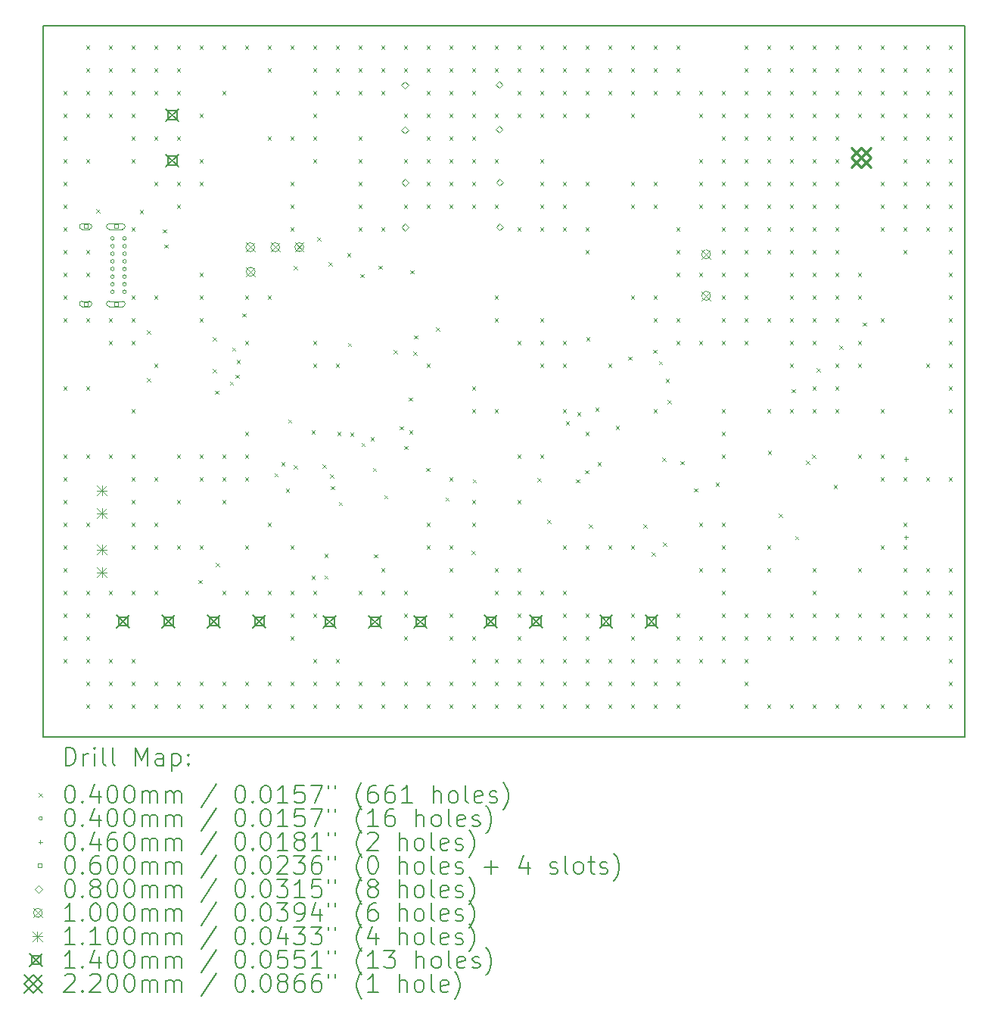
<source format=gbr>
%TF.GenerationSoftware,KiCad,Pcbnew,8.0.1*%
%TF.CreationDate,2024-11-10T18:34:56+01:00*%
%TF.ProjectId,Weather,57656174-6865-4722-9e6b-696361645f70,1.0*%
%TF.SameCoordinates,Original*%
%TF.FileFunction,Drillmap*%
%TF.FilePolarity,Positive*%
%FSLAX45Y45*%
G04 Gerber Fmt 4.5, Leading zero omitted, Abs format (unit mm)*
G04 Created by KiCad (PCBNEW 8.0.1) date 2024-11-10 18:34:56*
%MOMM*%
%LPD*%
G01*
G04 APERTURE LIST*
%ADD10C,0.200000*%
%ADD11C,0.100000*%
%ADD12C,0.110000*%
%ADD13C,0.140000*%
%ADD14C,0.220000*%
G04 APERTURE END LIST*
D10*
X4318000Y-6146800D02*
X14630400Y-6146800D01*
X14630400Y-14097000D01*
X4318000Y-14097000D01*
X4318000Y-6146800D01*
D11*
X4542000Y-6878800D02*
X4582000Y-6918800D01*
X4582000Y-6878800D02*
X4542000Y-6918800D01*
X4542000Y-7132800D02*
X4582000Y-7172800D01*
X4582000Y-7132800D02*
X4542000Y-7172800D01*
X4542000Y-7386800D02*
X4582000Y-7426800D01*
X4582000Y-7386800D02*
X4542000Y-7426800D01*
X4542000Y-7640800D02*
X4582000Y-7680800D01*
X4582000Y-7640800D02*
X4542000Y-7680800D01*
X4542000Y-7894800D02*
X4582000Y-7934800D01*
X4582000Y-7894800D02*
X4542000Y-7934800D01*
X4542000Y-8148800D02*
X4582000Y-8188800D01*
X4582000Y-8148800D02*
X4542000Y-8188800D01*
X4542000Y-8402800D02*
X4582000Y-8442800D01*
X4582000Y-8402800D02*
X4542000Y-8442800D01*
X4542000Y-8656800D02*
X4582000Y-8696800D01*
X4582000Y-8656800D02*
X4542000Y-8696800D01*
X4542000Y-8910800D02*
X4582000Y-8950800D01*
X4582000Y-8910800D02*
X4542000Y-8950800D01*
X4542000Y-9164800D02*
X4582000Y-9204800D01*
X4582000Y-9164800D02*
X4542000Y-9204800D01*
X4542000Y-9418800D02*
X4582000Y-9458800D01*
X4582000Y-9418800D02*
X4542000Y-9458800D01*
X4542000Y-10180800D02*
X4582000Y-10220800D01*
X4582000Y-10180800D02*
X4542000Y-10220800D01*
X4542000Y-10942800D02*
X4582000Y-10982800D01*
X4582000Y-10942800D02*
X4542000Y-10982800D01*
X4542000Y-11196800D02*
X4582000Y-11236800D01*
X4582000Y-11196800D02*
X4542000Y-11236800D01*
X4542000Y-11450800D02*
X4582000Y-11490800D01*
X4582000Y-11450800D02*
X4542000Y-11490800D01*
X4542000Y-11704800D02*
X4582000Y-11744800D01*
X4582000Y-11704800D02*
X4542000Y-11744800D01*
X4542000Y-11958800D02*
X4582000Y-11998800D01*
X4582000Y-11958800D02*
X4542000Y-11998800D01*
X4542000Y-12212800D02*
X4582000Y-12252800D01*
X4582000Y-12212800D02*
X4542000Y-12252800D01*
X4542000Y-12466800D02*
X4582000Y-12506800D01*
X4582000Y-12466800D02*
X4542000Y-12506800D01*
X4542000Y-12720800D02*
X4582000Y-12760800D01*
X4582000Y-12720800D02*
X4542000Y-12760800D01*
X4542000Y-12974800D02*
X4582000Y-13014800D01*
X4582000Y-12974800D02*
X4542000Y-13014800D01*
X4542000Y-13228800D02*
X4582000Y-13268800D01*
X4582000Y-13228800D02*
X4542000Y-13268800D01*
X4796000Y-6370800D02*
X4836000Y-6410800D01*
X4836000Y-6370800D02*
X4796000Y-6410800D01*
X4796000Y-6624800D02*
X4836000Y-6664800D01*
X4836000Y-6624800D02*
X4796000Y-6664800D01*
X4796000Y-6878800D02*
X4836000Y-6918800D01*
X4836000Y-6878800D02*
X4796000Y-6918800D01*
X4796000Y-7132800D02*
X4836000Y-7172800D01*
X4836000Y-7132800D02*
X4796000Y-7172800D01*
X4796000Y-7640800D02*
X4836000Y-7680800D01*
X4836000Y-7640800D02*
X4796000Y-7680800D01*
X4796000Y-8656800D02*
X4836000Y-8696800D01*
X4836000Y-8656800D02*
X4796000Y-8696800D01*
X4796000Y-8910800D02*
X4836000Y-8950800D01*
X4836000Y-8910800D02*
X4796000Y-8950800D01*
X4796000Y-9418800D02*
X4836000Y-9458800D01*
X4836000Y-9418800D02*
X4796000Y-9458800D01*
X4796000Y-10180800D02*
X4836000Y-10220800D01*
X4836000Y-10180800D02*
X4796000Y-10220800D01*
X4796000Y-10942800D02*
X4836000Y-10982800D01*
X4836000Y-10942800D02*
X4796000Y-10982800D01*
X4796000Y-11704800D02*
X4836000Y-11744800D01*
X4836000Y-11704800D02*
X4796000Y-11744800D01*
X4796000Y-12466800D02*
X4836000Y-12506800D01*
X4836000Y-12466800D02*
X4796000Y-12506800D01*
X4796000Y-12720800D02*
X4836000Y-12760800D01*
X4836000Y-12720800D02*
X4796000Y-12760800D01*
X4796000Y-12974800D02*
X4836000Y-13014800D01*
X4836000Y-12974800D02*
X4796000Y-13014800D01*
X4796000Y-13228800D02*
X4836000Y-13268800D01*
X4836000Y-13228800D02*
X4796000Y-13268800D01*
X4796000Y-13482800D02*
X4836000Y-13522800D01*
X4836000Y-13482800D02*
X4796000Y-13522800D01*
X4796000Y-13736800D02*
X4836000Y-13776800D01*
X4836000Y-13736800D02*
X4796000Y-13776800D01*
X4910140Y-8199440D02*
X4950140Y-8239440D01*
X4950140Y-8199440D02*
X4910140Y-8239440D01*
X5050000Y-6370800D02*
X5090000Y-6410800D01*
X5090000Y-6370800D02*
X5050000Y-6410800D01*
X5050000Y-6624800D02*
X5090000Y-6664800D01*
X5090000Y-6624800D02*
X5050000Y-6664800D01*
X5050000Y-6878800D02*
X5090000Y-6918800D01*
X5090000Y-6878800D02*
X5050000Y-6918800D01*
X5050000Y-7132800D02*
X5090000Y-7172800D01*
X5090000Y-7132800D02*
X5050000Y-7172800D01*
X5050000Y-9418800D02*
X5090000Y-9458800D01*
X5090000Y-9418800D02*
X5050000Y-9458800D01*
X5050000Y-9672800D02*
X5090000Y-9712800D01*
X5090000Y-9672800D02*
X5050000Y-9712800D01*
X5050000Y-10942800D02*
X5090000Y-10982800D01*
X5090000Y-10942800D02*
X5050000Y-10982800D01*
X5050000Y-12466800D02*
X5090000Y-12506800D01*
X5090000Y-12466800D02*
X5050000Y-12506800D01*
X5050000Y-13228800D02*
X5090000Y-13268800D01*
X5090000Y-13228800D02*
X5050000Y-13268800D01*
X5050000Y-13482800D02*
X5090000Y-13522800D01*
X5090000Y-13482800D02*
X5050000Y-13522800D01*
X5050000Y-13736800D02*
X5090000Y-13776800D01*
X5090000Y-13736800D02*
X5050000Y-13776800D01*
X5304000Y-6370800D02*
X5344000Y-6410800D01*
X5344000Y-6370800D02*
X5304000Y-6410800D01*
X5304000Y-6624800D02*
X5344000Y-6664800D01*
X5344000Y-6624800D02*
X5304000Y-6664800D01*
X5304000Y-6878800D02*
X5344000Y-6918800D01*
X5344000Y-6878800D02*
X5304000Y-6918800D01*
X5304000Y-7132800D02*
X5344000Y-7172800D01*
X5344000Y-7132800D02*
X5304000Y-7172800D01*
X5304000Y-7386800D02*
X5344000Y-7426800D01*
X5344000Y-7386800D02*
X5304000Y-7426800D01*
X5304000Y-7640800D02*
X5344000Y-7680800D01*
X5344000Y-7640800D02*
X5304000Y-7680800D01*
X5304000Y-8402800D02*
X5344000Y-8442800D01*
X5344000Y-8402800D02*
X5304000Y-8442800D01*
X5304000Y-9164800D02*
X5344000Y-9204800D01*
X5344000Y-9164800D02*
X5304000Y-9204800D01*
X5304000Y-9418800D02*
X5344000Y-9458800D01*
X5344000Y-9418800D02*
X5304000Y-9458800D01*
X5304000Y-9672800D02*
X5344000Y-9712800D01*
X5344000Y-9672800D02*
X5304000Y-9712800D01*
X5304000Y-10434800D02*
X5344000Y-10474800D01*
X5344000Y-10434800D02*
X5304000Y-10474800D01*
X5304000Y-10942800D02*
X5344000Y-10982800D01*
X5344000Y-10942800D02*
X5304000Y-10982800D01*
X5304000Y-11196800D02*
X5344000Y-11236800D01*
X5344000Y-11196800D02*
X5304000Y-11236800D01*
X5304000Y-11450800D02*
X5344000Y-11490800D01*
X5344000Y-11450800D02*
X5304000Y-11490800D01*
X5304000Y-11704800D02*
X5344000Y-11744800D01*
X5344000Y-11704800D02*
X5304000Y-11744800D01*
X5304000Y-11958800D02*
X5344000Y-11998800D01*
X5344000Y-11958800D02*
X5304000Y-11998800D01*
X5304000Y-12466800D02*
X5344000Y-12506800D01*
X5344000Y-12466800D02*
X5304000Y-12506800D01*
X5304000Y-13228800D02*
X5344000Y-13268800D01*
X5344000Y-13228800D02*
X5304000Y-13268800D01*
X5304000Y-13482800D02*
X5344000Y-13522800D01*
X5344000Y-13482800D02*
X5304000Y-13522800D01*
X5304000Y-13736800D02*
X5344000Y-13776800D01*
X5344000Y-13736800D02*
X5304000Y-13776800D01*
X5397820Y-8207060D02*
X5437820Y-8247060D01*
X5437820Y-8207060D02*
X5397820Y-8247060D01*
X5479100Y-9555800D02*
X5519100Y-9595800D01*
X5519100Y-9555800D02*
X5479100Y-9595800D01*
X5479100Y-10089200D02*
X5519100Y-10129200D01*
X5519100Y-10089200D02*
X5479100Y-10129200D01*
X5558000Y-6370800D02*
X5598000Y-6410800D01*
X5598000Y-6370800D02*
X5558000Y-6410800D01*
X5558000Y-6624800D02*
X5598000Y-6664800D01*
X5598000Y-6624800D02*
X5558000Y-6664800D01*
X5558000Y-6878800D02*
X5598000Y-6918800D01*
X5598000Y-6878800D02*
X5558000Y-6918800D01*
X5558000Y-7386800D02*
X5598000Y-7426800D01*
X5598000Y-7386800D02*
X5558000Y-7426800D01*
X5558000Y-7894800D02*
X5598000Y-7934800D01*
X5598000Y-7894800D02*
X5558000Y-7934800D01*
X5558000Y-9164800D02*
X5598000Y-9204800D01*
X5598000Y-9164800D02*
X5558000Y-9204800D01*
X5558000Y-9926800D02*
X5598000Y-9966800D01*
X5598000Y-9926800D02*
X5558000Y-9966800D01*
X5558000Y-11196800D02*
X5598000Y-11236800D01*
X5598000Y-11196800D02*
X5558000Y-11236800D01*
X5558000Y-11704800D02*
X5598000Y-11744800D01*
X5598000Y-11704800D02*
X5558000Y-11744800D01*
X5558000Y-11958800D02*
X5598000Y-11998800D01*
X5598000Y-11958800D02*
X5558000Y-11998800D01*
X5558000Y-12466800D02*
X5598000Y-12506800D01*
X5598000Y-12466800D02*
X5558000Y-12506800D01*
X5558000Y-13482800D02*
X5598000Y-13522800D01*
X5598000Y-13482800D02*
X5558000Y-13522800D01*
X5558000Y-13736800D02*
X5598000Y-13776800D01*
X5598000Y-13736800D02*
X5558000Y-13776800D01*
X5656900Y-8425500D02*
X5696900Y-8465500D01*
X5696900Y-8425500D02*
X5656900Y-8465500D01*
X5673117Y-8593560D02*
X5713117Y-8633560D01*
X5713117Y-8593560D02*
X5673117Y-8633560D01*
X5812000Y-6370800D02*
X5852000Y-6410800D01*
X5852000Y-6370800D02*
X5812000Y-6410800D01*
X5812000Y-6624800D02*
X5852000Y-6664800D01*
X5852000Y-6624800D02*
X5812000Y-6664800D01*
X5812000Y-6878800D02*
X5852000Y-6918800D01*
X5852000Y-6878800D02*
X5812000Y-6918800D01*
X5812000Y-7386800D02*
X5852000Y-7426800D01*
X5852000Y-7386800D02*
X5812000Y-7426800D01*
X5812000Y-7894800D02*
X5852000Y-7934800D01*
X5852000Y-7894800D02*
X5812000Y-7934800D01*
X5812000Y-8148800D02*
X5852000Y-8188800D01*
X5852000Y-8148800D02*
X5812000Y-8188800D01*
X5812000Y-10942800D02*
X5852000Y-10982800D01*
X5852000Y-10942800D02*
X5812000Y-10982800D01*
X5812000Y-11450800D02*
X5852000Y-11490800D01*
X5852000Y-11450800D02*
X5812000Y-11490800D01*
X5812000Y-11958800D02*
X5852000Y-11998800D01*
X5852000Y-11958800D02*
X5812000Y-11998800D01*
X5812000Y-13482800D02*
X5852000Y-13522800D01*
X5852000Y-13482800D02*
X5812000Y-13522800D01*
X5812000Y-13736800D02*
X5852000Y-13776800D01*
X5852000Y-13736800D02*
X5812000Y-13776800D01*
X6055680Y-12344720D02*
X6095680Y-12384720D01*
X6095680Y-12344720D02*
X6055680Y-12384720D01*
X6066000Y-6370800D02*
X6106000Y-6410800D01*
X6106000Y-6370800D02*
X6066000Y-6410800D01*
X6066000Y-7132800D02*
X6106000Y-7172800D01*
X6106000Y-7132800D02*
X6066000Y-7172800D01*
X6066000Y-7640800D02*
X6106000Y-7680800D01*
X6106000Y-7640800D02*
X6066000Y-7680800D01*
X6066000Y-7894800D02*
X6106000Y-7934800D01*
X6106000Y-7894800D02*
X6066000Y-7934800D01*
X6066000Y-8910800D02*
X6106000Y-8950800D01*
X6106000Y-8910800D02*
X6066000Y-8950800D01*
X6066000Y-9164800D02*
X6106000Y-9204800D01*
X6106000Y-9164800D02*
X6066000Y-9204800D01*
X6066000Y-9418800D02*
X6106000Y-9458800D01*
X6106000Y-9418800D02*
X6066000Y-9458800D01*
X6066000Y-10942800D02*
X6106000Y-10982800D01*
X6106000Y-10942800D02*
X6066000Y-10982800D01*
X6066000Y-11196800D02*
X6106000Y-11236800D01*
X6106000Y-11196800D02*
X6066000Y-11236800D01*
X6066000Y-11958800D02*
X6106000Y-11998800D01*
X6106000Y-11958800D02*
X6066000Y-11998800D01*
X6066000Y-13482800D02*
X6106000Y-13522800D01*
X6106000Y-13482800D02*
X6066000Y-13522800D01*
X6066000Y-13736800D02*
X6106000Y-13776800D01*
X6106000Y-13736800D02*
X6066000Y-13776800D01*
X6215700Y-9632000D02*
X6255700Y-9672000D01*
X6255700Y-9632000D02*
X6215700Y-9672000D01*
X6215700Y-9987600D02*
X6255700Y-10027600D01*
X6255700Y-9987600D02*
X6215700Y-10027600D01*
X6241100Y-10228900D02*
X6281100Y-10268900D01*
X6281100Y-10228900D02*
X6241100Y-10268900D01*
X6248720Y-12151680D02*
X6288720Y-12191680D01*
X6288720Y-12151680D02*
X6248720Y-12191680D01*
X6320000Y-6370800D02*
X6360000Y-6410800D01*
X6360000Y-6370800D02*
X6320000Y-6410800D01*
X6320000Y-6878800D02*
X6360000Y-6918800D01*
X6360000Y-6878800D02*
X6320000Y-6918800D01*
X6320000Y-10942800D02*
X6360000Y-10982800D01*
X6360000Y-10942800D02*
X6320000Y-10982800D01*
X6320000Y-11196800D02*
X6360000Y-11236800D01*
X6360000Y-11196800D02*
X6320000Y-11236800D01*
X6320000Y-11450800D02*
X6360000Y-11490800D01*
X6360000Y-11450800D02*
X6320000Y-11490800D01*
X6320000Y-12466800D02*
X6360000Y-12506800D01*
X6360000Y-12466800D02*
X6320000Y-12506800D01*
X6320000Y-13482800D02*
X6360000Y-13522800D01*
X6360000Y-13482800D02*
X6320000Y-13522800D01*
X6320000Y-13736800D02*
X6360000Y-13776800D01*
X6360000Y-13736800D02*
X6320000Y-13776800D01*
X6406200Y-10127300D02*
X6446200Y-10167300D01*
X6446200Y-10127300D02*
X6406200Y-10167300D01*
X6431600Y-9746300D02*
X6471600Y-9786300D01*
X6471600Y-9746300D02*
X6431600Y-9786300D01*
X6469700Y-10051100D02*
X6509700Y-10091100D01*
X6509700Y-10051100D02*
X6469700Y-10091100D01*
X6482400Y-9886000D02*
X6522400Y-9926000D01*
X6522400Y-9886000D02*
X6482400Y-9926000D01*
X6545900Y-9365300D02*
X6585900Y-9405300D01*
X6585900Y-9365300D02*
X6545900Y-9405300D01*
X6574000Y-6370800D02*
X6614000Y-6410800D01*
X6614000Y-6370800D02*
X6574000Y-6410800D01*
X6574000Y-9164800D02*
X6614000Y-9204800D01*
X6614000Y-9164800D02*
X6574000Y-9204800D01*
X6574000Y-9672800D02*
X6614000Y-9712800D01*
X6614000Y-9672800D02*
X6574000Y-9712800D01*
X6574000Y-10688800D02*
X6614000Y-10728800D01*
X6614000Y-10688800D02*
X6574000Y-10728800D01*
X6574000Y-10942800D02*
X6614000Y-10982800D01*
X6614000Y-10942800D02*
X6574000Y-10982800D01*
X6574000Y-11196800D02*
X6614000Y-11236800D01*
X6614000Y-11196800D02*
X6574000Y-11236800D01*
X6574000Y-11958800D02*
X6614000Y-11998800D01*
X6614000Y-11958800D02*
X6574000Y-11998800D01*
X6574000Y-12466800D02*
X6614000Y-12506800D01*
X6614000Y-12466800D02*
X6574000Y-12506800D01*
X6574000Y-13482800D02*
X6614000Y-13522800D01*
X6614000Y-13482800D02*
X6574000Y-13522800D01*
X6574000Y-13736800D02*
X6614000Y-13776800D01*
X6614000Y-13736800D02*
X6574000Y-13776800D01*
X6828000Y-6370800D02*
X6868000Y-6410800D01*
X6868000Y-6370800D02*
X6828000Y-6410800D01*
X6828000Y-6624800D02*
X6868000Y-6664800D01*
X6868000Y-6624800D02*
X6828000Y-6664800D01*
X6828000Y-7386800D02*
X6868000Y-7426800D01*
X6868000Y-7386800D02*
X6828000Y-7426800D01*
X6828000Y-9164800D02*
X6868000Y-9204800D01*
X6868000Y-9164800D02*
X6828000Y-9204800D01*
X6828000Y-11704800D02*
X6868000Y-11744800D01*
X6868000Y-11704800D02*
X6828000Y-11744800D01*
X6828000Y-12466800D02*
X6868000Y-12506800D01*
X6868000Y-12466800D02*
X6828000Y-12506800D01*
X6828000Y-13482800D02*
X6868000Y-13522800D01*
X6868000Y-13482800D02*
X6828000Y-13522800D01*
X6828000Y-13736800D02*
X6868000Y-13776800D01*
X6868000Y-13736800D02*
X6828000Y-13776800D01*
X6904040Y-11150920D02*
X6944040Y-11190920D01*
X6944040Y-11150920D02*
X6904040Y-11190920D01*
X6980240Y-11029000D02*
X7020240Y-11069000D01*
X7020240Y-11029000D02*
X6980240Y-11069000D01*
X7031040Y-11323640D02*
X7071040Y-11363640D01*
X7071040Y-11323640D02*
X7031040Y-11363640D01*
X7057740Y-10548640D02*
X7097740Y-10588640D01*
X7097740Y-10548640D02*
X7057740Y-10588640D01*
X7082000Y-6370800D02*
X7122000Y-6410800D01*
X7122000Y-6370800D02*
X7082000Y-6410800D01*
X7082000Y-7386800D02*
X7122000Y-7426800D01*
X7122000Y-7386800D02*
X7082000Y-7426800D01*
X7082000Y-7894800D02*
X7122000Y-7934800D01*
X7122000Y-7894800D02*
X7082000Y-7934800D01*
X7082000Y-8148800D02*
X7122000Y-8188800D01*
X7122000Y-8148800D02*
X7082000Y-8188800D01*
X7082000Y-8402800D02*
X7122000Y-8442800D01*
X7122000Y-8402800D02*
X7082000Y-8442800D01*
X7082000Y-11958800D02*
X7122000Y-11998800D01*
X7122000Y-11958800D02*
X7082000Y-11998800D01*
X7082000Y-12466800D02*
X7122000Y-12506800D01*
X7122000Y-12466800D02*
X7082000Y-12506800D01*
X7082000Y-12720800D02*
X7122000Y-12760800D01*
X7122000Y-12720800D02*
X7082000Y-12760800D01*
X7082000Y-12974800D02*
X7122000Y-13014800D01*
X7122000Y-12974800D02*
X7082000Y-13014800D01*
X7082000Y-13482800D02*
X7122000Y-13522800D01*
X7122000Y-13482800D02*
X7082000Y-13522800D01*
X7082000Y-13736800D02*
X7122000Y-13776800D01*
X7122000Y-13736800D02*
X7082000Y-13776800D01*
X7118670Y-8835900D02*
X7158670Y-8875900D01*
X7158670Y-8835900D02*
X7118670Y-8875900D01*
X7120000Y-11065000D02*
X7160000Y-11105000D01*
X7160000Y-11065000D02*
X7120000Y-11105000D01*
X7320600Y-10673400D02*
X7360600Y-10713400D01*
X7360600Y-10673400D02*
X7320600Y-10713400D01*
X7320600Y-12299000D02*
X7360600Y-12339000D01*
X7360600Y-12299000D02*
X7320600Y-12339000D01*
X7336000Y-6370800D02*
X7376000Y-6410800D01*
X7376000Y-6370800D02*
X7336000Y-6410800D01*
X7336000Y-6624800D02*
X7376000Y-6664800D01*
X7376000Y-6624800D02*
X7336000Y-6664800D01*
X7336000Y-6878800D02*
X7376000Y-6918800D01*
X7376000Y-6878800D02*
X7336000Y-6918800D01*
X7336000Y-7132800D02*
X7376000Y-7172800D01*
X7376000Y-7132800D02*
X7336000Y-7172800D01*
X7336000Y-7386800D02*
X7376000Y-7426800D01*
X7376000Y-7386800D02*
X7336000Y-7426800D01*
X7336000Y-7640800D02*
X7376000Y-7680800D01*
X7376000Y-7640800D02*
X7336000Y-7680800D01*
X7336000Y-9672800D02*
X7376000Y-9712800D01*
X7376000Y-9672800D02*
X7336000Y-9712800D01*
X7336000Y-9926800D02*
X7376000Y-9966800D01*
X7376000Y-9926800D02*
X7336000Y-9966800D01*
X7336000Y-12466800D02*
X7376000Y-12506800D01*
X7376000Y-12466800D02*
X7336000Y-12506800D01*
X7336000Y-12720800D02*
X7376000Y-12760800D01*
X7376000Y-12720800D02*
X7336000Y-12760800D01*
X7336000Y-13228800D02*
X7376000Y-13268800D01*
X7376000Y-13228800D02*
X7336000Y-13268800D01*
X7336000Y-13482800D02*
X7376000Y-13522800D01*
X7376000Y-13482800D02*
X7336000Y-13522800D01*
X7336000Y-13736800D02*
X7376000Y-13776800D01*
X7376000Y-13736800D02*
X7336000Y-13776800D01*
X7384100Y-8514400D02*
X7424100Y-8554400D01*
X7424100Y-8514400D02*
X7384100Y-8554400D01*
X7440000Y-11055000D02*
X7480000Y-11095000D01*
X7480000Y-11055000D02*
X7440000Y-11095000D01*
X7462840Y-12050080D02*
X7502840Y-12090080D01*
X7502840Y-12050080D02*
X7462840Y-12090080D01*
X7462840Y-12293920D02*
X7502840Y-12333920D01*
X7502840Y-12293920D02*
X7462840Y-12333920D01*
X7509860Y-8793800D02*
X7549860Y-8833800D01*
X7549860Y-8793800D02*
X7509860Y-8833800D01*
X7528880Y-11161080D02*
X7568880Y-11201080D01*
X7568880Y-11161080D02*
X7528880Y-11201080D01*
X7536500Y-11295700D02*
X7576500Y-11335700D01*
X7576500Y-11295700D02*
X7536500Y-11335700D01*
X7590000Y-6370800D02*
X7630000Y-6410800D01*
X7630000Y-6370800D02*
X7590000Y-6410800D01*
X7590000Y-6624800D02*
X7630000Y-6664800D01*
X7630000Y-6624800D02*
X7590000Y-6664800D01*
X7590000Y-6878800D02*
X7630000Y-6918800D01*
X7630000Y-6878800D02*
X7590000Y-6918800D01*
X7590000Y-9926800D02*
X7630000Y-9966800D01*
X7630000Y-9926800D02*
X7590000Y-9966800D01*
X7590000Y-13228800D02*
X7630000Y-13268800D01*
X7630000Y-13228800D02*
X7590000Y-13268800D01*
X7590000Y-13482800D02*
X7630000Y-13522800D01*
X7630000Y-13482800D02*
X7590000Y-13522800D01*
X7590000Y-13736800D02*
X7630000Y-13776800D01*
X7630000Y-13736800D02*
X7590000Y-13776800D01*
X7606380Y-10691380D02*
X7646380Y-10731380D01*
X7646380Y-10691380D02*
X7606380Y-10731380D01*
X7625400Y-11473500D02*
X7665400Y-11513500D01*
X7665400Y-11473500D02*
X7625400Y-11513500D01*
X7718140Y-8691440D02*
X7758140Y-8731440D01*
X7758140Y-8691440D02*
X7718140Y-8731440D01*
X7727000Y-9695500D02*
X7767000Y-9735500D01*
X7767000Y-9695500D02*
X7727000Y-9735500D01*
X7752400Y-10698800D02*
X7792400Y-10738800D01*
X7792400Y-10698800D02*
X7752400Y-10738800D01*
X7844000Y-6370800D02*
X7884000Y-6410800D01*
X7884000Y-6370800D02*
X7844000Y-6410800D01*
X7844000Y-6624800D02*
X7884000Y-6664800D01*
X7884000Y-6624800D02*
X7844000Y-6664800D01*
X7844000Y-6878800D02*
X7884000Y-6918800D01*
X7884000Y-6878800D02*
X7844000Y-6918800D01*
X7844000Y-7386800D02*
X7884000Y-7426800D01*
X7884000Y-7386800D02*
X7844000Y-7426800D01*
X7844000Y-7640800D02*
X7884000Y-7680800D01*
X7884000Y-7640800D02*
X7844000Y-7680800D01*
X7844000Y-7894800D02*
X7884000Y-7934800D01*
X7884000Y-7894800D02*
X7844000Y-7934800D01*
X7844000Y-8148800D02*
X7884000Y-8188800D01*
X7884000Y-8148800D02*
X7844000Y-8188800D01*
X7844000Y-8402800D02*
X7884000Y-8442800D01*
X7884000Y-8402800D02*
X7844000Y-8442800D01*
X7844000Y-12466800D02*
X7884000Y-12506800D01*
X7884000Y-12466800D02*
X7844000Y-12506800D01*
X7844000Y-13482800D02*
X7884000Y-13522800D01*
X7884000Y-13482800D02*
X7844000Y-13522800D01*
X7844000Y-13736800D02*
X7884000Y-13776800D01*
X7884000Y-13736800D02*
X7844000Y-13776800D01*
X7865460Y-8925120D02*
X7905460Y-8965120D01*
X7905460Y-8925120D02*
X7865460Y-8965120D01*
X7879400Y-10813100D02*
X7919400Y-10853100D01*
X7919400Y-10813100D02*
X7879400Y-10853100D01*
X7981000Y-10749600D02*
X8021000Y-10789600D01*
X8021000Y-10749600D02*
X7981000Y-10789600D01*
X8006400Y-11092500D02*
X8046400Y-11132500D01*
X8046400Y-11092500D02*
X8006400Y-11132500D01*
X8019100Y-12057700D02*
X8059100Y-12097700D01*
X8059100Y-12057700D02*
X8019100Y-12097700D01*
X8069900Y-8831900D02*
X8109900Y-8871900D01*
X8109900Y-8831900D02*
X8069900Y-8871900D01*
X8098000Y-6370800D02*
X8138000Y-6410800D01*
X8138000Y-6370800D02*
X8098000Y-6410800D01*
X8098000Y-6624800D02*
X8138000Y-6664800D01*
X8138000Y-6624800D02*
X8098000Y-6664800D01*
X8098000Y-6878800D02*
X8138000Y-6918800D01*
X8138000Y-6878800D02*
X8098000Y-6918800D01*
X8098000Y-8402800D02*
X8138000Y-8442800D01*
X8138000Y-8402800D02*
X8098000Y-8442800D01*
X8098000Y-12212800D02*
X8138000Y-12252800D01*
X8138000Y-12212800D02*
X8098000Y-12252800D01*
X8098000Y-12466800D02*
X8138000Y-12506800D01*
X8138000Y-12466800D02*
X8098000Y-12506800D01*
X8098000Y-13482800D02*
X8138000Y-13522800D01*
X8138000Y-13482800D02*
X8098000Y-13522800D01*
X8098000Y-13736800D02*
X8138000Y-13776800D01*
X8138000Y-13736800D02*
X8098000Y-13776800D01*
X8133400Y-11397300D02*
X8173400Y-11437300D01*
X8173400Y-11397300D02*
X8133400Y-11437300D01*
X8240545Y-9775700D02*
X8280545Y-9815700D01*
X8280545Y-9775700D02*
X8240545Y-9815700D01*
X8305000Y-10625000D02*
X8345000Y-10665000D01*
X8345000Y-10625000D02*
X8305000Y-10665000D01*
X8352000Y-6370800D02*
X8392000Y-6410800D01*
X8392000Y-6370800D02*
X8352000Y-6410800D01*
X8352000Y-6624800D02*
X8392000Y-6664800D01*
X8392000Y-6624800D02*
X8352000Y-6664800D01*
X8352000Y-7132800D02*
X8392000Y-7172800D01*
X8392000Y-7132800D02*
X8352000Y-7172800D01*
X8352000Y-7640800D02*
X8392000Y-7680800D01*
X8392000Y-7640800D02*
X8352000Y-7680800D01*
X8352000Y-8148800D02*
X8392000Y-8188800D01*
X8392000Y-8148800D02*
X8352000Y-8188800D01*
X8352000Y-12466800D02*
X8392000Y-12506800D01*
X8392000Y-12466800D02*
X8352000Y-12506800D01*
X8352000Y-12720800D02*
X8392000Y-12760800D01*
X8392000Y-12720800D02*
X8352000Y-12760800D01*
X8352000Y-12974800D02*
X8392000Y-13014800D01*
X8392000Y-12974800D02*
X8352000Y-13014800D01*
X8352000Y-13482800D02*
X8392000Y-13522800D01*
X8392000Y-13482800D02*
X8352000Y-13522800D01*
X8352000Y-13736800D02*
X8392000Y-13776800D01*
X8392000Y-13736800D02*
X8352000Y-13776800D01*
X8358000Y-10847200D02*
X8398000Y-10887200D01*
X8398000Y-10847200D02*
X8358000Y-10887200D01*
X8410000Y-10305000D02*
X8450000Y-10345000D01*
X8450000Y-10305000D02*
X8410000Y-10345000D01*
X8412800Y-10673400D02*
X8452800Y-10713400D01*
X8452800Y-10673400D02*
X8412800Y-10713400D01*
X8425500Y-8882700D02*
X8465500Y-8922700D01*
X8465500Y-8882700D02*
X8425500Y-8922700D01*
X8460000Y-9790000D02*
X8500000Y-9830000D01*
X8500000Y-9790000D02*
X8460000Y-9830000D01*
X8465000Y-9610000D02*
X8505000Y-9650000D01*
X8505000Y-9610000D02*
X8465000Y-9650000D01*
X8603300Y-11092500D02*
X8643300Y-11132500D01*
X8643300Y-11092500D02*
X8603300Y-11132500D01*
X8606000Y-6370800D02*
X8646000Y-6410800D01*
X8646000Y-6370800D02*
X8606000Y-6410800D01*
X8606000Y-6624800D02*
X8646000Y-6664800D01*
X8646000Y-6624800D02*
X8606000Y-6664800D01*
X8606000Y-6878800D02*
X8646000Y-6918800D01*
X8646000Y-6878800D02*
X8606000Y-6918800D01*
X8606000Y-7132800D02*
X8646000Y-7172800D01*
X8646000Y-7132800D02*
X8606000Y-7172800D01*
X8606000Y-7386800D02*
X8646000Y-7426800D01*
X8646000Y-7386800D02*
X8606000Y-7426800D01*
X8606000Y-7640800D02*
X8646000Y-7680800D01*
X8646000Y-7640800D02*
X8606000Y-7680800D01*
X8606000Y-7894800D02*
X8646000Y-7934800D01*
X8646000Y-7894800D02*
X8606000Y-7934800D01*
X8606000Y-8148800D02*
X8646000Y-8188800D01*
X8646000Y-8148800D02*
X8606000Y-8188800D01*
X8606000Y-9926800D02*
X8646000Y-9966800D01*
X8646000Y-9926800D02*
X8606000Y-9966800D01*
X8606000Y-11704800D02*
X8646000Y-11744800D01*
X8646000Y-11704800D02*
X8606000Y-11744800D01*
X8606000Y-11958800D02*
X8646000Y-11998800D01*
X8646000Y-11958800D02*
X8606000Y-11998800D01*
X8606000Y-13482800D02*
X8646000Y-13522800D01*
X8646000Y-13482800D02*
X8606000Y-13522800D01*
X8606000Y-13736800D02*
X8646000Y-13776800D01*
X8646000Y-13736800D02*
X8606000Y-13776800D01*
X8710000Y-9520000D02*
X8750000Y-9560000D01*
X8750000Y-9520000D02*
X8710000Y-9560000D01*
X8819200Y-11422700D02*
X8859200Y-11462700D01*
X8859200Y-11422700D02*
X8819200Y-11462700D01*
X8860000Y-6370800D02*
X8900000Y-6410800D01*
X8900000Y-6370800D02*
X8860000Y-6410800D01*
X8860000Y-6624800D02*
X8900000Y-6664800D01*
X8900000Y-6624800D02*
X8860000Y-6664800D01*
X8860000Y-6878800D02*
X8900000Y-6918800D01*
X8900000Y-6878800D02*
X8860000Y-6918800D01*
X8860000Y-7132800D02*
X8900000Y-7172800D01*
X8900000Y-7132800D02*
X8860000Y-7172800D01*
X8860000Y-7386800D02*
X8900000Y-7426800D01*
X8900000Y-7386800D02*
X8860000Y-7426800D01*
X8860000Y-7640800D02*
X8900000Y-7680800D01*
X8900000Y-7640800D02*
X8860000Y-7680800D01*
X8860000Y-7894800D02*
X8900000Y-7934800D01*
X8900000Y-7894800D02*
X8860000Y-7934800D01*
X8860000Y-8148800D02*
X8900000Y-8188800D01*
X8900000Y-8148800D02*
X8860000Y-8188800D01*
X8860000Y-11196800D02*
X8900000Y-11236800D01*
X8900000Y-11196800D02*
X8860000Y-11236800D01*
X8860000Y-11958800D02*
X8900000Y-11998800D01*
X8900000Y-11958800D02*
X8860000Y-11998800D01*
X8860000Y-12212800D02*
X8900000Y-12252800D01*
X8900000Y-12212800D02*
X8860000Y-12252800D01*
X8860000Y-12720800D02*
X8900000Y-12760800D01*
X8900000Y-12720800D02*
X8860000Y-12760800D01*
X8860000Y-12974800D02*
X8900000Y-13014800D01*
X8900000Y-12974800D02*
X8860000Y-13014800D01*
X8860000Y-13482800D02*
X8900000Y-13522800D01*
X8900000Y-13482800D02*
X8860000Y-13522800D01*
X8860000Y-13736800D02*
X8900000Y-13776800D01*
X8900000Y-13736800D02*
X8860000Y-13776800D01*
X9111300Y-12019600D02*
X9151300Y-12059600D01*
X9151300Y-12019600D02*
X9111300Y-12059600D01*
X9114000Y-6370800D02*
X9154000Y-6410800D01*
X9154000Y-6370800D02*
X9114000Y-6410800D01*
X9114000Y-6624800D02*
X9154000Y-6664800D01*
X9154000Y-6624800D02*
X9114000Y-6664800D01*
X9114000Y-6878800D02*
X9154000Y-6918800D01*
X9154000Y-6878800D02*
X9114000Y-6918800D01*
X9114000Y-7132800D02*
X9154000Y-7172800D01*
X9154000Y-7132800D02*
X9114000Y-7172800D01*
X9114000Y-7386800D02*
X9154000Y-7426800D01*
X9154000Y-7386800D02*
X9114000Y-7426800D01*
X9114000Y-7640800D02*
X9154000Y-7680800D01*
X9154000Y-7640800D02*
X9114000Y-7680800D01*
X9114000Y-7894800D02*
X9154000Y-7934800D01*
X9154000Y-7894800D02*
X9114000Y-7934800D01*
X9114000Y-8148800D02*
X9154000Y-8188800D01*
X9154000Y-8148800D02*
X9114000Y-8188800D01*
X9114000Y-10180800D02*
X9154000Y-10220800D01*
X9154000Y-10180800D02*
X9114000Y-10220800D01*
X9114000Y-10434800D02*
X9154000Y-10474800D01*
X9154000Y-10434800D02*
X9114000Y-10474800D01*
X9114000Y-11450800D02*
X9154000Y-11490800D01*
X9154000Y-11450800D02*
X9114000Y-11490800D01*
X9114000Y-11704800D02*
X9154000Y-11744800D01*
X9154000Y-11704800D02*
X9114000Y-11744800D01*
X9114000Y-12974800D02*
X9154000Y-13014800D01*
X9154000Y-12974800D02*
X9114000Y-13014800D01*
X9114000Y-13228800D02*
X9154000Y-13268800D01*
X9154000Y-13228800D02*
X9114000Y-13268800D01*
X9114000Y-13482800D02*
X9154000Y-13522800D01*
X9154000Y-13482800D02*
X9114000Y-13522800D01*
X9114000Y-13736800D02*
X9154000Y-13776800D01*
X9154000Y-13736800D02*
X9114000Y-13776800D01*
X9124000Y-11219500D02*
X9164000Y-11259500D01*
X9164000Y-11219500D02*
X9124000Y-11259500D01*
X9368000Y-6370800D02*
X9408000Y-6410800D01*
X9408000Y-6370800D02*
X9368000Y-6410800D01*
X9368000Y-6624800D02*
X9408000Y-6664800D01*
X9408000Y-6624800D02*
X9368000Y-6664800D01*
X9368000Y-7132800D02*
X9408000Y-7172800D01*
X9408000Y-7132800D02*
X9368000Y-7172800D01*
X9368000Y-7640800D02*
X9408000Y-7680800D01*
X9408000Y-7640800D02*
X9368000Y-7680800D01*
X9368000Y-8148800D02*
X9408000Y-8188800D01*
X9408000Y-8148800D02*
X9368000Y-8188800D01*
X9368000Y-9164800D02*
X9408000Y-9204800D01*
X9408000Y-9164800D02*
X9368000Y-9204800D01*
X9368000Y-9418800D02*
X9408000Y-9458800D01*
X9408000Y-9418800D02*
X9368000Y-9458800D01*
X9368000Y-10434800D02*
X9408000Y-10474800D01*
X9408000Y-10434800D02*
X9368000Y-10474800D01*
X9368000Y-12212800D02*
X9408000Y-12252800D01*
X9408000Y-12212800D02*
X9368000Y-12252800D01*
X9368000Y-12466800D02*
X9408000Y-12506800D01*
X9408000Y-12466800D02*
X9368000Y-12506800D01*
X9368000Y-13228800D02*
X9408000Y-13268800D01*
X9408000Y-13228800D02*
X9368000Y-13268800D01*
X9368000Y-13482800D02*
X9408000Y-13522800D01*
X9408000Y-13482800D02*
X9368000Y-13522800D01*
X9368000Y-13736800D02*
X9408000Y-13776800D01*
X9408000Y-13736800D02*
X9368000Y-13776800D01*
X9622000Y-6370800D02*
X9662000Y-6410800D01*
X9662000Y-6370800D02*
X9622000Y-6410800D01*
X9622000Y-6624800D02*
X9662000Y-6664800D01*
X9662000Y-6624800D02*
X9622000Y-6664800D01*
X9622000Y-6878800D02*
X9662000Y-6918800D01*
X9662000Y-6878800D02*
X9622000Y-6918800D01*
X9622000Y-7132800D02*
X9662000Y-7172800D01*
X9662000Y-7132800D02*
X9622000Y-7172800D01*
X9622000Y-8402800D02*
X9662000Y-8442800D01*
X9662000Y-8402800D02*
X9622000Y-8442800D01*
X9622000Y-9672800D02*
X9662000Y-9712800D01*
X9662000Y-9672800D02*
X9622000Y-9712800D01*
X9622000Y-10942800D02*
X9662000Y-10982800D01*
X9662000Y-10942800D02*
X9622000Y-10982800D01*
X9622000Y-11450800D02*
X9662000Y-11490800D01*
X9662000Y-11450800D02*
X9622000Y-11490800D01*
X9622000Y-12212800D02*
X9662000Y-12252800D01*
X9662000Y-12212800D02*
X9622000Y-12252800D01*
X9622000Y-12466800D02*
X9662000Y-12506800D01*
X9662000Y-12466800D02*
X9622000Y-12506800D01*
X9622000Y-12720800D02*
X9662000Y-12760800D01*
X9662000Y-12720800D02*
X9622000Y-12760800D01*
X9622000Y-12974800D02*
X9662000Y-13014800D01*
X9662000Y-12974800D02*
X9622000Y-13014800D01*
X9622000Y-13228800D02*
X9662000Y-13268800D01*
X9662000Y-13228800D02*
X9622000Y-13268800D01*
X9622000Y-13482800D02*
X9662000Y-13522800D01*
X9662000Y-13482800D02*
X9622000Y-13522800D01*
X9622000Y-13736800D02*
X9662000Y-13776800D01*
X9662000Y-13736800D02*
X9622000Y-13776800D01*
X9847900Y-11206800D02*
X9887900Y-11246800D01*
X9887900Y-11206800D02*
X9847900Y-11246800D01*
X9876000Y-6370800D02*
X9916000Y-6410800D01*
X9916000Y-6370800D02*
X9876000Y-6410800D01*
X9876000Y-6624800D02*
X9916000Y-6664800D01*
X9916000Y-6624800D02*
X9876000Y-6664800D01*
X9876000Y-6878800D02*
X9916000Y-6918800D01*
X9916000Y-6878800D02*
X9876000Y-6918800D01*
X9876000Y-7132800D02*
X9916000Y-7172800D01*
X9916000Y-7132800D02*
X9876000Y-7172800D01*
X9876000Y-7640800D02*
X9916000Y-7680800D01*
X9916000Y-7640800D02*
X9876000Y-7680800D01*
X9876000Y-7894800D02*
X9916000Y-7934800D01*
X9916000Y-7894800D02*
X9876000Y-7934800D01*
X9876000Y-8148800D02*
X9916000Y-8188800D01*
X9916000Y-8148800D02*
X9876000Y-8188800D01*
X9876000Y-8402800D02*
X9916000Y-8442800D01*
X9916000Y-8402800D02*
X9876000Y-8442800D01*
X9876000Y-9418800D02*
X9916000Y-9458800D01*
X9916000Y-9418800D02*
X9876000Y-9458800D01*
X9876000Y-9672800D02*
X9916000Y-9712800D01*
X9916000Y-9672800D02*
X9876000Y-9712800D01*
X9876000Y-9926800D02*
X9916000Y-9966800D01*
X9916000Y-9926800D02*
X9876000Y-9966800D01*
X9876000Y-10942800D02*
X9916000Y-10982800D01*
X9916000Y-10942800D02*
X9876000Y-10982800D01*
X9876000Y-12466800D02*
X9916000Y-12506800D01*
X9916000Y-12466800D02*
X9876000Y-12506800D01*
X9876000Y-13228800D02*
X9916000Y-13268800D01*
X9916000Y-13228800D02*
X9876000Y-13268800D01*
X9876000Y-13482800D02*
X9916000Y-13522800D01*
X9916000Y-13482800D02*
X9876000Y-13522800D01*
X9876000Y-13736800D02*
X9916000Y-13776800D01*
X9916000Y-13736800D02*
X9876000Y-13776800D01*
X9957120Y-11674160D02*
X9997120Y-11714160D01*
X9997120Y-11674160D02*
X9957120Y-11714160D01*
X10130000Y-6370800D02*
X10170000Y-6410800D01*
X10170000Y-6370800D02*
X10130000Y-6410800D01*
X10130000Y-6624800D02*
X10170000Y-6664800D01*
X10170000Y-6624800D02*
X10130000Y-6664800D01*
X10130000Y-6878800D02*
X10170000Y-6918800D01*
X10170000Y-6878800D02*
X10130000Y-6918800D01*
X10130000Y-7132800D02*
X10170000Y-7172800D01*
X10170000Y-7132800D02*
X10130000Y-7172800D01*
X10130000Y-7894800D02*
X10170000Y-7934800D01*
X10170000Y-7894800D02*
X10130000Y-7934800D01*
X10130000Y-8148800D02*
X10170000Y-8188800D01*
X10170000Y-8148800D02*
X10130000Y-8188800D01*
X10130000Y-8402800D02*
X10170000Y-8442800D01*
X10170000Y-8402800D02*
X10130000Y-8442800D01*
X10130000Y-9672800D02*
X10170000Y-9712800D01*
X10170000Y-9672800D02*
X10130000Y-9712800D01*
X10130000Y-9926800D02*
X10170000Y-9966800D01*
X10170000Y-9926800D02*
X10130000Y-9966800D01*
X10130000Y-10434800D02*
X10170000Y-10474800D01*
X10170000Y-10434800D02*
X10130000Y-10474800D01*
X10130000Y-11958800D02*
X10170000Y-11998800D01*
X10170000Y-11958800D02*
X10130000Y-11998800D01*
X10130000Y-12466800D02*
X10170000Y-12506800D01*
X10170000Y-12466800D02*
X10130000Y-12506800D01*
X10130000Y-12720800D02*
X10170000Y-12760800D01*
X10170000Y-12720800D02*
X10130000Y-12760800D01*
X10130000Y-12974800D02*
X10170000Y-13014800D01*
X10170000Y-12974800D02*
X10130000Y-13014800D01*
X10130000Y-13228800D02*
X10170000Y-13268800D01*
X10170000Y-13228800D02*
X10130000Y-13268800D01*
X10130000Y-13482800D02*
X10170000Y-13522800D01*
X10170000Y-13482800D02*
X10130000Y-13522800D01*
X10130000Y-13736800D02*
X10170000Y-13776800D01*
X10170000Y-13736800D02*
X10130000Y-13776800D01*
X10165400Y-10571800D02*
X10205400Y-10611800D01*
X10205400Y-10571800D02*
X10165400Y-10611800D01*
X10279700Y-11219500D02*
X10319700Y-11259500D01*
X10319700Y-11219500D02*
X10279700Y-11259500D01*
X10292400Y-10470200D02*
X10332400Y-10510200D01*
X10332400Y-10470200D02*
X10292400Y-10510200D01*
X10381300Y-11117900D02*
X10421300Y-11157900D01*
X10421300Y-11117900D02*
X10381300Y-11157900D01*
X10384000Y-6370800D02*
X10424000Y-6410800D01*
X10424000Y-6370800D02*
X10384000Y-6410800D01*
X10384000Y-6624800D02*
X10424000Y-6664800D01*
X10424000Y-6624800D02*
X10384000Y-6664800D01*
X10384000Y-6878800D02*
X10424000Y-6918800D01*
X10424000Y-6878800D02*
X10384000Y-6918800D01*
X10384000Y-7132800D02*
X10424000Y-7172800D01*
X10424000Y-7132800D02*
X10384000Y-7172800D01*
X10384000Y-7894800D02*
X10424000Y-7934800D01*
X10424000Y-7894800D02*
X10384000Y-7934800D01*
X10384000Y-8402800D02*
X10424000Y-8442800D01*
X10424000Y-8402800D02*
X10384000Y-8442800D01*
X10384000Y-8656800D02*
X10424000Y-8696800D01*
X10424000Y-8656800D02*
X10384000Y-8696800D01*
X10384000Y-10688800D02*
X10424000Y-10728800D01*
X10424000Y-10688800D02*
X10384000Y-10728800D01*
X10384000Y-11958800D02*
X10424000Y-11998800D01*
X10424000Y-11958800D02*
X10384000Y-11998800D01*
X10384000Y-12720800D02*
X10424000Y-12760800D01*
X10424000Y-12720800D02*
X10384000Y-12760800D01*
X10384000Y-12974800D02*
X10424000Y-13014800D01*
X10424000Y-12974800D02*
X10384000Y-13014800D01*
X10384000Y-13228800D02*
X10424000Y-13268800D01*
X10424000Y-13228800D02*
X10384000Y-13268800D01*
X10384000Y-13482800D02*
X10424000Y-13522800D01*
X10424000Y-13482800D02*
X10384000Y-13522800D01*
X10384000Y-13736800D02*
X10424000Y-13776800D01*
X10424000Y-13736800D02*
X10384000Y-13776800D01*
X10394000Y-9632000D02*
X10434000Y-9672000D01*
X10434000Y-9632000D02*
X10394000Y-9672000D01*
X10424480Y-11719880D02*
X10464480Y-11759880D01*
X10464480Y-11719880D02*
X10424480Y-11759880D01*
X10495600Y-10419400D02*
X10535600Y-10459400D01*
X10535600Y-10419400D02*
X10495600Y-10459400D01*
X10521000Y-11029000D02*
X10561000Y-11069000D01*
X10561000Y-11029000D02*
X10521000Y-11069000D01*
X10638000Y-6370800D02*
X10678000Y-6410800D01*
X10678000Y-6370800D02*
X10638000Y-6410800D01*
X10638000Y-6624800D02*
X10678000Y-6664800D01*
X10678000Y-6624800D02*
X10638000Y-6664800D01*
X10638000Y-6878800D02*
X10678000Y-6918800D01*
X10678000Y-6878800D02*
X10638000Y-6918800D01*
X10638000Y-9926800D02*
X10678000Y-9966800D01*
X10678000Y-9926800D02*
X10638000Y-9966800D01*
X10638000Y-11958800D02*
X10678000Y-11998800D01*
X10678000Y-11958800D02*
X10638000Y-11998800D01*
X10638000Y-13228800D02*
X10678000Y-13268800D01*
X10678000Y-13228800D02*
X10638000Y-13268800D01*
X10638000Y-13482800D02*
X10678000Y-13522800D01*
X10678000Y-13482800D02*
X10638000Y-13522800D01*
X10638000Y-13736800D02*
X10678000Y-13776800D01*
X10678000Y-13736800D02*
X10638000Y-13776800D01*
X10724200Y-10622600D02*
X10764200Y-10662600D01*
X10764200Y-10622600D02*
X10724200Y-10662600D01*
X10863900Y-9847900D02*
X10903900Y-9887900D01*
X10903900Y-9847900D02*
X10863900Y-9887900D01*
X10892000Y-6370800D02*
X10932000Y-6410800D01*
X10932000Y-6370800D02*
X10892000Y-6410800D01*
X10892000Y-6624800D02*
X10932000Y-6664800D01*
X10932000Y-6624800D02*
X10892000Y-6664800D01*
X10892000Y-6878800D02*
X10932000Y-6918800D01*
X10932000Y-6878800D02*
X10892000Y-6918800D01*
X10892000Y-7132800D02*
X10932000Y-7172800D01*
X10932000Y-7132800D02*
X10892000Y-7172800D01*
X10892000Y-7894800D02*
X10932000Y-7934800D01*
X10932000Y-7894800D02*
X10892000Y-7934800D01*
X10892000Y-8148800D02*
X10932000Y-8188800D01*
X10932000Y-8148800D02*
X10892000Y-8188800D01*
X10892000Y-9164800D02*
X10932000Y-9204800D01*
X10932000Y-9164800D02*
X10892000Y-9204800D01*
X10892000Y-11958800D02*
X10932000Y-11998800D01*
X10932000Y-11958800D02*
X10892000Y-11998800D01*
X10892000Y-12720800D02*
X10932000Y-12760800D01*
X10932000Y-12720800D02*
X10892000Y-12760800D01*
X10892000Y-12974800D02*
X10932000Y-13014800D01*
X10932000Y-12974800D02*
X10892000Y-13014800D01*
X10892000Y-13228800D02*
X10932000Y-13268800D01*
X10932000Y-13228800D02*
X10892000Y-13268800D01*
X10892000Y-13482800D02*
X10932000Y-13522800D01*
X10932000Y-13482800D02*
X10892000Y-13522800D01*
X10892000Y-13736800D02*
X10932000Y-13776800D01*
X10932000Y-13736800D02*
X10892000Y-13776800D01*
X11034080Y-11719880D02*
X11074080Y-11759880D01*
X11074080Y-11719880D02*
X11034080Y-11759880D01*
X11125520Y-12034840D02*
X11165520Y-12074840D01*
X11165520Y-12034840D02*
X11125520Y-12074840D01*
X11143300Y-9771700D02*
X11183300Y-9811700D01*
X11183300Y-9771700D02*
X11143300Y-9811700D01*
X11146000Y-6370800D02*
X11186000Y-6410800D01*
X11186000Y-6370800D02*
X11146000Y-6410800D01*
X11146000Y-6624800D02*
X11186000Y-6664800D01*
X11186000Y-6624800D02*
X11146000Y-6664800D01*
X11146000Y-6878800D02*
X11186000Y-6918800D01*
X11186000Y-6878800D02*
X11146000Y-6918800D01*
X11146000Y-7894800D02*
X11186000Y-7934800D01*
X11186000Y-7894800D02*
X11146000Y-7934800D01*
X11146000Y-8148800D02*
X11186000Y-8188800D01*
X11186000Y-8148800D02*
X11146000Y-8188800D01*
X11146000Y-9164800D02*
X11186000Y-9204800D01*
X11186000Y-9164800D02*
X11146000Y-9204800D01*
X11146000Y-9418800D02*
X11186000Y-9458800D01*
X11186000Y-9418800D02*
X11146000Y-9458800D01*
X11146000Y-10434800D02*
X11186000Y-10474800D01*
X11186000Y-10434800D02*
X11146000Y-10474800D01*
X11146000Y-13228800D02*
X11186000Y-13268800D01*
X11186000Y-13228800D02*
X11146000Y-13268800D01*
X11146000Y-13482800D02*
X11186000Y-13522800D01*
X11186000Y-13482800D02*
X11146000Y-13522800D01*
X11146000Y-13736800D02*
X11186000Y-13776800D01*
X11186000Y-13736800D02*
X11146000Y-13776800D01*
X11206800Y-9898700D02*
X11246800Y-9938700D01*
X11246800Y-9898700D02*
X11206800Y-9938700D01*
X11244900Y-10978200D02*
X11284900Y-11018200D01*
X11284900Y-10978200D02*
X11244900Y-11018200D01*
X11252520Y-11928160D02*
X11292520Y-11968160D01*
X11292520Y-11928160D02*
X11252520Y-11968160D01*
X11283020Y-10094280D02*
X11323020Y-10134280D01*
X11323020Y-10094280D02*
X11283020Y-10134280D01*
X11303340Y-10333040D02*
X11343340Y-10373040D01*
X11343340Y-10333040D02*
X11303340Y-10373040D01*
X11400000Y-6370800D02*
X11440000Y-6410800D01*
X11440000Y-6370800D02*
X11400000Y-6410800D01*
X11400000Y-6624800D02*
X11440000Y-6664800D01*
X11440000Y-6624800D02*
X11400000Y-6664800D01*
X11400000Y-6878800D02*
X11440000Y-6918800D01*
X11440000Y-6878800D02*
X11400000Y-6918800D01*
X11400000Y-8402800D02*
X11440000Y-8442800D01*
X11440000Y-8402800D02*
X11400000Y-8442800D01*
X11400000Y-8656800D02*
X11440000Y-8696800D01*
X11440000Y-8656800D02*
X11400000Y-8696800D01*
X11400000Y-8910800D02*
X11440000Y-8950800D01*
X11440000Y-8910800D02*
X11400000Y-8950800D01*
X11400000Y-9418800D02*
X11440000Y-9458800D01*
X11440000Y-9418800D02*
X11400000Y-9458800D01*
X11400000Y-9672800D02*
X11440000Y-9712800D01*
X11440000Y-9672800D02*
X11400000Y-9712800D01*
X11400000Y-12720800D02*
X11440000Y-12760800D01*
X11440000Y-12720800D02*
X11400000Y-12760800D01*
X11400000Y-12974800D02*
X11440000Y-13014800D01*
X11440000Y-12974800D02*
X11400000Y-13014800D01*
X11400000Y-13228800D02*
X11440000Y-13268800D01*
X11440000Y-13228800D02*
X11400000Y-13268800D01*
X11400000Y-13482800D02*
X11440000Y-13522800D01*
X11440000Y-13482800D02*
X11400000Y-13522800D01*
X11400000Y-13736800D02*
X11440000Y-13776800D01*
X11440000Y-13736800D02*
X11400000Y-13776800D01*
X11448100Y-11016300D02*
X11488100Y-11056300D01*
X11488100Y-11016300D02*
X11448100Y-11056300D01*
X11600500Y-11321100D02*
X11640500Y-11361100D01*
X11640500Y-11321100D02*
X11600500Y-11361100D01*
X11654000Y-6878800D02*
X11694000Y-6918800D01*
X11694000Y-6878800D02*
X11654000Y-6918800D01*
X11654000Y-7132800D02*
X11694000Y-7172800D01*
X11694000Y-7132800D02*
X11654000Y-7172800D01*
X11654000Y-7640800D02*
X11694000Y-7680800D01*
X11694000Y-7640800D02*
X11654000Y-7680800D01*
X11654000Y-7894800D02*
X11694000Y-7934800D01*
X11694000Y-7894800D02*
X11654000Y-7934800D01*
X11654000Y-8148800D02*
X11694000Y-8188800D01*
X11694000Y-8148800D02*
X11654000Y-8188800D01*
X11654000Y-8910800D02*
X11694000Y-8950800D01*
X11694000Y-8910800D02*
X11654000Y-8950800D01*
X11654000Y-9672800D02*
X11694000Y-9712800D01*
X11694000Y-9672800D02*
X11654000Y-9712800D01*
X11654000Y-11704800D02*
X11694000Y-11744800D01*
X11694000Y-11704800D02*
X11654000Y-11744800D01*
X11654000Y-12212800D02*
X11694000Y-12252800D01*
X11694000Y-12212800D02*
X11654000Y-12252800D01*
X11654000Y-12974800D02*
X11694000Y-13014800D01*
X11694000Y-12974800D02*
X11654000Y-13014800D01*
X11654000Y-13228800D02*
X11694000Y-13268800D01*
X11694000Y-13228800D02*
X11654000Y-13268800D01*
X11841800Y-11257600D02*
X11881800Y-11297600D01*
X11881800Y-11257600D02*
X11841800Y-11297600D01*
X11908000Y-6878800D02*
X11948000Y-6918800D01*
X11948000Y-6878800D02*
X11908000Y-6918800D01*
X11908000Y-7132800D02*
X11948000Y-7172800D01*
X11948000Y-7132800D02*
X11908000Y-7172800D01*
X11908000Y-7386800D02*
X11948000Y-7426800D01*
X11948000Y-7386800D02*
X11908000Y-7426800D01*
X11908000Y-7640800D02*
X11948000Y-7680800D01*
X11948000Y-7640800D02*
X11908000Y-7680800D01*
X11908000Y-7894800D02*
X11948000Y-7934800D01*
X11948000Y-7894800D02*
X11908000Y-7934800D01*
X11908000Y-8148800D02*
X11948000Y-8188800D01*
X11948000Y-8148800D02*
X11908000Y-8188800D01*
X11908000Y-8402800D02*
X11948000Y-8442800D01*
X11948000Y-8402800D02*
X11908000Y-8442800D01*
X11908000Y-8656800D02*
X11948000Y-8696800D01*
X11948000Y-8656800D02*
X11908000Y-8696800D01*
X11908000Y-8910800D02*
X11948000Y-8950800D01*
X11948000Y-8910800D02*
X11908000Y-8950800D01*
X11908000Y-9164800D02*
X11948000Y-9204800D01*
X11948000Y-9164800D02*
X11908000Y-9204800D01*
X11908000Y-9418800D02*
X11948000Y-9458800D01*
X11948000Y-9418800D02*
X11908000Y-9458800D01*
X11908000Y-9672800D02*
X11948000Y-9712800D01*
X11948000Y-9672800D02*
X11908000Y-9712800D01*
X11908000Y-10434800D02*
X11948000Y-10474800D01*
X11948000Y-10434800D02*
X11908000Y-10474800D01*
X11908000Y-10688800D02*
X11948000Y-10728800D01*
X11948000Y-10688800D02*
X11908000Y-10728800D01*
X11908000Y-10942800D02*
X11948000Y-10982800D01*
X11948000Y-10942800D02*
X11908000Y-10982800D01*
X11908000Y-11704800D02*
X11948000Y-11744800D01*
X11948000Y-11704800D02*
X11908000Y-11744800D01*
X11908000Y-11958800D02*
X11948000Y-11998800D01*
X11948000Y-11958800D02*
X11908000Y-11998800D01*
X11908000Y-12212800D02*
X11948000Y-12252800D01*
X11948000Y-12212800D02*
X11908000Y-12252800D01*
X11908000Y-12466800D02*
X11948000Y-12506800D01*
X11948000Y-12466800D02*
X11908000Y-12506800D01*
X11908000Y-12720800D02*
X11948000Y-12760800D01*
X11948000Y-12720800D02*
X11908000Y-12760800D01*
X11908000Y-12974800D02*
X11948000Y-13014800D01*
X11948000Y-12974800D02*
X11908000Y-13014800D01*
X11908000Y-13228800D02*
X11948000Y-13268800D01*
X11948000Y-13228800D02*
X11908000Y-13268800D01*
X12162000Y-6370800D02*
X12202000Y-6410800D01*
X12202000Y-6370800D02*
X12162000Y-6410800D01*
X12162000Y-6624800D02*
X12202000Y-6664800D01*
X12202000Y-6624800D02*
X12162000Y-6664800D01*
X12162000Y-6878800D02*
X12202000Y-6918800D01*
X12202000Y-6878800D02*
X12162000Y-6918800D01*
X12162000Y-7132800D02*
X12202000Y-7172800D01*
X12202000Y-7132800D02*
X12162000Y-7172800D01*
X12162000Y-7386800D02*
X12202000Y-7426800D01*
X12202000Y-7386800D02*
X12162000Y-7426800D01*
X12162000Y-7640800D02*
X12202000Y-7680800D01*
X12202000Y-7640800D02*
X12162000Y-7680800D01*
X12162000Y-7894800D02*
X12202000Y-7934800D01*
X12202000Y-7894800D02*
X12162000Y-7934800D01*
X12162000Y-8148800D02*
X12202000Y-8188800D01*
X12202000Y-8148800D02*
X12162000Y-8188800D01*
X12162000Y-8402800D02*
X12202000Y-8442800D01*
X12202000Y-8402800D02*
X12162000Y-8442800D01*
X12162000Y-8656800D02*
X12202000Y-8696800D01*
X12202000Y-8656800D02*
X12162000Y-8696800D01*
X12162000Y-8910800D02*
X12202000Y-8950800D01*
X12202000Y-8910800D02*
X12162000Y-8950800D01*
X12162000Y-9164800D02*
X12202000Y-9204800D01*
X12202000Y-9164800D02*
X12162000Y-9204800D01*
X12162000Y-9418800D02*
X12202000Y-9458800D01*
X12202000Y-9418800D02*
X12162000Y-9458800D01*
X12162000Y-9672800D02*
X12202000Y-9712800D01*
X12202000Y-9672800D02*
X12162000Y-9712800D01*
X12162000Y-12720800D02*
X12202000Y-12760800D01*
X12202000Y-12720800D02*
X12162000Y-12760800D01*
X12162000Y-12974800D02*
X12202000Y-13014800D01*
X12202000Y-12974800D02*
X12162000Y-13014800D01*
X12162000Y-13228800D02*
X12202000Y-13268800D01*
X12202000Y-13228800D02*
X12162000Y-13268800D01*
X12162000Y-13482800D02*
X12202000Y-13522800D01*
X12202000Y-13482800D02*
X12162000Y-13522800D01*
X12162000Y-13736800D02*
X12202000Y-13776800D01*
X12202000Y-13736800D02*
X12162000Y-13776800D01*
X12416000Y-6370800D02*
X12456000Y-6410800D01*
X12456000Y-6370800D02*
X12416000Y-6410800D01*
X12416000Y-6624800D02*
X12456000Y-6664800D01*
X12456000Y-6624800D02*
X12416000Y-6664800D01*
X12416000Y-6878800D02*
X12456000Y-6918800D01*
X12456000Y-6878800D02*
X12416000Y-6918800D01*
X12416000Y-7132800D02*
X12456000Y-7172800D01*
X12456000Y-7132800D02*
X12416000Y-7172800D01*
X12416000Y-7386800D02*
X12456000Y-7426800D01*
X12456000Y-7386800D02*
X12416000Y-7426800D01*
X12416000Y-7640800D02*
X12456000Y-7680800D01*
X12456000Y-7640800D02*
X12416000Y-7680800D01*
X12416000Y-7894800D02*
X12456000Y-7934800D01*
X12456000Y-7894800D02*
X12416000Y-7934800D01*
X12416000Y-8148800D02*
X12456000Y-8188800D01*
X12456000Y-8148800D02*
X12416000Y-8188800D01*
X12416000Y-8402800D02*
X12456000Y-8442800D01*
X12456000Y-8402800D02*
X12416000Y-8442800D01*
X12416000Y-8656800D02*
X12456000Y-8696800D01*
X12456000Y-8656800D02*
X12416000Y-8696800D01*
X12416000Y-9418800D02*
X12456000Y-9458800D01*
X12456000Y-9418800D02*
X12416000Y-9458800D01*
X12416000Y-10434800D02*
X12456000Y-10474800D01*
X12456000Y-10434800D02*
X12416000Y-10474800D01*
X12416000Y-11958800D02*
X12456000Y-11998800D01*
X12456000Y-11958800D02*
X12416000Y-11998800D01*
X12416000Y-12212800D02*
X12456000Y-12252800D01*
X12456000Y-12212800D02*
X12416000Y-12252800D01*
X12416000Y-12720800D02*
X12456000Y-12760800D01*
X12456000Y-12720800D02*
X12416000Y-12760800D01*
X12416000Y-12974800D02*
X12456000Y-13014800D01*
X12456000Y-12974800D02*
X12416000Y-13014800D01*
X12416000Y-13736800D02*
X12456000Y-13776800D01*
X12456000Y-13736800D02*
X12416000Y-13776800D01*
X12426000Y-10902000D02*
X12466000Y-10942000D01*
X12466000Y-10902000D02*
X12426000Y-10942000D01*
X12545000Y-11605000D02*
X12585000Y-11645000D01*
X12585000Y-11605000D02*
X12545000Y-11645000D01*
X12670000Y-6370800D02*
X12710000Y-6410800D01*
X12710000Y-6370800D02*
X12670000Y-6410800D01*
X12670000Y-6624800D02*
X12710000Y-6664800D01*
X12710000Y-6624800D02*
X12670000Y-6664800D01*
X12670000Y-6878800D02*
X12710000Y-6918800D01*
X12710000Y-6878800D02*
X12670000Y-6918800D01*
X12670000Y-7132800D02*
X12710000Y-7172800D01*
X12710000Y-7132800D02*
X12670000Y-7172800D01*
X12670000Y-7386800D02*
X12710000Y-7426800D01*
X12710000Y-7386800D02*
X12670000Y-7426800D01*
X12670000Y-7640800D02*
X12710000Y-7680800D01*
X12710000Y-7640800D02*
X12670000Y-7680800D01*
X12670000Y-7894800D02*
X12710000Y-7934800D01*
X12710000Y-7894800D02*
X12670000Y-7934800D01*
X12670000Y-8148800D02*
X12710000Y-8188800D01*
X12710000Y-8148800D02*
X12670000Y-8188800D01*
X12670000Y-8402800D02*
X12710000Y-8442800D01*
X12710000Y-8402800D02*
X12670000Y-8442800D01*
X12670000Y-8656800D02*
X12710000Y-8696800D01*
X12710000Y-8656800D02*
X12670000Y-8696800D01*
X12670000Y-8910800D02*
X12710000Y-8950800D01*
X12710000Y-8910800D02*
X12670000Y-8950800D01*
X12670000Y-9164800D02*
X12710000Y-9204800D01*
X12710000Y-9164800D02*
X12670000Y-9204800D01*
X12670000Y-9418800D02*
X12710000Y-9458800D01*
X12710000Y-9418800D02*
X12670000Y-9458800D01*
X12670000Y-9672800D02*
X12710000Y-9712800D01*
X12710000Y-9672800D02*
X12670000Y-9712800D01*
X12670000Y-9926800D02*
X12710000Y-9966800D01*
X12710000Y-9926800D02*
X12670000Y-9966800D01*
X12670000Y-10434800D02*
X12710000Y-10474800D01*
X12710000Y-10434800D02*
X12670000Y-10474800D01*
X12670000Y-12720800D02*
X12710000Y-12760800D01*
X12710000Y-12720800D02*
X12670000Y-12760800D01*
X12670000Y-12974800D02*
X12710000Y-13014800D01*
X12710000Y-12974800D02*
X12670000Y-13014800D01*
X12670000Y-13736800D02*
X12710000Y-13776800D01*
X12710000Y-13736800D02*
X12670000Y-13776800D01*
X12689739Y-10211680D02*
X12729739Y-10251680D01*
X12729739Y-10211680D02*
X12689739Y-10251680D01*
X12730800Y-11854500D02*
X12770800Y-11894500D01*
X12770800Y-11854500D02*
X12730800Y-11894500D01*
X12849859Y-11008442D02*
X12889859Y-11048442D01*
X12889859Y-11008442D02*
X12849859Y-11048442D01*
X12919437Y-10943758D02*
X12959437Y-10983758D01*
X12959437Y-10943758D02*
X12919437Y-10983758D01*
X12924000Y-6370800D02*
X12964000Y-6410800D01*
X12964000Y-6370800D02*
X12924000Y-6410800D01*
X12924000Y-6624800D02*
X12964000Y-6664800D01*
X12964000Y-6624800D02*
X12924000Y-6664800D01*
X12924000Y-6878800D02*
X12964000Y-6918800D01*
X12964000Y-6878800D02*
X12924000Y-6918800D01*
X12924000Y-7132800D02*
X12964000Y-7172800D01*
X12964000Y-7132800D02*
X12924000Y-7172800D01*
X12924000Y-7386800D02*
X12964000Y-7426800D01*
X12964000Y-7386800D02*
X12924000Y-7426800D01*
X12924000Y-7640800D02*
X12964000Y-7680800D01*
X12964000Y-7640800D02*
X12924000Y-7680800D01*
X12924000Y-7894800D02*
X12964000Y-7934800D01*
X12964000Y-7894800D02*
X12924000Y-7934800D01*
X12924000Y-8148800D02*
X12964000Y-8188800D01*
X12964000Y-8148800D02*
X12924000Y-8188800D01*
X12924000Y-8402800D02*
X12964000Y-8442800D01*
X12964000Y-8402800D02*
X12924000Y-8442800D01*
X12924000Y-8656800D02*
X12964000Y-8696800D01*
X12964000Y-8656800D02*
X12924000Y-8696800D01*
X12924000Y-8910800D02*
X12964000Y-8950800D01*
X12964000Y-8910800D02*
X12924000Y-8950800D01*
X12924000Y-9164800D02*
X12964000Y-9204800D01*
X12964000Y-9164800D02*
X12924000Y-9204800D01*
X12924000Y-9418800D02*
X12964000Y-9458800D01*
X12964000Y-9418800D02*
X12924000Y-9458800D01*
X12924000Y-9672800D02*
X12964000Y-9712800D01*
X12964000Y-9672800D02*
X12924000Y-9712800D01*
X12924000Y-10180800D02*
X12964000Y-10220800D01*
X12964000Y-10180800D02*
X12924000Y-10220800D01*
X12924000Y-10434800D02*
X12964000Y-10474800D01*
X12964000Y-10434800D02*
X12924000Y-10474800D01*
X12924000Y-12212800D02*
X12964000Y-12252800D01*
X12964000Y-12212800D02*
X12924000Y-12252800D01*
X12924000Y-12466800D02*
X12964000Y-12506800D01*
X12964000Y-12466800D02*
X12924000Y-12506800D01*
X12924000Y-12720800D02*
X12964000Y-12760800D01*
X12964000Y-12720800D02*
X12924000Y-12760800D01*
X12924000Y-12974800D02*
X12964000Y-13014800D01*
X12964000Y-12974800D02*
X12924000Y-13014800D01*
X12924000Y-13736800D02*
X12964000Y-13776800D01*
X12964000Y-13736800D02*
X12924000Y-13776800D01*
X12974133Y-9976933D02*
X13014133Y-10016933D01*
X13014133Y-9976933D02*
X12974133Y-10016933D01*
X13162600Y-11283000D02*
X13202600Y-11323000D01*
X13202600Y-11283000D02*
X13162600Y-11323000D01*
X13178000Y-6370800D02*
X13218000Y-6410800D01*
X13218000Y-6370800D02*
X13178000Y-6410800D01*
X13178000Y-6624800D02*
X13218000Y-6664800D01*
X13218000Y-6624800D02*
X13178000Y-6664800D01*
X13178000Y-6878800D02*
X13218000Y-6918800D01*
X13218000Y-6878800D02*
X13178000Y-6918800D01*
X13178000Y-7132800D02*
X13218000Y-7172800D01*
X13218000Y-7132800D02*
X13178000Y-7172800D01*
X13178000Y-7386800D02*
X13218000Y-7426800D01*
X13218000Y-7386800D02*
X13178000Y-7426800D01*
X13178000Y-7640800D02*
X13218000Y-7680800D01*
X13218000Y-7640800D02*
X13178000Y-7680800D01*
X13178000Y-7894800D02*
X13218000Y-7934800D01*
X13218000Y-7894800D02*
X13178000Y-7934800D01*
X13178000Y-8148800D02*
X13218000Y-8188800D01*
X13218000Y-8148800D02*
X13178000Y-8188800D01*
X13178000Y-8402800D02*
X13218000Y-8442800D01*
X13218000Y-8402800D02*
X13178000Y-8442800D01*
X13178000Y-8656800D02*
X13218000Y-8696800D01*
X13218000Y-8656800D02*
X13178000Y-8696800D01*
X13178000Y-8910800D02*
X13218000Y-8950800D01*
X13218000Y-8910800D02*
X13178000Y-8950800D01*
X13178000Y-9164800D02*
X13218000Y-9204800D01*
X13218000Y-9164800D02*
X13178000Y-9204800D01*
X13178000Y-9418800D02*
X13218000Y-9458800D01*
X13218000Y-9418800D02*
X13178000Y-9458800D01*
X13178000Y-9926800D02*
X13218000Y-9966800D01*
X13218000Y-9926800D02*
X13178000Y-9966800D01*
X13178000Y-10180800D02*
X13218000Y-10220800D01*
X13218000Y-10180800D02*
X13178000Y-10220800D01*
X13178000Y-10434800D02*
X13218000Y-10474800D01*
X13218000Y-10434800D02*
X13178000Y-10474800D01*
X13178000Y-12720800D02*
X13218000Y-12760800D01*
X13218000Y-12720800D02*
X13178000Y-12760800D01*
X13178000Y-12974800D02*
X13218000Y-13014800D01*
X13218000Y-12974800D02*
X13178000Y-13014800D01*
X13178000Y-13736800D02*
X13218000Y-13776800D01*
X13218000Y-13736800D02*
X13178000Y-13776800D01*
X13228133Y-9722933D02*
X13268133Y-9762933D01*
X13268133Y-9722933D02*
X13228133Y-9762933D01*
X13432000Y-6370800D02*
X13472000Y-6410800D01*
X13472000Y-6370800D02*
X13432000Y-6410800D01*
X13432000Y-6624800D02*
X13472000Y-6664800D01*
X13472000Y-6624800D02*
X13432000Y-6664800D01*
X13432000Y-6878800D02*
X13472000Y-6918800D01*
X13472000Y-6878800D02*
X13432000Y-6918800D01*
X13432000Y-7132800D02*
X13472000Y-7172800D01*
X13472000Y-7132800D02*
X13432000Y-7172800D01*
X13432000Y-8910800D02*
X13472000Y-8950800D01*
X13472000Y-8910800D02*
X13432000Y-8950800D01*
X13432000Y-9164800D02*
X13472000Y-9204800D01*
X13472000Y-9164800D02*
X13432000Y-9204800D01*
X13432000Y-9672800D02*
X13472000Y-9712800D01*
X13472000Y-9672800D02*
X13432000Y-9712800D01*
X13432000Y-9926800D02*
X13472000Y-9966800D01*
X13472000Y-9926800D02*
X13432000Y-9966800D01*
X13432000Y-10942800D02*
X13472000Y-10982800D01*
X13472000Y-10942800D02*
X13432000Y-10982800D01*
X13432000Y-12212800D02*
X13472000Y-12252800D01*
X13472000Y-12212800D02*
X13432000Y-12252800D01*
X13432000Y-12720800D02*
X13472000Y-12760800D01*
X13472000Y-12720800D02*
X13432000Y-12760800D01*
X13432000Y-12974800D02*
X13472000Y-13014800D01*
X13472000Y-12974800D02*
X13432000Y-13014800D01*
X13432000Y-13736800D02*
X13472000Y-13776800D01*
X13472000Y-13736800D02*
X13432000Y-13776800D01*
X13484592Y-9466474D02*
X13524592Y-9506474D01*
X13524592Y-9466474D02*
X13484592Y-9506474D01*
X13686000Y-6370800D02*
X13726000Y-6410800D01*
X13726000Y-6370800D02*
X13686000Y-6410800D01*
X13686000Y-6624800D02*
X13726000Y-6664800D01*
X13726000Y-6624800D02*
X13686000Y-6664800D01*
X13686000Y-6878800D02*
X13726000Y-6918800D01*
X13726000Y-6878800D02*
X13686000Y-6918800D01*
X13686000Y-7132800D02*
X13726000Y-7172800D01*
X13726000Y-7132800D02*
X13686000Y-7172800D01*
X13686000Y-7386800D02*
X13726000Y-7426800D01*
X13726000Y-7386800D02*
X13686000Y-7426800D01*
X13686000Y-7894800D02*
X13726000Y-7934800D01*
X13726000Y-7894800D02*
X13686000Y-7934800D01*
X13686000Y-8148800D02*
X13726000Y-8188800D01*
X13726000Y-8148800D02*
X13686000Y-8188800D01*
X13686000Y-8402800D02*
X13726000Y-8442800D01*
X13726000Y-8402800D02*
X13686000Y-8442800D01*
X13686000Y-9418800D02*
X13726000Y-9458800D01*
X13726000Y-9418800D02*
X13686000Y-9458800D01*
X13686000Y-10434800D02*
X13726000Y-10474800D01*
X13726000Y-10434800D02*
X13686000Y-10474800D01*
X13686000Y-10942800D02*
X13726000Y-10982800D01*
X13726000Y-10942800D02*
X13686000Y-10982800D01*
X13686000Y-11196800D02*
X13726000Y-11236800D01*
X13726000Y-11196800D02*
X13686000Y-11236800D01*
X13686000Y-11958800D02*
X13726000Y-11998800D01*
X13726000Y-11958800D02*
X13686000Y-11998800D01*
X13686000Y-12720800D02*
X13726000Y-12760800D01*
X13726000Y-12720800D02*
X13686000Y-12760800D01*
X13686000Y-12974800D02*
X13726000Y-13014800D01*
X13726000Y-12974800D02*
X13686000Y-13014800D01*
X13686000Y-13736800D02*
X13726000Y-13776800D01*
X13726000Y-13736800D02*
X13686000Y-13776800D01*
X13940000Y-6370800D02*
X13980000Y-6410800D01*
X13980000Y-6370800D02*
X13940000Y-6410800D01*
X13940000Y-6624800D02*
X13980000Y-6664800D01*
X13980000Y-6624800D02*
X13940000Y-6664800D01*
X13940000Y-6878800D02*
X13980000Y-6918800D01*
X13980000Y-6878800D02*
X13940000Y-6918800D01*
X13940000Y-7132800D02*
X13980000Y-7172800D01*
X13980000Y-7132800D02*
X13940000Y-7172800D01*
X13940000Y-7386800D02*
X13980000Y-7426800D01*
X13980000Y-7386800D02*
X13940000Y-7426800D01*
X13940000Y-7640800D02*
X13980000Y-7680800D01*
X13980000Y-7640800D02*
X13940000Y-7680800D01*
X13940000Y-7894800D02*
X13980000Y-7934800D01*
X13980000Y-7894800D02*
X13940000Y-7934800D01*
X13940000Y-8148800D02*
X13980000Y-8188800D01*
X13980000Y-8148800D02*
X13940000Y-8188800D01*
X13940000Y-8402800D02*
X13980000Y-8442800D01*
X13980000Y-8402800D02*
X13940000Y-8442800D01*
X13940000Y-8656800D02*
X13980000Y-8696800D01*
X13980000Y-8656800D02*
X13940000Y-8696800D01*
X13940000Y-11196800D02*
X13980000Y-11236800D01*
X13980000Y-11196800D02*
X13940000Y-11236800D01*
X13940000Y-11704800D02*
X13980000Y-11744800D01*
X13980000Y-11704800D02*
X13940000Y-11744800D01*
X13940000Y-11958800D02*
X13980000Y-11998800D01*
X13980000Y-11958800D02*
X13940000Y-11998800D01*
X13940000Y-12212800D02*
X13980000Y-12252800D01*
X13980000Y-12212800D02*
X13940000Y-12252800D01*
X13940000Y-12466800D02*
X13980000Y-12506800D01*
X13980000Y-12466800D02*
X13940000Y-12506800D01*
X13940000Y-12720800D02*
X13980000Y-12760800D01*
X13980000Y-12720800D02*
X13940000Y-12760800D01*
X13940000Y-12974800D02*
X13980000Y-13014800D01*
X13980000Y-12974800D02*
X13940000Y-13014800D01*
X13940000Y-13736800D02*
X13980000Y-13776800D01*
X13980000Y-13736800D02*
X13940000Y-13776800D01*
X14194000Y-6370800D02*
X14234000Y-6410800D01*
X14234000Y-6370800D02*
X14194000Y-6410800D01*
X14194000Y-6624800D02*
X14234000Y-6664800D01*
X14234000Y-6624800D02*
X14194000Y-6664800D01*
X14194000Y-6878800D02*
X14234000Y-6918800D01*
X14234000Y-6878800D02*
X14194000Y-6918800D01*
X14194000Y-7132800D02*
X14234000Y-7172800D01*
X14234000Y-7132800D02*
X14194000Y-7172800D01*
X14194000Y-7386800D02*
X14234000Y-7426800D01*
X14234000Y-7386800D02*
X14194000Y-7426800D01*
X14194000Y-7640800D02*
X14234000Y-7680800D01*
X14234000Y-7640800D02*
X14194000Y-7680800D01*
X14194000Y-7894800D02*
X14234000Y-7934800D01*
X14234000Y-7894800D02*
X14194000Y-7934800D01*
X14194000Y-8148800D02*
X14234000Y-8188800D01*
X14234000Y-8148800D02*
X14194000Y-8188800D01*
X14194000Y-8402800D02*
X14234000Y-8442800D01*
X14234000Y-8402800D02*
X14194000Y-8442800D01*
X14194000Y-9926800D02*
X14234000Y-9966800D01*
X14234000Y-9926800D02*
X14194000Y-9966800D01*
X14194000Y-11196800D02*
X14234000Y-11236800D01*
X14234000Y-11196800D02*
X14194000Y-11236800D01*
X14194000Y-12212800D02*
X14234000Y-12252800D01*
X14234000Y-12212800D02*
X14194000Y-12252800D01*
X14194000Y-12466800D02*
X14234000Y-12506800D01*
X14234000Y-12466800D02*
X14194000Y-12506800D01*
X14194000Y-12720800D02*
X14234000Y-12760800D01*
X14234000Y-12720800D02*
X14194000Y-12760800D01*
X14194000Y-12974800D02*
X14234000Y-13014800D01*
X14234000Y-12974800D02*
X14194000Y-13014800D01*
X14194000Y-13736800D02*
X14234000Y-13776800D01*
X14234000Y-13736800D02*
X14194000Y-13776800D01*
X14448000Y-6370800D02*
X14488000Y-6410800D01*
X14488000Y-6370800D02*
X14448000Y-6410800D01*
X14448000Y-6624800D02*
X14488000Y-6664800D01*
X14488000Y-6624800D02*
X14448000Y-6664800D01*
X14448000Y-6878800D02*
X14488000Y-6918800D01*
X14488000Y-6878800D02*
X14448000Y-6918800D01*
X14448000Y-7132800D02*
X14488000Y-7172800D01*
X14488000Y-7132800D02*
X14448000Y-7172800D01*
X14448000Y-7386800D02*
X14488000Y-7426800D01*
X14488000Y-7386800D02*
X14448000Y-7426800D01*
X14448000Y-7640800D02*
X14488000Y-7680800D01*
X14488000Y-7640800D02*
X14448000Y-7680800D01*
X14448000Y-7894800D02*
X14488000Y-7934800D01*
X14488000Y-7894800D02*
X14448000Y-7934800D01*
X14448000Y-8148800D02*
X14488000Y-8188800D01*
X14488000Y-8148800D02*
X14448000Y-8188800D01*
X14448000Y-8402800D02*
X14488000Y-8442800D01*
X14488000Y-8402800D02*
X14448000Y-8442800D01*
X14448000Y-8656800D02*
X14488000Y-8696800D01*
X14488000Y-8656800D02*
X14448000Y-8696800D01*
X14448000Y-8910800D02*
X14488000Y-8950800D01*
X14488000Y-8910800D02*
X14448000Y-8950800D01*
X14448000Y-9164800D02*
X14488000Y-9204800D01*
X14488000Y-9164800D02*
X14448000Y-9204800D01*
X14448000Y-9418800D02*
X14488000Y-9458800D01*
X14488000Y-9418800D02*
X14448000Y-9458800D01*
X14448000Y-9672800D02*
X14488000Y-9712800D01*
X14488000Y-9672800D02*
X14448000Y-9712800D01*
X14448000Y-9926800D02*
X14488000Y-9966800D01*
X14488000Y-9926800D02*
X14448000Y-9966800D01*
X14448000Y-10180800D02*
X14488000Y-10220800D01*
X14488000Y-10180800D02*
X14448000Y-10220800D01*
X14448000Y-10434800D02*
X14488000Y-10474800D01*
X14488000Y-10434800D02*
X14448000Y-10474800D01*
X14448000Y-11196800D02*
X14488000Y-11236800D01*
X14488000Y-11196800D02*
X14448000Y-11236800D01*
X14448000Y-12212800D02*
X14488000Y-12252800D01*
X14488000Y-12212800D02*
X14448000Y-12252800D01*
X14448000Y-12466800D02*
X14488000Y-12506800D01*
X14488000Y-12466800D02*
X14448000Y-12506800D01*
X14448000Y-12720800D02*
X14488000Y-12760800D01*
X14488000Y-12720800D02*
X14448000Y-12760800D01*
X14448000Y-12974800D02*
X14488000Y-13014800D01*
X14488000Y-12974800D02*
X14448000Y-13014800D01*
X14448000Y-13228800D02*
X14488000Y-13268800D01*
X14488000Y-13228800D02*
X14448000Y-13268800D01*
X14448000Y-13482800D02*
X14488000Y-13522800D01*
X14488000Y-13482800D02*
X14448000Y-13522800D01*
X14448000Y-13736800D02*
X14488000Y-13776800D01*
X14488000Y-13736800D02*
X14448000Y-13776800D01*
X5113500Y-8528560D02*
G75*
G02*
X5073500Y-8528560I-20000J0D01*
G01*
X5073500Y-8528560D02*
G75*
G02*
X5113500Y-8528560I20000J0D01*
G01*
X5113500Y-8613560D02*
G75*
G02*
X5073500Y-8613560I-20000J0D01*
G01*
X5073500Y-8613560D02*
G75*
G02*
X5113500Y-8613560I20000J0D01*
G01*
X5113500Y-8698560D02*
G75*
G02*
X5073500Y-8698560I-20000J0D01*
G01*
X5073500Y-8698560D02*
G75*
G02*
X5113500Y-8698560I20000J0D01*
G01*
X5113500Y-8783560D02*
G75*
G02*
X5073500Y-8783560I-20000J0D01*
G01*
X5073500Y-8783560D02*
G75*
G02*
X5113500Y-8783560I20000J0D01*
G01*
X5113500Y-8868560D02*
G75*
G02*
X5073500Y-8868560I-20000J0D01*
G01*
X5073500Y-8868560D02*
G75*
G02*
X5113500Y-8868560I20000J0D01*
G01*
X5113500Y-8953560D02*
G75*
G02*
X5073500Y-8953560I-20000J0D01*
G01*
X5073500Y-8953560D02*
G75*
G02*
X5113500Y-8953560I20000J0D01*
G01*
X5113500Y-9038560D02*
G75*
G02*
X5073500Y-9038560I-20000J0D01*
G01*
X5073500Y-9038560D02*
G75*
G02*
X5113500Y-9038560I20000J0D01*
G01*
X5113500Y-9123560D02*
G75*
G02*
X5073500Y-9123560I-20000J0D01*
G01*
X5073500Y-9123560D02*
G75*
G02*
X5113500Y-9123560I20000J0D01*
G01*
X5248500Y-8528560D02*
G75*
G02*
X5208500Y-8528560I-20000J0D01*
G01*
X5208500Y-8528560D02*
G75*
G02*
X5248500Y-8528560I20000J0D01*
G01*
X5248500Y-8613560D02*
G75*
G02*
X5208500Y-8613560I-20000J0D01*
G01*
X5208500Y-8613560D02*
G75*
G02*
X5248500Y-8613560I20000J0D01*
G01*
X5248500Y-8698560D02*
G75*
G02*
X5208500Y-8698560I-20000J0D01*
G01*
X5208500Y-8698560D02*
G75*
G02*
X5248500Y-8698560I20000J0D01*
G01*
X5248500Y-8783560D02*
G75*
G02*
X5208500Y-8783560I-20000J0D01*
G01*
X5208500Y-8783560D02*
G75*
G02*
X5248500Y-8783560I20000J0D01*
G01*
X5248500Y-8868560D02*
G75*
G02*
X5208500Y-8868560I-20000J0D01*
G01*
X5208500Y-8868560D02*
G75*
G02*
X5248500Y-8868560I20000J0D01*
G01*
X5248500Y-8953560D02*
G75*
G02*
X5208500Y-8953560I-20000J0D01*
G01*
X5208500Y-8953560D02*
G75*
G02*
X5248500Y-8953560I20000J0D01*
G01*
X5248500Y-9038560D02*
G75*
G02*
X5208500Y-9038560I-20000J0D01*
G01*
X5208500Y-9038560D02*
G75*
G02*
X5248500Y-9038560I20000J0D01*
G01*
X5248500Y-9123560D02*
G75*
G02*
X5208500Y-9123560I-20000J0D01*
G01*
X5208500Y-9123560D02*
G75*
G02*
X5248500Y-9123560I20000J0D01*
G01*
X13970840Y-10969000D02*
X13970840Y-11015000D01*
X13947840Y-10992000D02*
X13993840Y-10992000D01*
X13970840Y-11845000D02*
X13970840Y-11891000D01*
X13947840Y-11868000D02*
X13993840Y-11868000D01*
X4813713Y-8414773D02*
X4813713Y-8372347D01*
X4771287Y-8372347D01*
X4771287Y-8414773D01*
X4813713Y-8414773D01*
X4832500Y-8363560D02*
X4752500Y-8363560D01*
X4752500Y-8423560D02*
G75*
G02*
X4752500Y-8363560I0J30000D01*
G01*
X4752500Y-8423560D02*
X4832500Y-8423560D01*
X4832500Y-8423560D02*
G75*
G03*
X4832500Y-8363560I0J30000D01*
G01*
X4813713Y-9279773D02*
X4813713Y-9237347D01*
X4771287Y-9237347D01*
X4771287Y-9279773D01*
X4813713Y-9279773D01*
X4832500Y-9228560D02*
X4752500Y-9228560D01*
X4752500Y-9288560D02*
G75*
G02*
X4752500Y-9228560I0J30000D01*
G01*
X4752500Y-9288560D02*
X4832500Y-9288560D01*
X4832500Y-9288560D02*
G75*
G03*
X4832500Y-9228560I0J30000D01*
G01*
X5151713Y-8414773D02*
X5151713Y-8372347D01*
X5109287Y-8372347D01*
X5109287Y-8414773D01*
X5151713Y-8414773D01*
X5205500Y-8363560D02*
X5055500Y-8363560D01*
X5055500Y-8423560D02*
G75*
G02*
X5055500Y-8363560I0J30000D01*
G01*
X5055500Y-8423560D02*
X5205500Y-8423560D01*
X5205500Y-8423560D02*
G75*
G03*
X5205500Y-8363560I0J30000D01*
G01*
X5151713Y-9279773D02*
X5151713Y-9237347D01*
X5109287Y-9237347D01*
X5109287Y-9279773D01*
X5151713Y-9279773D01*
X5205500Y-9228560D02*
X5055500Y-9228560D01*
X5055500Y-9288560D02*
G75*
G02*
X5055500Y-9228560I0J30000D01*
G01*
X5055500Y-9288560D02*
X5205500Y-9288560D01*
X5205500Y-9288560D02*
G75*
G03*
X5205500Y-9228560I0J30000D01*
G01*
X8362980Y-6854440D02*
X8402980Y-6814440D01*
X8362980Y-6774440D01*
X8322980Y-6814440D01*
X8362980Y-6854440D01*
X8362980Y-7354440D02*
X8402980Y-7314440D01*
X8362980Y-7274440D01*
X8322980Y-7314440D01*
X8362980Y-7354440D01*
X8368060Y-7942640D02*
X8408060Y-7902640D01*
X8368060Y-7862640D01*
X8328060Y-7902640D01*
X8368060Y-7942640D01*
X8368060Y-8442640D02*
X8408060Y-8402640D01*
X8368060Y-8362640D01*
X8328060Y-8402640D01*
X8368060Y-8442640D01*
X9419620Y-6846440D02*
X9459620Y-6806440D01*
X9419620Y-6766440D01*
X9379620Y-6806440D01*
X9419620Y-6846440D01*
X9419620Y-7346440D02*
X9459620Y-7306440D01*
X9419620Y-7266440D01*
X9379620Y-7306440D01*
X9419620Y-7346440D01*
X9424700Y-7938640D02*
X9464700Y-7898640D01*
X9424700Y-7858640D01*
X9384700Y-7898640D01*
X9424700Y-7938640D01*
X9424700Y-8438640D02*
X9464700Y-8398640D01*
X9424700Y-8358640D01*
X9384700Y-8398640D01*
X9424700Y-8438640D01*
X6584480Y-8575840D02*
X6684480Y-8675840D01*
X6684480Y-8575840D02*
X6584480Y-8675840D01*
X6684480Y-8625840D02*
G75*
G02*
X6584480Y-8625840I-50000J0D01*
G01*
X6584480Y-8625840D02*
G75*
G02*
X6684480Y-8625840I50000J0D01*
G01*
X6589560Y-8850160D02*
X6689560Y-8950160D01*
X6689560Y-8850160D02*
X6589560Y-8950160D01*
X6689560Y-8900160D02*
G75*
G02*
X6589560Y-8900160I-50000J0D01*
G01*
X6589560Y-8900160D02*
G75*
G02*
X6689560Y-8900160I50000J0D01*
G01*
X6863880Y-8575840D02*
X6963880Y-8675840D01*
X6963880Y-8575840D02*
X6863880Y-8675840D01*
X6963880Y-8625840D02*
G75*
G02*
X6863880Y-8625840I-50000J0D01*
G01*
X6863880Y-8625840D02*
G75*
G02*
X6963880Y-8625840I50000J0D01*
G01*
X7133120Y-8575840D02*
X7233120Y-8675840D01*
X7233120Y-8575840D02*
X7133120Y-8675840D01*
X7233120Y-8625840D02*
G75*
G02*
X7133120Y-8625840I-50000J0D01*
G01*
X7133120Y-8625840D02*
G75*
G02*
X7233120Y-8625840I50000J0D01*
G01*
X11684800Y-8654400D02*
X11784800Y-8754400D01*
X11784800Y-8654400D02*
X11684800Y-8754400D01*
X11784800Y-8704400D02*
G75*
G02*
X11684800Y-8704400I-50000J0D01*
G01*
X11684800Y-8704400D02*
G75*
G02*
X11784800Y-8704400I50000J0D01*
G01*
X11684800Y-9119400D02*
X11784800Y-9219400D01*
X11784800Y-9119400D02*
X11684800Y-9219400D01*
X11784800Y-9169400D02*
G75*
G02*
X11684800Y-9169400I-50000J0D01*
G01*
X11684800Y-9169400D02*
G75*
G02*
X11784800Y-9169400I50000J0D01*
G01*
D12*
X4920000Y-11293100D02*
X5030000Y-11403100D01*
X5030000Y-11293100D02*
X4920000Y-11403100D01*
X4975000Y-11293100D02*
X4975000Y-11403100D01*
X4920000Y-11348100D02*
X5030000Y-11348100D01*
X4920000Y-11547100D02*
X5030000Y-11657100D01*
X5030000Y-11547100D02*
X4920000Y-11657100D01*
X4975000Y-11547100D02*
X4975000Y-11657100D01*
X4920000Y-11602100D02*
X5030000Y-11602100D01*
X4920000Y-11953500D02*
X5030000Y-12063500D01*
X5030000Y-11953500D02*
X4920000Y-12063500D01*
X4975000Y-11953500D02*
X4975000Y-12063500D01*
X4920000Y-12008500D02*
X5030000Y-12008500D01*
X4920000Y-12207500D02*
X5030000Y-12317500D01*
X5030000Y-12207500D02*
X4920000Y-12317500D01*
X4975000Y-12207500D02*
X4975000Y-12317500D01*
X4920000Y-12262500D02*
X5030000Y-12262500D01*
D13*
X5142080Y-12739930D02*
X5282080Y-12879930D01*
X5282080Y-12739930D02*
X5142080Y-12879930D01*
X5261578Y-12859428D02*
X5261578Y-12760432D01*
X5162582Y-12760432D01*
X5162582Y-12859428D01*
X5261578Y-12859428D01*
X5650080Y-12739930D02*
X5790080Y-12879930D01*
X5790080Y-12739930D02*
X5650080Y-12879930D01*
X5769578Y-12859428D02*
X5769578Y-12760432D01*
X5670582Y-12760432D01*
X5670582Y-12859428D01*
X5769578Y-12859428D01*
X5692750Y-7081000D02*
X5832750Y-7221000D01*
X5832750Y-7081000D02*
X5692750Y-7221000D01*
X5812248Y-7200498D02*
X5812248Y-7101502D01*
X5713252Y-7101502D01*
X5713252Y-7200498D01*
X5812248Y-7200498D01*
X5692750Y-7589000D02*
X5832750Y-7729000D01*
X5832750Y-7589000D02*
X5692750Y-7729000D01*
X5812248Y-7708498D02*
X5812248Y-7609502D01*
X5713252Y-7609502D01*
X5713252Y-7708498D01*
X5812248Y-7708498D01*
X6158080Y-12739930D02*
X6298080Y-12879930D01*
X6298080Y-12739930D02*
X6158080Y-12879930D01*
X6277578Y-12859428D02*
X6277578Y-12760432D01*
X6178582Y-12760432D01*
X6178582Y-12859428D01*
X6277578Y-12859428D01*
X6666080Y-12739930D02*
X6806080Y-12879930D01*
X6806080Y-12739930D02*
X6666080Y-12879930D01*
X6785578Y-12859428D02*
X6785578Y-12760432D01*
X6686582Y-12760432D01*
X6686582Y-12859428D01*
X6785578Y-12859428D01*
X7453480Y-12741760D02*
X7593480Y-12881760D01*
X7593480Y-12741760D02*
X7453480Y-12881760D01*
X7572978Y-12861258D02*
X7572978Y-12762262D01*
X7473982Y-12762262D01*
X7473982Y-12861258D01*
X7572978Y-12861258D01*
X7961480Y-12741760D02*
X8101480Y-12881760D01*
X8101480Y-12741760D02*
X7961480Y-12881760D01*
X8080978Y-12861258D02*
X8080978Y-12762262D01*
X7981982Y-12762262D01*
X7981982Y-12861258D01*
X8080978Y-12861258D01*
X8469480Y-12741760D02*
X8609480Y-12881760D01*
X8609480Y-12741760D02*
X8469480Y-12881760D01*
X8588978Y-12861258D02*
X8588978Y-12762262D01*
X8489982Y-12762262D01*
X8489982Y-12861258D01*
X8588978Y-12861258D01*
X9256880Y-12739930D02*
X9396880Y-12879930D01*
X9396880Y-12739930D02*
X9256880Y-12879930D01*
X9376378Y-12859428D02*
X9376378Y-12760432D01*
X9277382Y-12760432D01*
X9277382Y-12859428D01*
X9376378Y-12859428D01*
X9764880Y-12739930D02*
X9904880Y-12879930D01*
X9904880Y-12739930D02*
X9764880Y-12879930D01*
X9884378Y-12859428D02*
X9884378Y-12760432D01*
X9785382Y-12760432D01*
X9785382Y-12859428D01*
X9884378Y-12859428D01*
X10547200Y-12739930D02*
X10687200Y-12879930D01*
X10687200Y-12739930D02*
X10547200Y-12879930D01*
X10666698Y-12859428D02*
X10666698Y-12760432D01*
X10567702Y-12760432D01*
X10567702Y-12859428D01*
X10666698Y-12859428D01*
X11055200Y-12739930D02*
X11195200Y-12879930D01*
X11195200Y-12739930D02*
X11055200Y-12879930D01*
X11174698Y-12859428D02*
X11174698Y-12760432D01*
X11075702Y-12760432D01*
X11075702Y-12859428D01*
X11174698Y-12859428D01*
D14*
X13362160Y-7510000D02*
X13582160Y-7730000D01*
X13582160Y-7510000D02*
X13362160Y-7730000D01*
X13472160Y-7730000D02*
X13582160Y-7620000D01*
X13472160Y-7510000D01*
X13362160Y-7620000D01*
X13472160Y-7730000D01*
D10*
X4568777Y-14418484D02*
X4568777Y-14218484D01*
X4568777Y-14218484D02*
X4616396Y-14218484D01*
X4616396Y-14218484D02*
X4644967Y-14228008D01*
X4644967Y-14228008D02*
X4664015Y-14247055D01*
X4664015Y-14247055D02*
X4673539Y-14266103D01*
X4673539Y-14266103D02*
X4683063Y-14304198D01*
X4683063Y-14304198D02*
X4683063Y-14332769D01*
X4683063Y-14332769D02*
X4673539Y-14370865D01*
X4673539Y-14370865D02*
X4664015Y-14389912D01*
X4664015Y-14389912D02*
X4644967Y-14408960D01*
X4644967Y-14408960D02*
X4616396Y-14418484D01*
X4616396Y-14418484D02*
X4568777Y-14418484D01*
X4768777Y-14418484D02*
X4768777Y-14285150D01*
X4768777Y-14323246D02*
X4778301Y-14304198D01*
X4778301Y-14304198D02*
X4787824Y-14294674D01*
X4787824Y-14294674D02*
X4806872Y-14285150D01*
X4806872Y-14285150D02*
X4825920Y-14285150D01*
X4892586Y-14418484D02*
X4892586Y-14285150D01*
X4892586Y-14218484D02*
X4883063Y-14228008D01*
X4883063Y-14228008D02*
X4892586Y-14237531D01*
X4892586Y-14237531D02*
X4902110Y-14228008D01*
X4902110Y-14228008D02*
X4892586Y-14218484D01*
X4892586Y-14218484D02*
X4892586Y-14237531D01*
X5016396Y-14418484D02*
X4997348Y-14408960D01*
X4997348Y-14408960D02*
X4987824Y-14389912D01*
X4987824Y-14389912D02*
X4987824Y-14218484D01*
X5121158Y-14418484D02*
X5102110Y-14408960D01*
X5102110Y-14408960D02*
X5092586Y-14389912D01*
X5092586Y-14389912D02*
X5092586Y-14218484D01*
X5349729Y-14418484D02*
X5349729Y-14218484D01*
X5349729Y-14218484D02*
X5416396Y-14361341D01*
X5416396Y-14361341D02*
X5483063Y-14218484D01*
X5483063Y-14218484D02*
X5483063Y-14418484D01*
X5664015Y-14418484D02*
X5664015Y-14313722D01*
X5664015Y-14313722D02*
X5654491Y-14294674D01*
X5654491Y-14294674D02*
X5635443Y-14285150D01*
X5635443Y-14285150D02*
X5597348Y-14285150D01*
X5597348Y-14285150D02*
X5578301Y-14294674D01*
X5664015Y-14408960D02*
X5644967Y-14418484D01*
X5644967Y-14418484D02*
X5597348Y-14418484D01*
X5597348Y-14418484D02*
X5578301Y-14408960D01*
X5578301Y-14408960D02*
X5568777Y-14389912D01*
X5568777Y-14389912D02*
X5568777Y-14370865D01*
X5568777Y-14370865D02*
X5578301Y-14351817D01*
X5578301Y-14351817D02*
X5597348Y-14342293D01*
X5597348Y-14342293D02*
X5644967Y-14342293D01*
X5644967Y-14342293D02*
X5664015Y-14332769D01*
X5759253Y-14285150D02*
X5759253Y-14485150D01*
X5759253Y-14294674D02*
X5778301Y-14285150D01*
X5778301Y-14285150D02*
X5816396Y-14285150D01*
X5816396Y-14285150D02*
X5835443Y-14294674D01*
X5835443Y-14294674D02*
X5844967Y-14304198D01*
X5844967Y-14304198D02*
X5854491Y-14323246D01*
X5854491Y-14323246D02*
X5854491Y-14380388D01*
X5854491Y-14380388D02*
X5844967Y-14399436D01*
X5844967Y-14399436D02*
X5835443Y-14408960D01*
X5835443Y-14408960D02*
X5816396Y-14418484D01*
X5816396Y-14418484D02*
X5778301Y-14418484D01*
X5778301Y-14418484D02*
X5759253Y-14408960D01*
X5940205Y-14399436D02*
X5949729Y-14408960D01*
X5949729Y-14408960D02*
X5940205Y-14418484D01*
X5940205Y-14418484D02*
X5930682Y-14408960D01*
X5930682Y-14408960D02*
X5940205Y-14399436D01*
X5940205Y-14399436D02*
X5940205Y-14418484D01*
X5940205Y-14294674D02*
X5949729Y-14304198D01*
X5949729Y-14304198D02*
X5940205Y-14313722D01*
X5940205Y-14313722D02*
X5930682Y-14304198D01*
X5930682Y-14304198D02*
X5940205Y-14294674D01*
X5940205Y-14294674D02*
X5940205Y-14313722D01*
D11*
X4268000Y-14727000D02*
X4308000Y-14767000D01*
X4308000Y-14727000D02*
X4268000Y-14767000D01*
D10*
X4606872Y-14638484D02*
X4625920Y-14638484D01*
X4625920Y-14638484D02*
X4644967Y-14648008D01*
X4644967Y-14648008D02*
X4654491Y-14657531D01*
X4654491Y-14657531D02*
X4664015Y-14676579D01*
X4664015Y-14676579D02*
X4673539Y-14714674D01*
X4673539Y-14714674D02*
X4673539Y-14762293D01*
X4673539Y-14762293D02*
X4664015Y-14800388D01*
X4664015Y-14800388D02*
X4654491Y-14819436D01*
X4654491Y-14819436D02*
X4644967Y-14828960D01*
X4644967Y-14828960D02*
X4625920Y-14838484D01*
X4625920Y-14838484D02*
X4606872Y-14838484D01*
X4606872Y-14838484D02*
X4587824Y-14828960D01*
X4587824Y-14828960D02*
X4578301Y-14819436D01*
X4578301Y-14819436D02*
X4568777Y-14800388D01*
X4568777Y-14800388D02*
X4559253Y-14762293D01*
X4559253Y-14762293D02*
X4559253Y-14714674D01*
X4559253Y-14714674D02*
X4568777Y-14676579D01*
X4568777Y-14676579D02*
X4578301Y-14657531D01*
X4578301Y-14657531D02*
X4587824Y-14648008D01*
X4587824Y-14648008D02*
X4606872Y-14638484D01*
X4759253Y-14819436D02*
X4768777Y-14828960D01*
X4768777Y-14828960D02*
X4759253Y-14838484D01*
X4759253Y-14838484D02*
X4749729Y-14828960D01*
X4749729Y-14828960D02*
X4759253Y-14819436D01*
X4759253Y-14819436D02*
X4759253Y-14838484D01*
X4940205Y-14705150D02*
X4940205Y-14838484D01*
X4892586Y-14628960D02*
X4844967Y-14771817D01*
X4844967Y-14771817D02*
X4968777Y-14771817D01*
X5083063Y-14638484D02*
X5102110Y-14638484D01*
X5102110Y-14638484D02*
X5121158Y-14648008D01*
X5121158Y-14648008D02*
X5130682Y-14657531D01*
X5130682Y-14657531D02*
X5140205Y-14676579D01*
X5140205Y-14676579D02*
X5149729Y-14714674D01*
X5149729Y-14714674D02*
X5149729Y-14762293D01*
X5149729Y-14762293D02*
X5140205Y-14800388D01*
X5140205Y-14800388D02*
X5130682Y-14819436D01*
X5130682Y-14819436D02*
X5121158Y-14828960D01*
X5121158Y-14828960D02*
X5102110Y-14838484D01*
X5102110Y-14838484D02*
X5083063Y-14838484D01*
X5083063Y-14838484D02*
X5064015Y-14828960D01*
X5064015Y-14828960D02*
X5054491Y-14819436D01*
X5054491Y-14819436D02*
X5044967Y-14800388D01*
X5044967Y-14800388D02*
X5035444Y-14762293D01*
X5035444Y-14762293D02*
X5035444Y-14714674D01*
X5035444Y-14714674D02*
X5044967Y-14676579D01*
X5044967Y-14676579D02*
X5054491Y-14657531D01*
X5054491Y-14657531D02*
X5064015Y-14648008D01*
X5064015Y-14648008D02*
X5083063Y-14638484D01*
X5273539Y-14638484D02*
X5292586Y-14638484D01*
X5292586Y-14638484D02*
X5311634Y-14648008D01*
X5311634Y-14648008D02*
X5321158Y-14657531D01*
X5321158Y-14657531D02*
X5330682Y-14676579D01*
X5330682Y-14676579D02*
X5340205Y-14714674D01*
X5340205Y-14714674D02*
X5340205Y-14762293D01*
X5340205Y-14762293D02*
X5330682Y-14800388D01*
X5330682Y-14800388D02*
X5321158Y-14819436D01*
X5321158Y-14819436D02*
X5311634Y-14828960D01*
X5311634Y-14828960D02*
X5292586Y-14838484D01*
X5292586Y-14838484D02*
X5273539Y-14838484D01*
X5273539Y-14838484D02*
X5254491Y-14828960D01*
X5254491Y-14828960D02*
X5244967Y-14819436D01*
X5244967Y-14819436D02*
X5235444Y-14800388D01*
X5235444Y-14800388D02*
X5225920Y-14762293D01*
X5225920Y-14762293D02*
X5225920Y-14714674D01*
X5225920Y-14714674D02*
X5235444Y-14676579D01*
X5235444Y-14676579D02*
X5244967Y-14657531D01*
X5244967Y-14657531D02*
X5254491Y-14648008D01*
X5254491Y-14648008D02*
X5273539Y-14638484D01*
X5425920Y-14838484D02*
X5425920Y-14705150D01*
X5425920Y-14724198D02*
X5435444Y-14714674D01*
X5435444Y-14714674D02*
X5454491Y-14705150D01*
X5454491Y-14705150D02*
X5483063Y-14705150D01*
X5483063Y-14705150D02*
X5502110Y-14714674D01*
X5502110Y-14714674D02*
X5511634Y-14733722D01*
X5511634Y-14733722D02*
X5511634Y-14838484D01*
X5511634Y-14733722D02*
X5521158Y-14714674D01*
X5521158Y-14714674D02*
X5540205Y-14705150D01*
X5540205Y-14705150D02*
X5568777Y-14705150D01*
X5568777Y-14705150D02*
X5587825Y-14714674D01*
X5587825Y-14714674D02*
X5597348Y-14733722D01*
X5597348Y-14733722D02*
X5597348Y-14838484D01*
X5692586Y-14838484D02*
X5692586Y-14705150D01*
X5692586Y-14724198D02*
X5702110Y-14714674D01*
X5702110Y-14714674D02*
X5721158Y-14705150D01*
X5721158Y-14705150D02*
X5749729Y-14705150D01*
X5749729Y-14705150D02*
X5768777Y-14714674D01*
X5768777Y-14714674D02*
X5778301Y-14733722D01*
X5778301Y-14733722D02*
X5778301Y-14838484D01*
X5778301Y-14733722D02*
X5787824Y-14714674D01*
X5787824Y-14714674D02*
X5806872Y-14705150D01*
X5806872Y-14705150D02*
X5835443Y-14705150D01*
X5835443Y-14705150D02*
X5854491Y-14714674D01*
X5854491Y-14714674D02*
X5864015Y-14733722D01*
X5864015Y-14733722D02*
X5864015Y-14838484D01*
X6254491Y-14628960D02*
X6083063Y-14886103D01*
X6511634Y-14638484D02*
X6530682Y-14638484D01*
X6530682Y-14638484D02*
X6549729Y-14648008D01*
X6549729Y-14648008D02*
X6559253Y-14657531D01*
X6559253Y-14657531D02*
X6568777Y-14676579D01*
X6568777Y-14676579D02*
X6578301Y-14714674D01*
X6578301Y-14714674D02*
X6578301Y-14762293D01*
X6578301Y-14762293D02*
X6568777Y-14800388D01*
X6568777Y-14800388D02*
X6559253Y-14819436D01*
X6559253Y-14819436D02*
X6549729Y-14828960D01*
X6549729Y-14828960D02*
X6530682Y-14838484D01*
X6530682Y-14838484D02*
X6511634Y-14838484D01*
X6511634Y-14838484D02*
X6492586Y-14828960D01*
X6492586Y-14828960D02*
X6483063Y-14819436D01*
X6483063Y-14819436D02*
X6473539Y-14800388D01*
X6473539Y-14800388D02*
X6464015Y-14762293D01*
X6464015Y-14762293D02*
X6464015Y-14714674D01*
X6464015Y-14714674D02*
X6473539Y-14676579D01*
X6473539Y-14676579D02*
X6483063Y-14657531D01*
X6483063Y-14657531D02*
X6492586Y-14648008D01*
X6492586Y-14648008D02*
X6511634Y-14638484D01*
X6664015Y-14819436D02*
X6673539Y-14828960D01*
X6673539Y-14828960D02*
X6664015Y-14838484D01*
X6664015Y-14838484D02*
X6654491Y-14828960D01*
X6654491Y-14828960D02*
X6664015Y-14819436D01*
X6664015Y-14819436D02*
X6664015Y-14838484D01*
X6797348Y-14638484D02*
X6816396Y-14638484D01*
X6816396Y-14638484D02*
X6835444Y-14648008D01*
X6835444Y-14648008D02*
X6844967Y-14657531D01*
X6844967Y-14657531D02*
X6854491Y-14676579D01*
X6854491Y-14676579D02*
X6864015Y-14714674D01*
X6864015Y-14714674D02*
X6864015Y-14762293D01*
X6864015Y-14762293D02*
X6854491Y-14800388D01*
X6854491Y-14800388D02*
X6844967Y-14819436D01*
X6844967Y-14819436D02*
X6835444Y-14828960D01*
X6835444Y-14828960D02*
X6816396Y-14838484D01*
X6816396Y-14838484D02*
X6797348Y-14838484D01*
X6797348Y-14838484D02*
X6778301Y-14828960D01*
X6778301Y-14828960D02*
X6768777Y-14819436D01*
X6768777Y-14819436D02*
X6759253Y-14800388D01*
X6759253Y-14800388D02*
X6749729Y-14762293D01*
X6749729Y-14762293D02*
X6749729Y-14714674D01*
X6749729Y-14714674D02*
X6759253Y-14676579D01*
X6759253Y-14676579D02*
X6768777Y-14657531D01*
X6768777Y-14657531D02*
X6778301Y-14648008D01*
X6778301Y-14648008D02*
X6797348Y-14638484D01*
X7054491Y-14838484D02*
X6940206Y-14838484D01*
X6997348Y-14838484D02*
X6997348Y-14638484D01*
X6997348Y-14638484D02*
X6978301Y-14667055D01*
X6978301Y-14667055D02*
X6959253Y-14686103D01*
X6959253Y-14686103D02*
X6940206Y-14695627D01*
X7235444Y-14638484D02*
X7140206Y-14638484D01*
X7140206Y-14638484D02*
X7130682Y-14733722D01*
X7130682Y-14733722D02*
X7140206Y-14724198D01*
X7140206Y-14724198D02*
X7159253Y-14714674D01*
X7159253Y-14714674D02*
X7206872Y-14714674D01*
X7206872Y-14714674D02*
X7225920Y-14724198D01*
X7225920Y-14724198D02*
X7235444Y-14733722D01*
X7235444Y-14733722D02*
X7244967Y-14752769D01*
X7244967Y-14752769D02*
X7244967Y-14800388D01*
X7244967Y-14800388D02*
X7235444Y-14819436D01*
X7235444Y-14819436D02*
X7225920Y-14828960D01*
X7225920Y-14828960D02*
X7206872Y-14838484D01*
X7206872Y-14838484D02*
X7159253Y-14838484D01*
X7159253Y-14838484D02*
X7140206Y-14828960D01*
X7140206Y-14828960D02*
X7130682Y-14819436D01*
X7311634Y-14638484D02*
X7444967Y-14638484D01*
X7444967Y-14638484D02*
X7359253Y-14838484D01*
X7511634Y-14638484D02*
X7511634Y-14676579D01*
X7587825Y-14638484D02*
X7587825Y-14676579D01*
X7883063Y-14914674D02*
X7873539Y-14905150D01*
X7873539Y-14905150D02*
X7854491Y-14876579D01*
X7854491Y-14876579D02*
X7844968Y-14857531D01*
X7844968Y-14857531D02*
X7835444Y-14828960D01*
X7835444Y-14828960D02*
X7825920Y-14781341D01*
X7825920Y-14781341D02*
X7825920Y-14743246D01*
X7825920Y-14743246D02*
X7835444Y-14695627D01*
X7835444Y-14695627D02*
X7844968Y-14667055D01*
X7844968Y-14667055D02*
X7854491Y-14648008D01*
X7854491Y-14648008D02*
X7873539Y-14619436D01*
X7873539Y-14619436D02*
X7883063Y-14609912D01*
X8044968Y-14638484D02*
X8006872Y-14638484D01*
X8006872Y-14638484D02*
X7987825Y-14648008D01*
X7987825Y-14648008D02*
X7978301Y-14657531D01*
X7978301Y-14657531D02*
X7959253Y-14686103D01*
X7959253Y-14686103D02*
X7949729Y-14724198D01*
X7949729Y-14724198D02*
X7949729Y-14800388D01*
X7949729Y-14800388D02*
X7959253Y-14819436D01*
X7959253Y-14819436D02*
X7968777Y-14828960D01*
X7968777Y-14828960D02*
X7987825Y-14838484D01*
X7987825Y-14838484D02*
X8025920Y-14838484D01*
X8025920Y-14838484D02*
X8044968Y-14828960D01*
X8044968Y-14828960D02*
X8054491Y-14819436D01*
X8054491Y-14819436D02*
X8064015Y-14800388D01*
X8064015Y-14800388D02*
X8064015Y-14752769D01*
X8064015Y-14752769D02*
X8054491Y-14733722D01*
X8054491Y-14733722D02*
X8044968Y-14724198D01*
X8044968Y-14724198D02*
X8025920Y-14714674D01*
X8025920Y-14714674D02*
X7987825Y-14714674D01*
X7987825Y-14714674D02*
X7968777Y-14724198D01*
X7968777Y-14724198D02*
X7959253Y-14733722D01*
X7959253Y-14733722D02*
X7949729Y-14752769D01*
X8235444Y-14638484D02*
X8197348Y-14638484D01*
X8197348Y-14638484D02*
X8178301Y-14648008D01*
X8178301Y-14648008D02*
X8168777Y-14657531D01*
X8168777Y-14657531D02*
X8149729Y-14686103D01*
X8149729Y-14686103D02*
X8140206Y-14724198D01*
X8140206Y-14724198D02*
X8140206Y-14800388D01*
X8140206Y-14800388D02*
X8149729Y-14819436D01*
X8149729Y-14819436D02*
X8159253Y-14828960D01*
X8159253Y-14828960D02*
X8178301Y-14838484D01*
X8178301Y-14838484D02*
X8216396Y-14838484D01*
X8216396Y-14838484D02*
X8235444Y-14828960D01*
X8235444Y-14828960D02*
X8244968Y-14819436D01*
X8244968Y-14819436D02*
X8254491Y-14800388D01*
X8254491Y-14800388D02*
X8254491Y-14752769D01*
X8254491Y-14752769D02*
X8244968Y-14733722D01*
X8244968Y-14733722D02*
X8235444Y-14724198D01*
X8235444Y-14724198D02*
X8216396Y-14714674D01*
X8216396Y-14714674D02*
X8178301Y-14714674D01*
X8178301Y-14714674D02*
X8159253Y-14724198D01*
X8159253Y-14724198D02*
X8149729Y-14733722D01*
X8149729Y-14733722D02*
X8140206Y-14752769D01*
X8444968Y-14838484D02*
X8330682Y-14838484D01*
X8387825Y-14838484D02*
X8387825Y-14638484D01*
X8387825Y-14638484D02*
X8368777Y-14667055D01*
X8368777Y-14667055D02*
X8349729Y-14686103D01*
X8349729Y-14686103D02*
X8330682Y-14695627D01*
X8683063Y-14838484D02*
X8683063Y-14638484D01*
X8768777Y-14838484D02*
X8768777Y-14733722D01*
X8768777Y-14733722D02*
X8759253Y-14714674D01*
X8759253Y-14714674D02*
X8740206Y-14705150D01*
X8740206Y-14705150D02*
X8711634Y-14705150D01*
X8711634Y-14705150D02*
X8692587Y-14714674D01*
X8692587Y-14714674D02*
X8683063Y-14724198D01*
X8892587Y-14838484D02*
X8873539Y-14828960D01*
X8873539Y-14828960D02*
X8864015Y-14819436D01*
X8864015Y-14819436D02*
X8854492Y-14800388D01*
X8854492Y-14800388D02*
X8854492Y-14743246D01*
X8854492Y-14743246D02*
X8864015Y-14724198D01*
X8864015Y-14724198D02*
X8873539Y-14714674D01*
X8873539Y-14714674D02*
X8892587Y-14705150D01*
X8892587Y-14705150D02*
X8921158Y-14705150D01*
X8921158Y-14705150D02*
X8940206Y-14714674D01*
X8940206Y-14714674D02*
X8949730Y-14724198D01*
X8949730Y-14724198D02*
X8959253Y-14743246D01*
X8959253Y-14743246D02*
X8959253Y-14800388D01*
X8959253Y-14800388D02*
X8949730Y-14819436D01*
X8949730Y-14819436D02*
X8940206Y-14828960D01*
X8940206Y-14828960D02*
X8921158Y-14838484D01*
X8921158Y-14838484D02*
X8892587Y-14838484D01*
X9073539Y-14838484D02*
X9054492Y-14828960D01*
X9054492Y-14828960D02*
X9044968Y-14809912D01*
X9044968Y-14809912D02*
X9044968Y-14638484D01*
X9225920Y-14828960D02*
X9206873Y-14838484D01*
X9206873Y-14838484D02*
X9168777Y-14838484D01*
X9168777Y-14838484D02*
X9149730Y-14828960D01*
X9149730Y-14828960D02*
X9140206Y-14809912D01*
X9140206Y-14809912D02*
X9140206Y-14733722D01*
X9140206Y-14733722D02*
X9149730Y-14714674D01*
X9149730Y-14714674D02*
X9168777Y-14705150D01*
X9168777Y-14705150D02*
X9206873Y-14705150D01*
X9206873Y-14705150D02*
X9225920Y-14714674D01*
X9225920Y-14714674D02*
X9235444Y-14733722D01*
X9235444Y-14733722D02*
X9235444Y-14752769D01*
X9235444Y-14752769D02*
X9140206Y-14771817D01*
X9311634Y-14828960D02*
X9330682Y-14838484D01*
X9330682Y-14838484D02*
X9368777Y-14838484D01*
X9368777Y-14838484D02*
X9387825Y-14828960D01*
X9387825Y-14828960D02*
X9397349Y-14809912D01*
X9397349Y-14809912D02*
X9397349Y-14800388D01*
X9397349Y-14800388D02*
X9387825Y-14781341D01*
X9387825Y-14781341D02*
X9368777Y-14771817D01*
X9368777Y-14771817D02*
X9340206Y-14771817D01*
X9340206Y-14771817D02*
X9321158Y-14762293D01*
X9321158Y-14762293D02*
X9311634Y-14743246D01*
X9311634Y-14743246D02*
X9311634Y-14733722D01*
X9311634Y-14733722D02*
X9321158Y-14714674D01*
X9321158Y-14714674D02*
X9340206Y-14705150D01*
X9340206Y-14705150D02*
X9368777Y-14705150D01*
X9368777Y-14705150D02*
X9387825Y-14714674D01*
X9464015Y-14914674D02*
X9473539Y-14905150D01*
X9473539Y-14905150D02*
X9492587Y-14876579D01*
X9492587Y-14876579D02*
X9502111Y-14857531D01*
X9502111Y-14857531D02*
X9511634Y-14828960D01*
X9511634Y-14828960D02*
X9521158Y-14781341D01*
X9521158Y-14781341D02*
X9521158Y-14743246D01*
X9521158Y-14743246D02*
X9511634Y-14695627D01*
X9511634Y-14695627D02*
X9502111Y-14667055D01*
X9502111Y-14667055D02*
X9492587Y-14648008D01*
X9492587Y-14648008D02*
X9473539Y-14619436D01*
X9473539Y-14619436D02*
X9464015Y-14609912D01*
D11*
X4308000Y-15011000D02*
G75*
G02*
X4268000Y-15011000I-20000J0D01*
G01*
X4268000Y-15011000D02*
G75*
G02*
X4308000Y-15011000I20000J0D01*
G01*
D10*
X4606872Y-14902484D02*
X4625920Y-14902484D01*
X4625920Y-14902484D02*
X4644967Y-14912008D01*
X4644967Y-14912008D02*
X4654491Y-14921531D01*
X4654491Y-14921531D02*
X4664015Y-14940579D01*
X4664015Y-14940579D02*
X4673539Y-14978674D01*
X4673539Y-14978674D02*
X4673539Y-15026293D01*
X4673539Y-15026293D02*
X4664015Y-15064388D01*
X4664015Y-15064388D02*
X4654491Y-15083436D01*
X4654491Y-15083436D02*
X4644967Y-15092960D01*
X4644967Y-15092960D02*
X4625920Y-15102484D01*
X4625920Y-15102484D02*
X4606872Y-15102484D01*
X4606872Y-15102484D02*
X4587824Y-15092960D01*
X4587824Y-15092960D02*
X4578301Y-15083436D01*
X4578301Y-15083436D02*
X4568777Y-15064388D01*
X4568777Y-15064388D02*
X4559253Y-15026293D01*
X4559253Y-15026293D02*
X4559253Y-14978674D01*
X4559253Y-14978674D02*
X4568777Y-14940579D01*
X4568777Y-14940579D02*
X4578301Y-14921531D01*
X4578301Y-14921531D02*
X4587824Y-14912008D01*
X4587824Y-14912008D02*
X4606872Y-14902484D01*
X4759253Y-15083436D02*
X4768777Y-15092960D01*
X4768777Y-15092960D02*
X4759253Y-15102484D01*
X4759253Y-15102484D02*
X4749729Y-15092960D01*
X4749729Y-15092960D02*
X4759253Y-15083436D01*
X4759253Y-15083436D02*
X4759253Y-15102484D01*
X4940205Y-14969150D02*
X4940205Y-15102484D01*
X4892586Y-14892960D02*
X4844967Y-15035817D01*
X4844967Y-15035817D02*
X4968777Y-15035817D01*
X5083063Y-14902484D02*
X5102110Y-14902484D01*
X5102110Y-14902484D02*
X5121158Y-14912008D01*
X5121158Y-14912008D02*
X5130682Y-14921531D01*
X5130682Y-14921531D02*
X5140205Y-14940579D01*
X5140205Y-14940579D02*
X5149729Y-14978674D01*
X5149729Y-14978674D02*
X5149729Y-15026293D01*
X5149729Y-15026293D02*
X5140205Y-15064388D01*
X5140205Y-15064388D02*
X5130682Y-15083436D01*
X5130682Y-15083436D02*
X5121158Y-15092960D01*
X5121158Y-15092960D02*
X5102110Y-15102484D01*
X5102110Y-15102484D02*
X5083063Y-15102484D01*
X5083063Y-15102484D02*
X5064015Y-15092960D01*
X5064015Y-15092960D02*
X5054491Y-15083436D01*
X5054491Y-15083436D02*
X5044967Y-15064388D01*
X5044967Y-15064388D02*
X5035444Y-15026293D01*
X5035444Y-15026293D02*
X5035444Y-14978674D01*
X5035444Y-14978674D02*
X5044967Y-14940579D01*
X5044967Y-14940579D02*
X5054491Y-14921531D01*
X5054491Y-14921531D02*
X5064015Y-14912008D01*
X5064015Y-14912008D02*
X5083063Y-14902484D01*
X5273539Y-14902484D02*
X5292586Y-14902484D01*
X5292586Y-14902484D02*
X5311634Y-14912008D01*
X5311634Y-14912008D02*
X5321158Y-14921531D01*
X5321158Y-14921531D02*
X5330682Y-14940579D01*
X5330682Y-14940579D02*
X5340205Y-14978674D01*
X5340205Y-14978674D02*
X5340205Y-15026293D01*
X5340205Y-15026293D02*
X5330682Y-15064388D01*
X5330682Y-15064388D02*
X5321158Y-15083436D01*
X5321158Y-15083436D02*
X5311634Y-15092960D01*
X5311634Y-15092960D02*
X5292586Y-15102484D01*
X5292586Y-15102484D02*
X5273539Y-15102484D01*
X5273539Y-15102484D02*
X5254491Y-15092960D01*
X5254491Y-15092960D02*
X5244967Y-15083436D01*
X5244967Y-15083436D02*
X5235444Y-15064388D01*
X5235444Y-15064388D02*
X5225920Y-15026293D01*
X5225920Y-15026293D02*
X5225920Y-14978674D01*
X5225920Y-14978674D02*
X5235444Y-14940579D01*
X5235444Y-14940579D02*
X5244967Y-14921531D01*
X5244967Y-14921531D02*
X5254491Y-14912008D01*
X5254491Y-14912008D02*
X5273539Y-14902484D01*
X5425920Y-15102484D02*
X5425920Y-14969150D01*
X5425920Y-14988198D02*
X5435444Y-14978674D01*
X5435444Y-14978674D02*
X5454491Y-14969150D01*
X5454491Y-14969150D02*
X5483063Y-14969150D01*
X5483063Y-14969150D02*
X5502110Y-14978674D01*
X5502110Y-14978674D02*
X5511634Y-14997722D01*
X5511634Y-14997722D02*
X5511634Y-15102484D01*
X5511634Y-14997722D02*
X5521158Y-14978674D01*
X5521158Y-14978674D02*
X5540205Y-14969150D01*
X5540205Y-14969150D02*
X5568777Y-14969150D01*
X5568777Y-14969150D02*
X5587825Y-14978674D01*
X5587825Y-14978674D02*
X5597348Y-14997722D01*
X5597348Y-14997722D02*
X5597348Y-15102484D01*
X5692586Y-15102484D02*
X5692586Y-14969150D01*
X5692586Y-14988198D02*
X5702110Y-14978674D01*
X5702110Y-14978674D02*
X5721158Y-14969150D01*
X5721158Y-14969150D02*
X5749729Y-14969150D01*
X5749729Y-14969150D02*
X5768777Y-14978674D01*
X5768777Y-14978674D02*
X5778301Y-14997722D01*
X5778301Y-14997722D02*
X5778301Y-15102484D01*
X5778301Y-14997722D02*
X5787824Y-14978674D01*
X5787824Y-14978674D02*
X5806872Y-14969150D01*
X5806872Y-14969150D02*
X5835443Y-14969150D01*
X5835443Y-14969150D02*
X5854491Y-14978674D01*
X5854491Y-14978674D02*
X5864015Y-14997722D01*
X5864015Y-14997722D02*
X5864015Y-15102484D01*
X6254491Y-14892960D02*
X6083063Y-15150103D01*
X6511634Y-14902484D02*
X6530682Y-14902484D01*
X6530682Y-14902484D02*
X6549729Y-14912008D01*
X6549729Y-14912008D02*
X6559253Y-14921531D01*
X6559253Y-14921531D02*
X6568777Y-14940579D01*
X6568777Y-14940579D02*
X6578301Y-14978674D01*
X6578301Y-14978674D02*
X6578301Y-15026293D01*
X6578301Y-15026293D02*
X6568777Y-15064388D01*
X6568777Y-15064388D02*
X6559253Y-15083436D01*
X6559253Y-15083436D02*
X6549729Y-15092960D01*
X6549729Y-15092960D02*
X6530682Y-15102484D01*
X6530682Y-15102484D02*
X6511634Y-15102484D01*
X6511634Y-15102484D02*
X6492586Y-15092960D01*
X6492586Y-15092960D02*
X6483063Y-15083436D01*
X6483063Y-15083436D02*
X6473539Y-15064388D01*
X6473539Y-15064388D02*
X6464015Y-15026293D01*
X6464015Y-15026293D02*
X6464015Y-14978674D01*
X6464015Y-14978674D02*
X6473539Y-14940579D01*
X6473539Y-14940579D02*
X6483063Y-14921531D01*
X6483063Y-14921531D02*
X6492586Y-14912008D01*
X6492586Y-14912008D02*
X6511634Y-14902484D01*
X6664015Y-15083436D02*
X6673539Y-15092960D01*
X6673539Y-15092960D02*
X6664015Y-15102484D01*
X6664015Y-15102484D02*
X6654491Y-15092960D01*
X6654491Y-15092960D02*
X6664015Y-15083436D01*
X6664015Y-15083436D02*
X6664015Y-15102484D01*
X6797348Y-14902484D02*
X6816396Y-14902484D01*
X6816396Y-14902484D02*
X6835444Y-14912008D01*
X6835444Y-14912008D02*
X6844967Y-14921531D01*
X6844967Y-14921531D02*
X6854491Y-14940579D01*
X6854491Y-14940579D02*
X6864015Y-14978674D01*
X6864015Y-14978674D02*
X6864015Y-15026293D01*
X6864015Y-15026293D02*
X6854491Y-15064388D01*
X6854491Y-15064388D02*
X6844967Y-15083436D01*
X6844967Y-15083436D02*
X6835444Y-15092960D01*
X6835444Y-15092960D02*
X6816396Y-15102484D01*
X6816396Y-15102484D02*
X6797348Y-15102484D01*
X6797348Y-15102484D02*
X6778301Y-15092960D01*
X6778301Y-15092960D02*
X6768777Y-15083436D01*
X6768777Y-15083436D02*
X6759253Y-15064388D01*
X6759253Y-15064388D02*
X6749729Y-15026293D01*
X6749729Y-15026293D02*
X6749729Y-14978674D01*
X6749729Y-14978674D02*
X6759253Y-14940579D01*
X6759253Y-14940579D02*
X6768777Y-14921531D01*
X6768777Y-14921531D02*
X6778301Y-14912008D01*
X6778301Y-14912008D02*
X6797348Y-14902484D01*
X7054491Y-15102484D02*
X6940206Y-15102484D01*
X6997348Y-15102484D02*
X6997348Y-14902484D01*
X6997348Y-14902484D02*
X6978301Y-14931055D01*
X6978301Y-14931055D02*
X6959253Y-14950103D01*
X6959253Y-14950103D02*
X6940206Y-14959627D01*
X7235444Y-14902484D02*
X7140206Y-14902484D01*
X7140206Y-14902484D02*
X7130682Y-14997722D01*
X7130682Y-14997722D02*
X7140206Y-14988198D01*
X7140206Y-14988198D02*
X7159253Y-14978674D01*
X7159253Y-14978674D02*
X7206872Y-14978674D01*
X7206872Y-14978674D02*
X7225920Y-14988198D01*
X7225920Y-14988198D02*
X7235444Y-14997722D01*
X7235444Y-14997722D02*
X7244967Y-15016769D01*
X7244967Y-15016769D02*
X7244967Y-15064388D01*
X7244967Y-15064388D02*
X7235444Y-15083436D01*
X7235444Y-15083436D02*
X7225920Y-15092960D01*
X7225920Y-15092960D02*
X7206872Y-15102484D01*
X7206872Y-15102484D02*
X7159253Y-15102484D01*
X7159253Y-15102484D02*
X7140206Y-15092960D01*
X7140206Y-15092960D02*
X7130682Y-15083436D01*
X7311634Y-14902484D02*
X7444967Y-14902484D01*
X7444967Y-14902484D02*
X7359253Y-15102484D01*
X7511634Y-14902484D02*
X7511634Y-14940579D01*
X7587825Y-14902484D02*
X7587825Y-14940579D01*
X7883063Y-15178674D02*
X7873539Y-15169150D01*
X7873539Y-15169150D02*
X7854491Y-15140579D01*
X7854491Y-15140579D02*
X7844968Y-15121531D01*
X7844968Y-15121531D02*
X7835444Y-15092960D01*
X7835444Y-15092960D02*
X7825920Y-15045341D01*
X7825920Y-15045341D02*
X7825920Y-15007246D01*
X7825920Y-15007246D02*
X7835444Y-14959627D01*
X7835444Y-14959627D02*
X7844968Y-14931055D01*
X7844968Y-14931055D02*
X7854491Y-14912008D01*
X7854491Y-14912008D02*
X7873539Y-14883436D01*
X7873539Y-14883436D02*
X7883063Y-14873912D01*
X8064015Y-15102484D02*
X7949729Y-15102484D01*
X8006872Y-15102484D02*
X8006872Y-14902484D01*
X8006872Y-14902484D02*
X7987825Y-14931055D01*
X7987825Y-14931055D02*
X7968777Y-14950103D01*
X7968777Y-14950103D02*
X7949729Y-14959627D01*
X8235444Y-14902484D02*
X8197348Y-14902484D01*
X8197348Y-14902484D02*
X8178301Y-14912008D01*
X8178301Y-14912008D02*
X8168777Y-14921531D01*
X8168777Y-14921531D02*
X8149729Y-14950103D01*
X8149729Y-14950103D02*
X8140206Y-14988198D01*
X8140206Y-14988198D02*
X8140206Y-15064388D01*
X8140206Y-15064388D02*
X8149729Y-15083436D01*
X8149729Y-15083436D02*
X8159253Y-15092960D01*
X8159253Y-15092960D02*
X8178301Y-15102484D01*
X8178301Y-15102484D02*
X8216396Y-15102484D01*
X8216396Y-15102484D02*
X8235444Y-15092960D01*
X8235444Y-15092960D02*
X8244968Y-15083436D01*
X8244968Y-15083436D02*
X8254491Y-15064388D01*
X8254491Y-15064388D02*
X8254491Y-15016769D01*
X8254491Y-15016769D02*
X8244968Y-14997722D01*
X8244968Y-14997722D02*
X8235444Y-14988198D01*
X8235444Y-14988198D02*
X8216396Y-14978674D01*
X8216396Y-14978674D02*
X8178301Y-14978674D01*
X8178301Y-14978674D02*
X8159253Y-14988198D01*
X8159253Y-14988198D02*
X8149729Y-14997722D01*
X8149729Y-14997722D02*
X8140206Y-15016769D01*
X8492587Y-15102484D02*
X8492587Y-14902484D01*
X8578301Y-15102484D02*
X8578301Y-14997722D01*
X8578301Y-14997722D02*
X8568777Y-14978674D01*
X8568777Y-14978674D02*
X8549730Y-14969150D01*
X8549730Y-14969150D02*
X8521158Y-14969150D01*
X8521158Y-14969150D02*
X8502111Y-14978674D01*
X8502111Y-14978674D02*
X8492587Y-14988198D01*
X8702111Y-15102484D02*
X8683063Y-15092960D01*
X8683063Y-15092960D02*
X8673539Y-15083436D01*
X8673539Y-15083436D02*
X8664015Y-15064388D01*
X8664015Y-15064388D02*
X8664015Y-15007246D01*
X8664015Y-15007246D02*
X8673539Y-14988198D01*
X8673539Y-14988198D02*
X8683063Y-14978674D01*
X8683063Y-14978674D02*
X8702111Y-14969150D01*
X8702111Y-14969150D02*
X8730682Y-14969150D01*
X8730682Y-14969150D02*
X8749730Y-14978674D01*
X8749730Y-14978674D02*
X8759253Y-14988198D01*
X8759253Y-14988198D02*
X8768777Y-15007246D01*
X8768777Y-15007246D02*
X8768777Y-15064388D01*
X8768777Y-15064388D02*
X8759253Y-15083436D01*
X8759253Y-15083436D02*
X8749730Y-15092960D01*
X8749730Y-15092960D02*
X8730682Y-15102484D01*
X8730682Y-15102484D02*
X8702111Y-15102484D01*
X8883063Y-15102484D02*
X8864015Y-15092960D01*
X8864015Y-15092960D02*
X8854492Y-15073912D01*
X8854492Y-15073912D02*
X8854492Y-14902484D01*
X9035444Y-15092960D02*
X9016396Y-15102484D01*
X9016396Y-15102484D02*
X8978301Y-15102484D01*
X8978301Y-15102484D02*
X8959253Y-15092960D01*
X8959253Y-15092960D02*
X8949730Y-15073912D01*
X8949730Y-15073912D02*
X8949730Y-14997722D01*
X8949730Y-14997722D02*
X8959253Y-14978674D01*
X8959253Y-14978674D02*
X8978301Y-14969150D01*
X8978301Y-14969150D02*
X9016396Y-14969150D01*
X9016396Y-14969150D02*
X9035444Y-14978674D01*
X9035444Y-14978674D02*
X9044968Y-14997722D01*
X9044968Y-14997722D02*
X9044968Y-15016769D01*
X9044968Y-15016769D02*
X8949730Y-15035817D01*
X9121158Y-15092960D02*
X9140206Y-15102484D01*
X9140206Y-15102484D02*
X9178301Y-15102484D01*
X9178301Y-15102484D02*
X9197349Y-15092960D01*
X9197349Y-15092960D02*
X9206873Y-15073912D01*
X9206873Y-15073912D02*
X9206873Y-15064388D01*
X9206873Y-15064388D02*
X9197349Y-15045341D01*
X9197349Y-15045341D02*
X9178301Y-15035817D01*
X9178301Y-15035817D02*
X9149730Y-15035817D01*
X9149730Y-15035817D02*
X9130682Y-15026293D01*
X9130682Y-15026293D02*
X9121158Y-15007246D01*
X9121158Y-15007246D02*
X9121158Y-14997722D01*
X9121158Y-14997722D02*
X9130682Y-14978674D01*
X9130682Y-14978674D02*
X9149730Y-14969150D01*
X9149730Y-14969150D02*
X9178301Y-14969150D01*
X9178301Y-14969150D02*
X9197349Y-14978674D01*
X9273539Y-15178674D02*
X9283063Y-15169150D01*
X9283063Y-15169150D02*
X9302111Y-15140579D01*
X9302111Y-15140579D02*
X9311634Y-15121531D01*
X9311634Y-15121531D02*
X9321158Y-15092960D01*
X9321158Y-15092960D02*
X9330682Y-15045341D01*
X9330682Y-15045341D02*
X9330682Y-15007246D01*
X9330682Y-15007246D02*
X9321158Y-14959627D01*
X9321158Y-14959627D02*
X9311634Y-14931055D01*
X9311634Y-14931055D02*
X9302111Y-14912008D01*
X9302111Y-14912008D02*
X9283063Y-14883436D01*
X9283063Y-14883436D02*
X9273539Y-14873912D01*
D11*
X4285000Y-15252000D02*
X4285000Y-15298000D01*
X4262000Y-15275000D02*
X4308000Y-15275000D01*
D10*
X4606872Y-15166484D02*
X4625920Y-15166484D01*
X4625920Y-15166484D02*
X4644967Y-15176008D01*
X4644967Y-15176008D02*
X4654491Y-15185531D01*
X4654491Y-15185531D02*
X4664015Y-15204579D01*
X4664015Y-15204579D02*
X4673539Y-15242674D01*
X4673539Y-15242674D02*
X4673539Y-15290293D01*
X4673539Y-15290293D02*
X4664015Y-15328388D01*
X4664015Y-15328388D02*
X4654491Y-15347436D01*
X4654491Y-15347436D02*
X4644967Y-15356960D01*
X4644967Y-15356960D02*
X4625920Y-15366484D01*
X4625920Y-15366484D02*
X4606872Y-15366484D01*
X4606872Y-15366484D02*
X4587824Y-15356960D01*
X4587824Y-15356960D02*
X4578301Y-15347436D01*
X4578301Y-15347436D02*
X4568777Y-15328388D01*
X4568777Y-15328388D02*
X4559253Y-15290293D01*
X4559253Y-15290293D02*
X4559253Y-15242674D01*
X4559253Y-15242674D02*
X4568777Y-15204579D01*
X4568777Y-15204579D02*
X4578301Y-15185531D01*
X4578301Y-15185531D02*
X4587824Y-15176008D01*
X4587824Y-15176008D02*
X4606872Y-15166484D01*
X4759253Y-15347436D02*
X4768777Y-15356960D01*
X4768777Y-15356960D02*
X4759253Y-15366484D01*
X4759253Y-15366484D02*
X4749729Y-15356960D01*
X4749729Y-15356960D02*
X4759253Y-15347436D01*
X4759253Y-15347436D02*
X4759253Y-15366484D01*
X4940205Y-15233150D02*
X4940205Y-15366484D01*
X4892586Y-15156960D02*
X4844967Y-15299817D01*
X4844967Y-15299817D02*
X4968777Y-15299817D01*
X5130682Y-15166484D02*
X5092586Y-15166484D01*
X5092586Y-15166484D02*
X5073539Y-15176008D01*
X5073539Y-15176008D02*
X5064015Y-15185531D01*
X5064015Y-15185531D02*
X5044967Y-15214103D01*
X5044967Y-15214103D02*
X5035444Y-15252198D01*
X5035444Y-15252198D02*
X5035444Y-15328388D01*
X5035444Y-15328388D02*
X5044967Y-15347436D01*
X5044967Y-15347436D02*
X5054491Y-15356960D01*
X5054491Y-15356960D02*
X5073539Y-15366484D01*
X5073539Y-15366484D02*
X5111634Y-15366484D01*
X5111634Y-15366484D02*
X5130682Y-15356960D01*
X5130682Y-15356960D02*
X5140205Y-15347436D01*
X5140205Y-15347436D02*
X5149729Y-15328388D01*
X5149729Y-15328388D02*
X5149729Y-15280769D01*
X5149729Y-15280769D02*
X5140205Y-15261722D01*
X5140205Y-15261722D02*
X5130682Y-15252198D01*
X5130682Y-15252198D02*
X5111634Y-15242674D01*
X5111634Y-15242674D02*
X5073539Y-15242674D01*
X5073539Y-15242674D02*
X5054491Y-15252198D01*
X5054491Y-15252198D02*
X5044967Y-15261722D01*
X5044967Y-15261722D02*
X5035444Y-15280769D01*
X5273539Y-15166484D02*
X5292586Y-15166484D01*
X5292586Y-15166484D02*
X5311634Y-15176008D01*
X5311634Y-15176008D02*
X5321158Y-15185531D01*
X5321158Y-15185531D02*
X5330682Y-15204579D01*
X5330682Y-15204579D02*
X5340205Y-15242674D01*
X5340205Y-15242674D02*
X5340205Y-15290293D01*
X5340205Y-15290293D02*
X5330682Y-15328388D01*
X5330682Y-15328388D02*
X5321158Y-15347436D01*
X5321158Y-15347436D02*
X5311634Y-15356960D01*
X5311634Y-15356960D02*
X5292586Y-15366484D01*
X5292586Y-15366484D02*
X5273539Y-15366484D01*
X5273539Y-15366484D02*
X5254491Y-15356960D01*
X5254491Y-15356960D02*
X5244967Y-15347436D01*
X5244967Y-15347436D02*
X5235444Y-15328388D01*
X5235444Y-15328388D02*
X5225920Y-15290293D01*
X5225920Y-15290293D02*
X5225920Y-15242674D01*
X5225920Y-15242674D02*
X5235444Y-15204579D01*
X5235444Y-15204579D02*
X5244967Y-15185531D01*
X5244967Y-15185531D02*
X5254491Y-15176008D01*
X5254491Y-15176008D02*
X5273539Y-15166484D01*
X5425920Y-15366484D02*
X5425920Y-15233150D01*
X5425920Y-15252198D02*
X5435444Y-15242674D01*
X5435444Y-15242674D02*
X5454491Y-15233150D01*
X5454491Y-15233150D02*
X5483063Y-15233150D01*
X5483063Y-15233150D02*
X5502110Y-15242674D01*
X5502110Y-15242674D02*
X5511634Y-15261722D01*
X5511634Y-15261722D02*
X5511634Y-15366484D01*
X5511634Y-15261722D02*
X5521158Y-15242674D01*
X5521158Y-15242674D02*
X5540205Y-15233150D01*
X5540205Y-15233150D02*
X5568777Y-15233150D01*
X5568777Y-15233150D02*
X5587825Y-15242674D01*
X5587825Y-15242674D02*
X5597348Y-15261722D01*
X5597348Y-15261722D02*
X5597348Y-15366484D01*
X5692586Y-15366484D02*
X5692586Y-15233150D01*
X5692586Y-15252198D02*
X5702110Y-15242674D01*
X5702110Y-15242674D02*
X5721158Y-15233150D01*
X5721158Y-15233150D02*
X5749729Y-15233150D01*
X5749729Y-15233150D02*
X5768777Y-15242674D01*
X5768777Y-15242674D02*
X5778301Y-15261722D01*
X5778301Y-15261722D02*
X5778301Y-15366484D01*
X5778301Y-15261722D02*
X5787824Y-15242674D01*
X5787824Y-15242674D02*
X5806872Y-15233150D01*
X5806872Y-15233150D02*
X5835443Y-15233150D01*
X5835443Y-15233150D02*
X5854491Y-15242674D01*
X5854491Y-15242674D02*
X5864015Y-15261722D01*
X5864015Y-15261722D02*
X5864015Y-15366484D01*
X6254491Y-15156960D02*
X6083063Y-15414103D01*
X6511634Y-15166484D02*
X6530682Y-15166484D01*
X6530682Y-15166484D02*
X6549729Y-15176008D01*
X6549729Y-15176008D02*
X6559253Y-15185531D01*
X6559253Y-15185531D02*
X6568777Y-15204579D01*
X6568777Y-15204579D02*
X6578301Y-15242674D01*
X6578301Y-15242674D02*
X6578301Y-15290293D01*
X6578301Y-15290293D02*
X6568777Y-15328388D01*
X6568777Y-15328388D02*
X6559253Y-15347436D01*
X6559253Y-15347436D02*
X6549729Y-15356960D01*
X6549729Y-15356960D02*
X6530682Y-15366484D01*
X6530682Y-15366484D02*
X6511634Y-15366484D01*
X6511634Y-15366484D02*
X6492586Y-15356960D01*
X6492586Y-15356960D02*
X6483063Y-15347436D01*
X6483063Y-15347436D02*
X6473539Y-15328388D01*
X6473539Y-15328388D02*
X6464015Y-15290293D01*
X6464015Y-15290293D02*
X6464015Y-15242674D01*
X6464015Y-15242674D02*
X6473539Y-15204579D01*
X6473539Y-15204579D02*
X6483063Y-15185531D01*
X6483063Y-15185531D02*
X6492586Y-15176008D01*
X6492586Y-15176008D02*
X6511634Y-15166484D01*
X6664015Y-15347436D02*
X6673539Y-15356960D01*
X6673539Y-15356960D02*
X6664015Y-15366484D01*
X6664015Y-15366484D02*
X6654491Y-15356960D01*
X6654491Y-15356960D02*
X6664015Y-15347436D01*
X6664015Y-15347436D02*
X6664015Y-15366484D01*
X6797348Y-15166484D02*
X6816396Y-15166484D01*
X6816396Y-15166484D02*
X6835444Y-15176008D01*
X6835444Y-15176008D02*
X6844967Y-15185531D01*
X6844967Y-15185531D02*
X6854491Y-15204579D01*
X6854491Y-15204579D02*
X6864015Y-15242674D01*
X6864015Y-15242674D02*
X6864015Y-15290293D01*
X6864015Y-15290293D02*
X6854491Y-15328388D01*
X6854491Y-15328388D02*
X6844967Y-15347436D01*
X6844967Y-15347436D02*
X6835444Y-15356960D01*
X6835444Y-15356960D02*
X6816396Y-15366484D01*
X6816396Y-15366484D02*
X6797348Y-15366484D01*
X6797348Y-15366484D02*
X6778301Y-15356960D01*
X6778301Y-15356960D02*
X6768777Y-15347436D01*
X6768777Y-15347436D02*
X6759253Y-15328388D01*
X6759253Y-15328388D02*
X6749729Y-15290293D01*
X6749729Y-15290293D02*
X6749729Y-15242674D01*
X6749729Y-15242674D02*
X6759253Y-15204579D01*
X6759253Y-15204579D02*
X6768777Y-15185531D01*
X6768777Y-15185531D02*
X6778301Y-15176008D01*
X6778301Y-15176008D02*
X6797348Y-15166484D01*
X7054491Y-15366484D02*
X6940206Y-15366484D01*
X6997348Y-15366484D02*
X6997348Y-15166484D01*
X6997348Y-15166484D02*
X6978301Y-15195055D01*
X6978301Y-15195055D02*
X6959253Y-15214103D01*
X6959253Y-15214103D02*
X6940206Y-15223627D01*
X7168777Y-15252198D02*
X7149729Y-15242674D01*
X7149729Y-15242674D02*
X7140206Y-15233150D01*
X7140206Y-15233150D02*
X7130682Y-15214103D01*
X7130682Y-15214103D02*
X7130682Y-15204579D01*
X7130682Y-15204579D02*
X7140206Y-15185531D01*
X7140206Y-15185531D02*
X7149729Y-15176008D01*
X7149729Y-15176008D02*
X7168777Y-15166484D01*
X7168777Y-15166484D02*
X7206872Y-15166484D01*
X7206872Y-15166484D02*
X7225920Y-15176008D01*
X7225920Y-15176008D02*
X7235444Y-15185531D01*
X7235444Y-15185531D02*
X7244967Y-15204579D01*
X7244967Y-15204579D02*
X7244967Y-15214103D01*
X7244967Y-15214103D02*
X7235444Y-15233150D01*
X7235444Y-15233150D02*
X7225920Y-15242674D01*
X7225920Y-15242674D02*
X7206872Y-15252198D01*
X7206872Y-15252198D02*
X7168777Y-15252198D01*
X7168777Y-15252198D02*
X7149729Y-15261722D01*
X7149729Y-15261722D02*
X7140206Y-15271246D01*
X7140206Y-15271246D02*
X7130682Y-15290293D01*
X7130682Y-15290293D02*
X7130682Y-15328388D01*
X7130682Y-15328388D02*
X7140206Y-15347436D01*
X7140206Y-15347436D02*
X7149729Y-15356960D01*
X7149729Y-15356960D02*
X7168777Y-15366484D01*
X7168777Y-15366484D02*
X7206872Y-15366484D01*
X7206872Y-15366484D02*
X7225920Y-15356960D01*
X7225920Y-15356960D02*
X7235444Y-15347436D01*
X7235444Y-15347436D02*
X7244967Y-15328388D01*
X7244967Y-15328388D02*
X7244967Y-15290293D01*
X7244967Y-15290293D02*
X7235444Y-15271246D01*
X7235444Y-15271246D02*
X7225920Y-15261722D01*
X7225920Y-15261722D02*
X7206872Y-15252198D01*
X7435444Y-15366484D02*
X7321158Y-15366484D01*
X7378301Y-15366484D02*
X7378301Y-15166484D01*
X7378301Y-15166484D02*
X7359253Y-15195055D01*
X7359253Y-15195055D02*
X7340206Y-15214103D01*
X7340206Y-15214103D02*
X7321158Y-15223627D01*
X7511634Y-15166484D02*
X7511634Y-15204579D01*
X7587825Y-15166484D02*
X7587825Y-15204579D01*
X7883063Y-15442674D02*
X7873539Y-15433150D01*
X7873539Y-15433150D02*
X7854491Y-15404579D01*
X7854491Y-15404579D02*
X7844968Y-15385531D01*
X7844968Y-15385531D02*
X7835444Y-15356960D01*
X7835444Y-15356960D02*
X7825920Y-15309341D01*
X7825920Y-15309341D02*
X7825920Y-15271246D01*
X7825920Y-15271246D02*
X7835444Y-15223627D01*
X7835444Y-15223627D02*
X7844968Y-15195055D01*
X7844968Y-15195055D02*
X7854491Y-15176008D01*
X7854491Y-15176008D02*
X7873539Y-15147436D01*
X7873539Y-15147436D02*
X7883063Y-15137912D01*
X7949729Y-15185531D02*
X7959253Y-15176008D01*
X7959253Y-15176008D02*
X7978301Y-15166484D01*
X7978301Y-15166484D02*
X8025920Y-15166484D01*
X8025920Y-15166484D02*
X8044968Y-15176008D01*
X8044968Y-15176008D02*
X8054491Y-15185531D01*
X8054491Y-15185531D02*
X8064015Y-15204579D01*
X8064015Y-15204579D02*
X8064015Y-15223627D01*
X8064015Y-15223627D02*
X8054491Y-15252198D01*
X8054491Y-15252198D02*
X7940206Y-15366484D01*
X7940206Y-15366484D02*
X8064015Y-15366484D01*
X8302110Y-15366484D02*
X8302110Y-15166484D01*
X8387825Y-15366484D02*
X8387825Y-15261722D01*
X8387825Y-15261722D02*
X8378301Y-15242674D01*
X8378301Y-15242674D02*
X8359253Y-15233150D01*
X8359253Y-15233150D02*
X8330682Y-15233150D01*
X8330682Y-15233150D02*
X8311634Y-15242674D01*
X8311634Y-15242674D02*
X8302110Y-15252198D01*
X8511634Y-15366484D02*
X8492587Y-15356960D01*
X8492587Y-15356960D02*
X8483063Y-15347436D01*
X8483063Y-15347436D02*
X8473539Y-15328388D01*
X8473539Y-15328388D02*
X8473539Y-15271246D01*
X8473539Y-15271246D02*
X8483063Y-15252198D01*
X8483063Y-15252198D02*
X8492587Y-15242674D01*
X8492587Y-15242674D02*
X8511634Y-15233150D01*
X8511634Y-15233150D02*
X8540206Y-15233150D01*
X8540206Y-15233150D02*
X8559253Y-15242674D01*
X8559253Y-15242674D02*
X8568777Y-15252198D01*
X8568777Y-15252198D02*
X8578301Y-15271246D01*
X8578301Y-15271246D02*
X8578301Y-15328388D01*
X8578301Y-15328388D02*
X8568777Y-15347436D01*
X8568777Y-15347436D02*
X8559253Y-15356960D01*
X8559253Y-15356960D02*
X8540206Y-15366484D01*
X8540206Y-15366484D02*
X8511634Y-15366484D01*
X8692587Y-15366484D02*
X8673539Y-15356960D01*
X8673539Y-15356960D02*
X8664015Y-15337912D01*
X8664015Y-15337912D02*
X8664015Y-15166484D01*
X8844968Y-15356960D02*
X8825920Y-15366484D01*
X8825920Y-15366484D02*
X8787825Y-15366484D01*
X8787825Y-15366484D02*
X8768777Y-15356960D01*
X8768777Y-15356960D02*
X8759253Y-15337912D01*
X8759253Y-15337912D02*
X8759253Y-15261722D01*
X8759253Y-15261722D02*
X8768777Y-15242674D01*
X8768777Y-15242674D02*
X8787825Y-15233150D01*
X8787825Y-15233150D02*
X8825920Y-15233150D01*
X8825920Y-15233150D02*
X8844968Y-15242674D01*
X8844968Y-15242674D02*
X8854492Y-15261722D01*
X8854492Y-15261722D02*
X8854492Y-15280769D01*
X8854492Y-15280769D02*
X8759253Y-15299817D01*
X8930682Y-15356960D02*
X8949730Y-15366484D01*
X8949730Y-15366484D02*
X8987825Y-15366484D01*
X8987825Y-15366484D02*
X9006873Y-15356960D01*
X9006873Y-15356960D02*
X9016396Y-15337912D01*
X9016396Y-15337912D02*
X9016396Y-15328388D01*
X9016396Y-15328388D02*
X9006873Y-15309341D01*
X9006873Y-15309341D02*
X8987825Y-15299817D01*
X8987825Y-15299817D02*
X8959253Y-15299817D01*
X8959253Y-15299817D02*
X8940206Y-15290293D01*
X8940206Y-15290293D02*
X8930682Y-15271246D01*
X8930682Y-15271246D02*
X8930682Y-15261722D01*
X8930682Y-15261722D02*
X8940206Y-15242674D01*
X8940206Y-15242674D02*
X8959253Y-15233150D01*
X8959253Y-15233150D02*
X8987825Y-15233150D01*
X8987825Y-15233150D02*
X9006873Y-15242674D01*
X9083063Y-15442674D02*
X9092587Y-15433150D01*
X9092587Y-15433150D02*
X9111634Y-15404579D01*
X9111634Y-15404579D02*
X9121158Y-15385531D01*
X9121158Y-15385531D02*
X9130682Y-15356960D01*
X9130682Y-15356960D02*
X9140206Y-15309341D01*
X9140206Y-15309341D02*
X9140206Y-15271246D01*
X9140206Y-15271246D02*
X9130682Y-15223627D01*
X9130682Y-15223627D02*
X9121158Y-15195055D01*
X9121158Y-15195055D02*
X9111634Y-15176008D01*
X9111634Y-15176008D02*
X9092587Y-15147436D01*
X9092587Y-15147436D02*
X9083063Y-15137912D01*
D11*
X4299213Y-15560213D02*
X4299213Y-15517787D01*
X4256787Y-15517787D01*
X4256787Y-15560213D01*
X4299213Y-15560213D01*
D10*
X4606872Y-15430484D02*
X4625920Y-15430484D01*
X4625920Y-15430484D02*
X4644967Y-15440008D01*
X4644967Y-15440008D02*
X4654491Y-15449531D01*
X4654491Y-15449531D02*
X4664015Y-15468579D01*
X4664015Y-15468579D02*
X4673539Y-15506674D01*
X4673539Y-15506674D02*
X4673539Y-15554293D01*
X4673539Y-15554293D02*
X4664015Y-15592388D01*
X4664015Y-15592388D02*
X4654491Y-15611436D01*
X4654491Y-15611436D02*
X4644967Y-15620960D01*
X4644967Y-15620960D02*
X4625920Y-15630484D01*
X4625920Y-15630484D02*
X4606872Y-15630484D01*
X4606872Y-15630484D02*
X4587824Y-15620960D01*
X4587824Y-15620960D02*
X4578301Y-15611436D01*
X4578301Y-15611436D02*
X4568777Y-15592388D01*
X4568777Y-15592388D02*
X4559253Y-15554293D01*
X4559253Y-15554293D02*
X4559253Y-15506674D01*
X4559253Y-15506674D02*
X4568777Y-15468579D01*
X4568777Y-15468579D02*
X4578301Y-15449531D01*
X4578301Y-15449531D02*
X4587824Y-15440008D01*
X4587824Y-15440008D02*
X4606872Y-15430484D01*
X4759253Y-15611436D02*
X4768777Y-15620960D01*
X4768777Y-15620960D02*
X4759253Y-15630484D01*
X4759253Y-15630484D02*
X4749729Y-15620960D01*
X4749729Y-15620960D02*
X4759253Y-15611436D01*
X4759253Y-15611436D02*
X4759253Y-15630484D01*
X4940205Y-15430484D02*
X4902110Y-15430484D01*
X4902110Y-15430484D02*
X4883063Y-15440008D01*
X4883063Y-15440008D02*
X4873539Y-15449531D01*
X4873539Y-15449531D02*
X4854491Y-15478103D01*
X4854491Y-15478103D02*
X4844967Y-15516198D01*
X4844967Y-15516198D02*
X4844967Y-15592388D01*
X4844967Y-15592388D02*
X4854491Y-15611436D01*
X4854491Y-15611436D02*
X4864015Y-15620960D01*
X4864015Y-15620960D02*
X4883063Y-15630484D01*
X4883063Y-15630484D02*
X4921158Y-15630484D01*
X4921158Y-15630484D02*
X4940205Y-15620960D01*
X4940205Y-15620960D02*
X4949729Y-15611436D01*
X4949729Y-15611436D02*
X4959253Y-15592388D01*
X4959253Y-15592388D02*
X4959253Y-15544769D01*
X4959253Y-15544769D02*
X4949729Y-15525722D01*
X4949729Y-15525722D02*
X4940205Y-15516198D01*
X4940205Y-15516198D02*
X4921158Y-15506674D01*
X4921158Y-15506674D02*
X4883063Y-15506674D01*
X4883063Y-15506674D02*
X4864015Y-15516198D01*
X4864015Y-15516198D02*
X4854491Y-15525722D01*
X4854491Y-15525722D02*
X4844967Y-15544769D01*
X5083063Y-15430484D02*
X5102110Y-15430484D01*
X5102110Y-15430484D02*
X5121158Y-15440008D01*
X5121158Y-15440008D02*
X5130682Y-15449531D01*
X5130682Y-15449531D02*
X5140205Y-15468579D01*
X5140205Y-15468579D02*
X5149729Y-15506674D01*
X5149729Y-15506674D02*
X5149729Y-15554293D01*
X5149729Y-15554293D02*
X5140205Y-15592388D01*
X5140205Y-15592388D02*
X5130682Y-15611436D01*
X5130682Y-15611436D02*
X5121158Y-15620960D01*
X5121158Y-15620960D02*
X5102110Y-15630484D01*
X5102110Y-15630484D02*
X5083063Y-15630484D01*
X5083063Y-15630484D02*
X5064015Y-15620960D01*
X5064015Y-15620960D02*
X5054491Y-15611436D01*
X5054491Y-15611436D02*
X5044967Y-15592388D01*
X5044967Y-15592388D02*
X5035444Y-15554293D01*
X5035444Y-15554293D02*
X5035444Y-15506674D01*
X5035444Y-15506674D02*
X5044967Y-15468579D01*
X5044967Y-15468579D02*
X5054491Y-15449531D01*
X5054491Y-15449531D02*
X5064015Y-15440008D01*
X5064015Y-15440008D02*
X5083063Y-15430484D01*
X5273539Y-15430484D02*
X5292586Y-15430484D01*
X5292586Y-15430484D02*
X5311634Y-15440008D01*
X5311634Y-15440008D02*
X5321158Y-15449531D01*
X5321158Y-15449531D02*
X5330682Y-15468579D01*
X5330682Y-15468579D02*
X5340205Y-15506674D01*
X5340205Y-15506674D02*
X5340205Y-15554293D01*
X5340205Y-15554293D02*
X5330682Y-15592388D01*
X5330682Y-15592388D02*
X5321158Y-15611436D01*
X5321158Y-15611436D02*
X5311634Y-15620960D01*
X5311634Y-15620960D02*
X5292586Y-15630484D01*
X5292586Y-15630484D02*
X5273539Y-15630484D01*
X5273539Y-15630484D02*
X5254491Y-15620960D01*
X5254491Y-15620960D02*
X5244967Y-15611436D01*
X5244967Y-15611436D02*
X5235444Y-15592388D01*
X5235444Y-15592388D02*
X5225920Y-15554293D01*
X5225920Y-15554293D02*
X5225920Y-15506674D01*
X5225920Y-15506674D02*
X5235444Y-15468579D01*
X5235444Y-15468579D02*
X5244967Y-15449531D01*
X5244967Y-15449531D02*
X5254491Y-15440008D01*
X5254491Y-15440008D02*
X5273539Y-15430484D01*
X5425920Y-15630484D02*
X5425920Y-15497150D01*
X5425920Y-15516198D02*
X5435444Y-15506674D01*
X5435444Y-15506674D02*
X5454491Y-15497150D01*
X5454491Y-15497150D02*
X5483063Y-15497150D01*
X5483063Y-15497150D02*
X5502110Y-15506674D01*
X5502110Y-15506674D02*
X5511634Y-15525722D01*
X5511634Y-15525722D02*
X5511634Y-15630484D01*
X5511634Y-15525722D02*
X5521158Y-15506674D01*
X5521158Y-15506674D02*
X5540205Y-15497150D01*
X5540205Y-15497150D02*
X5568777Y-15497150D01*
X5568777Y-15497150D02*
X5587825Y-15506674D01*
X5587825Y-15506674D02*
X5597348Y-15525722D01*
X5597348Y-15525722D02*
X5597348Y-15630484D01*
X5692586Y-15630484D02*
X5692586Y-15497150D01*
X5692586Y-15516198D02*
X5702110Y-15506674D01*
X5702110Y-15506674D02*
X5721158Y-15497150D01*
X5721158Y-15497150D02*
X5749729Y-15497150D01*
X5749729Y-15497150D02*
X5768777Y-15506674D01*
X5768777Y-15506674D02*
X5778301Y-15525722D01*
X5778301Y-15525722D02*
X5778301Y-15630484D01*
X5778301Y-15525722D02*
X5787824Y-15506674D01*
X5787824Y-15506674D02*
X5806872Y-15497150D01*
X5806872Y-15497150D02*
X5835443Y-15497150D01*
X5835443Y-15497150D02*
X5854491Y-15506674D01*
X5854491Y-15506674D02*
X5864015Y-15525722D01*
X5864015Y-15525722D02*
X5864015Y-15630484D01*
X6254491Y-15420960D02*
X6083063Y-15678103D01*
X6511634Y-15430484D02*
X6530682Y-15430484D01*
X6530682Y-15430484D02*
X6549729Y-15440008D01*
X6549729Y-15440008D02*
X6559253Y-15449531D01*
X6559253Y-15449531D02*
X6568777Y-15468579D01*
X6568777Y-15468579D02*
X6578301Y-15506674D01*
X6578301Y-15506674D02*
X6578301Y-15554293D01*
X6578301Y-15554293D02*
X6568777Y-15592388D01*
X6568777Y-15592388D02*
X6559253Y-15611436D01*
X6559253Y-15611436D02*
X6549729Y-15620960D01*
X6549729Y-15620960D02*
X6530682Y-15630484D01*
X6530682Y-15630484D02*
X6511634Y-15630484D01*
X6511634Y-15630484D02*
X6492586Y-15620960D01*
X6492586Y-15620960D02*
X6483063Y-15611436D01*
X6483063Y-15611436D02*
X6473539Y-15592388D01*
X6473539Y-15592388D02*
X6464015Y-15554293D01*
X6464015Y-15554293D02*
X6464015Y-15506674D01*
X6464015Y-15506674D02*
X6473539Y-15468579D01*
X6473539Y-15468579D02*
X6483063Y-15449531D01*
X6483063Y-15449531D02*
X6492586Y-15440008D01*
X6492586Y-15440008D02*
X6511634Y-15430484D01*
X6664015Y-15611436D02*
X6673539Y-15620960D01*
X6673539Y-15620960D02*
X6664015Y-15630484D01*
X6664015Y-15630484D02*
X6654491Y-15620960D01*
X6654491Y-15620960D02*
X6664015Y-15611436D01*
X6664015Y-15611436D02*
X6664015Y-15630484D01*
X6797348Y-15430484D02*
X6816396Y-15430484D01*
X6816396Y-15430484D02*
X6835444Y-15440008D01*
X6835444Y-15440008D02*
X6844967Y-15449531D01*
X6844967Y-15449531D02*
X6854491Y-15468579D01*
X6854491Y-15468579D02*
X6864015Y-15506674D01*
X6864015Y-15506674D02*
X6864015Y-15554293D01*
X6864015Y-15554293D02*
X6854491Y-15592388D01*
X6854491Y-15592388D02*
X6844967Y-15611436D01*
X6844967Y-15611436D02*
X6835444Y-15620960D01*
X6835444Y-15620960D02*
X6816396Y-15630484D01*
X6816396Y-15630484D02*
X6797348Y-15630484D01*
X6797348Y-15630484D02*
X6778301Y-15620960D01*
X6778301Y-15620960D02*
X6768777Y-15611436D01*
X6768777Y-15611436D02*
X6759253Y-15592388D01*
X6759253Y-15592388D02*
X6749729Y-15554293D01*
X6749729Y-15554293D02*
X6749729Y-15506674D01*
X6749729Y-15506674D02*
X6759253Y-15468579D01*
X6759253Y-15468579D02*
X6768777Y-15449531D01*
X6768777Y-15449531D02*
X6778301Y-15440008D01*
X6778301Y-15440008D02*
X6797348Y-15430484D01*
X6940206Y-15449531D02*
X6949729Y-15440008D01*
X6949729Y-15440008D02*
X6968777Y-15430484D01*
X6968777Y-15430484D02*
X7016396Y-15430484D01*
X7016396Y-15430484D02*
X7035444Y-15440008D01*
X7035444Y-15440008D02*
X7044967Y-15449531D01*
X7044967Y-15449531D02*
X7054491Y-15468579D01*
X7054491Y-15468579D02*
X7054491Y-15487627D01*
X7054491Y-15487627D02*
X7044967Y-15516198D01*
X7044967Y-15516198D02*
X6930682Y-15630484D01*
X6930682Y-15630484D02*
X7054491Y-15630484D01*
X7121158Y-15430484D02*
X7244967Y-15430484D01*
X7244967Y-15430484D02*
X7178301Y-15506674D01*
X7178301Y-15506674D02*
X7206872Y-15506674D01*
X7206872Y-15506674D02*
X7225920Y-15516198D01*
X7225920Y-15516198D02*
X7235444Y-15525722D01*
X7235444Y-15525722D02*
X7244967Y-15544769D01*
X7244967Y-15544769D02*
X7244967Y-15592388D01*
X7244967Y-15592388D02*
X7235444Y-15611436D01*
X7235444Y-15611436D02*
X7225920Y-15620960D01*
X7225920Y-15620960D02*
X7206872Y-15630484D01*
X7206872Y-15630484D02*
X7149729Y-15630484D01*
X7149729Y-15630484D02*
X7130682Y-15620960D01*
X7130682Y-15620960D02*
X7121158Y-15611436D01*
X7416396Y-15430484D02*
X7378301Y-15430484D01*
X7378301Y-15430484D02*
X7359253Y-15440008D01*
X7359253Y-15440008D02*
X7349729Y-15449531D01*
X7349729Y-15449531D02*
X7330682Y-15478103D01*
X7330682Y-15478103D02*
X7321158Y-15516198D01*
X7321158Y-15516198D02*
X7321158Y-15592388D01*
X7321158Y-15592388D02*
X7330682Y-15611436D01*
X7330682Y-15611436D02*
X7340206Y-15620960D01*
X7340206Y-15620960D02*
X7359253Y-15630484D01*
X7359253Y-15630484D02*
X7397348Y-15630484D01*
X7397348Y-15630484D02*
X7416396Y-15620960D01*
X7416396Y-15620960D02*
X7425920Y-15611436D01*
X7425920Y-15611436D02*
X7435444Y-15592388D01*
X7435444Y-15592388D02*
X7435444Y-15544769D01*
X7435444Y-15544769D02*
X7425920Y-15525722D01*
X7425920Y-15525722D02*
X7416396Y-15516198D01*
X7416396Y-15516198D02*
X7397348Y-15506674D01*
X7397348Y-15506674D02*
X7359253Y-15506674D01*
X7359253Y-15506674D02*
X7340206Y-15516198D01*
X7340206Y-15516198D02*
X7330682Y-15525722D01*
X7330682Y-15525722D02*
X7321158Y-15544769D01*
X7511634Y-15430484D02*
X7511634Y-15468579D01*
X7587825Y-15430484D02*
X7587825Y-15468579D01*
X7883063Y-15706674D02*
X7873539Y-15697150D01*
X7873539Y-15697150D02*
X7854491Y-15668579D01*
X7854491Y-15668579D02*
X7844968Y-15649531D01*
X7844968Y-15649531D02*
X7835444Y-15620960D01*
X7835444Y-15620960D02*
X7825920Y-15573341D01*
X7825920Y-15573341D02*
X7825920Y-15535246D01*
X7825920Y-15535246D02*
X7835444Y-15487627D01*
X7835444Y-15487627D02*
X7844968Y-15459055D01*
X7844968Y-15459055D02*
X7854491Y-15440008D01*
X7854491Y-15440008D02*
X7873539Y-15411436D01*
X7873539Y-15411436D02*
X7883063Y-15401912D01*
X7997348Y-15430484D02*
X8016396Y-15430484D01*
X8016396Y-15430484D02*
X8035444Y-15440008D01*
X8035444Y-15440008D02*
X8044968Y-15449531D01*
X8044968Y-15449531D02*
X8054491Y-15468579D01*
X8054491Y-15468579D02*
X8064015Y-15506674D01*
X8064015Y-15506674D02*
X8064015Y-15554293D01*
X8064015Y-15554293D02*
X8054491Y-15592388D01*
X8054491Y-15592388D02*
X8044968Y-15611436D01*
X8044968Y-15611436D02*
X8035444Y-15620960D01*
X8035444Y-15620960D02*
X8016396Y-15630484D01*
X8016396Y-15630484D02*
X7997348Y-15630484D01*
X7997348Y-15630484D02*
X7978301Y-15620960D01*
X7978301Y-15620960D02*
X7968777Y-15611436D01*
X7968777Y-15611436D02*
X7959253Y-15592388D01*
X7959253Y-15592388D02*
X7949729Y-15554293D01*
X7949729Y-15554293D02*
X7949729Y-15506674D01*
X7949729Y-15506674D02*
X7959253Y-15468579D01*
X7959253Y-15468579D02*
X7968777Y-15449531D01*
X7968777Y-15449531D02*
X7978301Y-15440008D01*
X7978301Y-15440008D02*
X7997348Y-15430484D01*
X8302110Y-15630484D02*
X8302110Y-15430484D01*
X8387825Y-15630484D02*
X8387825Y-15525722D01*
X8387825Y-15525722D02*
X8378301Y-15506674D01*
X8378301Y-15506674D02*
X8359253Y-15497150D01*
X8359253Y-15497150D02*
X8330682Y-15497150D01*
X8330682Y-15497150D02*
X8311634Y-15506674D01*
X8311634Y-15506674D02*
X8302110Y-15516198D01*
X8511634Y-15630484D02*
X8492587Y-15620960D01*
X8492587Y-15620960D02*
X8483063Y-15611436D01*
X8483063Y-15611436D02*
X8473539Y-15592388D01*
X8473539Y-15592388D02*
X8473539Y-15535246D01*
X8473539Y-15535246D02*
X8483063Y-15516198D01*
X8483063Y-15516198D02*
X8492587Y-15506674D01*
X8492587Y-15506674D02*
X8511634Y-15497150D01*
X8511634Y-15497150D02*
X8540206Y-15497150D01*
X8540206Y-15497150D02*
X8559253Y-15506674D01*
X8559253Y-15506674D02*
X8568777Y-15516198D01*
X8568777Y-15516198D02*
X8578301Y-15535246D01*
X8578301Y-15535246D02*
X8578301Y-15592388D01*
X8578301Y-15592388D02*
X8568777Y-15611436D01*
X8568777Y-15611436D02*
X8559253Y-15620960D01*
X8559253Y-15620960D02*
X8540206Y-15630484D01*
X8540206Y-15630484D02*
X8511634Y-15630484D01*
X8692587Y-15630484D02*
X8673539Y-15620960D01*
X8673539Y-15620960D02*
X8664015Y-15601912D01*
X8664015Y-15601912D02*
X8664015Y-15430484D01*
X8844968Y-15620960D02*
X8825920Y-15630484D01*
X8825920Y-15630484D02*
X8787825Y-15630484D01*
X8787825Y-15630484D02*
X8768777Y-15620960D01*
X8768777Y-15620960D02*
X8759253Y-15601912D01*
X8759253Y-15601912D02*
X8759253Y-15525722D01*
X8759253Y-15525722D02*
X8768777Y-15506674D01*
X8768777Y-15506674D02*
X8787825Y-15497150D01*
X8787825Y-15497150D02*
X8825920Y-15497150D01*
X8825920Y-15497150D02*
X8844968Y-15506674D01*
X8844968Y-15506674D02*
X8854492Y-15525722D01*
X8854492Y-15525722D02*
X8854492Y-15544769D01*
X8854492Y-15544769D02*
X8759253Y-15563817D01*
X8930682Y-15620960D02*
X8949730Y-15630484D01*
X8949730Y-15630484D02*
X8987825Y-15630484D01*
X8987825Y-15630484D02*
X9006873Y-15620960D01*
X9006873Y-15620960D02*
X9016396Y-15601912D01*
X9016396Y-15601912D02*
X9016396Y-15592388D01*
X9016396Y-15592388D02*
X9006873Y-15573341D01*
X9006873Y-15573341D02*
X8987825Y-15563817D01*
X8987825Y-15563817D02*
X8959253Y-15563817D01*
X8959253Y-15563817D02*
X8940206Y-15554293D01*
X8940206Y-15554293D02*
X8930682Y-15535246D01*
X8930682Y-15535246D02*
X8930682Y-15525722D01*
X8930682Y-15525722D02*
X8940206Y-15506674D01*
X8940206Y-15506674D02*
X8959253Y-15497150D01*
X8959253Y-15497150D02*
X8987825Y-15497150D01*
X8987825Y-15497150D02*
X9006873Y-15506674D01*
X9254492Y-15554293D02*
X9406873Y-15554293D01*
X9330682Y-15630484D02*
X9330682Y-15478103D01*
X9740206Y-15497150D02*
X9740206Y-15630484D01*
X9692587Y-15420960D02*
X9644968Y-15563817D01*
X9644968Y-15563817D02*
X9768777Y-15563817D01*
X9987825Y-15620960D02*
X10006873Y-15630484D01*
X10006873Y-15630484D02*
X10044968Y-15630484D01*
X10044968Y-15630484D02*
X10064016Y-15620960D01*
X10064016Y-15620960D02*
X10073539Y-15601912D01*
X10073539Y-15601912D02*
X10073539Y-15592388D01*
X10073539Y-15592388D02*
X10064016Y-15573341D01*
X10064016Y-15573341D02*
X10044968Y-15563817D01*
X10044968Y-15563817D02*
X10016396Y-15563817D01*
X10016396Y-15563817D02*
X9997349Y-15554293D01*
X9997349Y-15554293D02*
X9987825Y-15535246D01*
X9987825Y-15535246D02*
X9987825Y-15525722D01*
X9987825Y-15525722D02*
X9997349Y-15506674D01*
X9997349Y-15506674D02*
X10016396Y-15497150D01*
X10016396Y-15497150D02*
X10044968Y-15497150D01*
X10044968Y-15497150D02*
X10064016Y-15506674D01*
X10187825Y-15630484D02*
X10168777Y-15620960D01*
X10168777Y-15620960D02*
X10159254Y-15601912D01*
X10159254Y-15601912D02*
X10159254Y-15430484D01*
X10292587Y-15630484D02*
X10273539Y-15620960D01*
X10273539Y-15620960D02*
X10264016Y-15611436D01*
X10264016Y-15611436D02*
X10254492Y-15592388D01*
X10254492Y-15592388D02*
X10254492Y-15535246D01*
X10254492Y-15535246D02*
X10264016Y-15516198D01*
X10264016Y-15516198D02*
X10273539Y-15506674D01*
X10273539Y-15506674D02*
X10292587Y-15497150D01*
X10292587Y-15497150D02*
X10321158Y-15497150D01*
X10321158Y-15497150D02*
X10340206Y-15506674D01*
X10340206Y-15506674D02*
X10349730Y-15516198D01*
X10349730Y-15516198D02*
X10359254Y-15535246D01*
X10359254Y-15535246D02*
X10359254Y-15592388D01*
X10359254Y-15592388D02*
X10349730Y-15611436D01*
X10349730Y-15611436D02*
X10340206Y-15620960D01*
X10340206Y-15620960D02*
X10321158Y-15630484D01*
X10321158Y-15630484D02*
X10292587Y-15630484D01*
X10416397Y-15497150D02*
X10492587Y-15497150D01*
X10444968Y-15430484D02*
X10444968Y-15601912D01*
X10444968Y-15601912D02*
X10454492Y-15620960D01*
X10454492Y-15620960D02*
X10473539Y-15630484D01*
X10473539Y-15630484D02*
X10492587Y-15630484D01*
X10549730Y-15620960D02*
X10568777Y-15630484D01*
X10568777Y-15630484D02*
X10606873Y-15630484D01*
X10606873Y-15630484D02*
X10625920Y-15620960D01*
X10625920Y-15620960D02*
X10635444Y-15601912D01*
X10635444Y-15601912D02*
X10635444Y-15592388D01*
X10635444Y-15592388D02*
X10625920Y-15573341D01*
X10625920Y-15573341D02*
X10606873Y-15563817D01*
X10606873Y-15563817D02*
X10578301Y-15563817D01*
X10578301Y-15563817D02*
X10559254Y-15554293D01*
X10559254Y-15554293D02*
X10549730Y-15535246D01*
X10549730Y-15535246D02*
X10549730Y-15525722D01*
X10549730Y-15525722D02*
X10559254Y-15506674D01*
X10559254Y-15506674D02*
X10578301Y-15497150D01*
X10578301Y-15497150D02*
X10606873Y-15497150D01*
X10606873Y-15497150D02*
X10625920Y-15506674D01*
X10702111Y-15706674D02*
X10711635Y-15697150D01*
X10711635Y-15697150D02*
X10730682Y-15668579D01*
X10730682Y-15668579D02*
X10740206Y-15649531D01*
X10740206Y-15649531D02*
X10749730Y-15620960D01*
X10749730Y-15620960D02*
X10759254Y-15573341D01*
X10759254Y-15573341D02*
X10759254Y-15535246D01*
X10759254Y-15535246D02*
X10749730Y-15487627D01*
X10749730Y-15487627D02*
X10740206Y-15459055D01*
X10740206Y-15459055D02*
X10730682Y-15440008D01*
X10730682Y-15440008D02*
X10711635Y-15411436D01*
X10711635Y-15411436D02*
X10702111Y-15401912D01*
D11*
X4268000Y-15843000D02*
X4308000Y-15803000D01*
X4268000Y-15763000D01*
X4228000Y-15803000D01*
X4268000Y-15843000D01*
D10*
X4606872Y-15694484D02*
X4625920Y-15694484D01*
X4625920Y-15694484D02*
X4644967Y-15704008D01*
X4644967Y-15704008D02*
X4654491Y-15713531D01*
X4654491Y-15713531D02*
X4664015Y-15732579D01*
X4664015Y-15732579D02*
X4673539Y-15770674D01*
X4673539Y-15770674D02*
X4673539Y-15818293D01*
X4673539Y-15818293D02*
X4664015Y-15856388D01*
X4664015Y-15856388D02*
X4654491Y-15875436D01*
X4654491Y-15875436D02*
X4644967Y-15884960D01*
X4644967Y-15884960D02*
X4625920Y-15894484D01*
X4625920Y-15894484D02*
X4606872Y-15894484D01*
X4606872Y-15894484D02*
X4587824Y-15884960D01*
X4587824Y-15884960D02*
X4578301Y-15875436D01*
X4578301Y-15875436D02*
X4568777Y-15856388D01*
X4568777Y-15856388D02*
X4559253Y-15818293D01*
X4559253Y-15818293D02*
X4559253Y-15770674D01*
X4559253Y-15770674D02*
X4568777Y-15732579D01*
X4568777Y-15732579D02*
X4578301Y-15713531D01*
X4578301Y-15713531D02*
X4587824Y-15704008D01*
X4587824Y-15704008D02*
X4606872Y-15694484D01*
X4759253Y-15875436D02*
X4768777Y-15884960D01*
X4768777Y-15884960D02*
X4759253Y-15894484D01*
X4759253Y-15894484D02*
X4749729Y-15884960D01*
X4749729Y-15884960D02*
X4759253Y-15875436D01*
X4759253Y-15875436D02*
X4759253Y-15894484D01*
X4883063Y-15780198D02*
X4864015Y-15770674D01*
X4864015Y-15770674D02*
X4854491Y-15761150D01*
X4854491Y-15761150D02*
X4844967Y-15742103D01*
X4844967Y-15742103D02*
X4844967Y-15732579D01*
X4844967Y-15732579D02*
X4854491Y-15713531D01*
X4854491Y-15713531D02*
X4864015Y-15704008D01*
X4864015Y-15704008D02*
X4883063Y-15694484D01*
X4883063Y-15694484D02*
X4921158Y-15694484D01*
X4921158Y-15694484D02*
X4940205Y-15704008D01*
X4940205Y-15704008D02*
X4949729Y-15713531D01*
X4949729Y-15713531D02*
X4959253Y-15732579D01*
X4959253Y-15732579D02*
X4959253Y-15742103D01*
X4959253Y-15742103D02*
X4949729Y-15761150D01*
X4949729Y-15761150D02*
X4940205Y-15770674D01*
X4940205Y-15770674D02*
X4921158Y-15780198D01*
X4921158Y-15780198D02*
X4883063Y-15780198D01*
X4883063Y-15780198D02*
X4864015Y-15789722D01*
X4864015Y-15789722D02*
X4854491Y-15799246D01*
X4854491Y-15799246D02*
X4844967Y-15818293D01*
X4844967Y-15818293D02*
X4844967Y-15856388D01*
X4844967Y-15856388D02*
X4854491Y-15875436D01*
X4854491Y-15875436D02*
X4864015Y-15884960D01*
X4864015Y-15884960D02*
X4883063Y-15894484D01*
X4883063Y-15894484D02*
X4921158Y-15894484D01*
X4921158Y-15894484D02*
X4940205Y-15884960D01*
X4940205Y-15884960D02*
X4949729Y-15875436D01*
X4949729Y-15875436D02*
X4959253Y-15856388D01*
X4959253Y-15856388D02*
X4959253Y-15818293D01*
X4959253Y-15818293D02*
X4949729Y-15799246D01*
X4949729Y-15799246D02*
X4940205Y-15789722D01*
X4940205Y-15789722D02*
X4921158Y-15780198D01*
X5083063Y-15694484D02*
X5102110Y-15694484D01*
X5102110Y-15694484D02*
X5121158Y-15704008D01*
X5121158Y-15704008D02*
X5130682Y-15713531D01*
X5130682Y-15713531D02*
X5140205Y-15732579D01*
X5140205Y-15732579D02*
X5149729Y-15770674D01*
X5149729Y-15770674D02*
X5149729Y-15818293D01*
X5149729Y-15818293D02*
X5140205Y-15856388D01*
X5140205Y-15856388D02*
X5130682Y-15875436D01*
X5130682Y-15875436D02*
X5121158Y-15884960D01*
X5121158Y-15884960D02*
X5102110Y-15894484D01*
X5102110Y-15894484D02*
X5083063Y-15894484D01*
X5083063Y-15894484D02*
X5064015Y-15884960D01*
X5064015Y-15884960D02*
X5054491Y-15875436D01*
X5054491Y-15875436D02*
X5044967Y-15856388D01*
X5044967Y-15856388D02*
X5035444Y-15818293D01*
X5035444Y-15818293D02*
X5035444Y-15770674D01*
X5035444Y-15770674D02*
X5044967Y-15732579D01*
X5044967Y-15732579D02*
X5054491Y-15713531D01*
X5054491Y-15713531D02*
X5064015Y-15704008D01*
X5064015Y-15704008D02*
X5083063Y-15694484D01*
X5273539Y-15694484D02*
X5292586Y-15694484D01*
X5292586Y-15694484D02*
X5311634Y-15704008D01*
X5311634Y-15704008D02*
X5321158Y-15713531D01*
X5321158Y-15713531D02*
X5330682Y-15732579D01*
X5330682Y-15732579D02*
X5340205Y-15770674D01*
X5340205Y-15770674D02*
X5340205Y-15818293D01*
X5340205Y-15818293D02*
X5330682Y-15856388D01*
X5330682Y-15856388D02*
X5321158Y-15875436D01*
X5321158Y-15875436D02*
X5311634Y-15884960D01*
X5311634Y-15884960D02*
X5292586Y-15894484D01*
X5292586Y-15894484D02*
X5273539Y-15894484D01*
X5273539Y-15894484D02*
X5254491Y-15884960D01*
X5254491Y-15884960D02*
X5244967Y-15875436D01*
X5244967Y-15875436D02*
X5235444Y-15856388D01*
X5235444Y-15856388D02*
X5225920Y-15818293D01*
X5225920Y-15818293D02*
X5225920Y-15770674D01*
X5225920Y-15770674D02*
X5235444Y-15732579D01*
X5235444Y-15732579D02*
X5244967Y-15713531D01*
X5244967Y-15713531D02*
X5254491Y-15704008D01*
X5254491Y-15704008D02*
X5273539Y-15694484D01*
X5425920Y-15894484D02*
X5425920Y-15761150D01*
X5425920Y-15780198D02*
X5435444Y-15770674D01*
X5435444Y-15770674D02*
X5454491Y-15761150D01*
X5454491Y-15761150D02*
X5483063Y-15761150D01*
X5483063Y-15761150D02*
X5502110Y-15770674D01*
X5502110Y-15770674D02*
X5511634Y-15789722D01*
X5511634Y-15789722D02*
X5511634Y-15894484D01*
X5511634Y-15789722D02*
X5521158Y-15770674D01*
X5521158Y-15770674D02*
X5540205Y-15761150D01*
X5540205Y-15761150D02*
X5568777Y-15761150D01*
X5568777Y-15761150D02*
X5587825Y-15770674D01*
X5587825Y-15770674D02*
X5597348Y-15789722D01*
X5597348Y-15789722D02*
X5597348Y-15894484D01*
X5692586Y-15894484D02*
X5692586Y-15761150D01*
X5692586Y-15780198D02*
X5702110Y-15770674D01*
X5702110Y-15770674D02*
X5721158Y-15761150D01*
X5721158Y-15761150D02*
X5749729Y-15761150D01*
X5749729Y-15761150D02*
X5768777Y-15770674D01*
X5768777Y-15770674D02*
X5778301Y-15789722D01*
X5778301Y-15789722D02*
X5778301Y-15894484D01*
X5778301Y-15789722D02*
X5787824Y-15770674D01*
X5787824Y-15770674D02*
X5806872Y-15761150D01*
X5806872Y-15761150D02*
X5835443Y-15761150D01*
X5835443Y-15761150D02*
X5854491Y-15770674D01*
X5854491Y-15770674D02*
X5864015Y-15789722D01*
X5864015Y-15789722D02*
X5864015Y-15894484D01*
X6254491Y-15684960D02*
X6083063Y-15942103D01*
X6511634Y-15694484D02*
X6530682Y-15694484D01*
X6530682Y-15694484D02*
X6549729Y-15704008D01*
X6549729Y-15704008D02*
X6559253Y-15713531D01*
X6559253Y-15713531D02*
X6568777Y-15732579D01*
X6568777Y-15732579D02*
X6578301Y-15770674D01*
X6578301Y-15770674D02*
X6578301Y-15818293D01*
X6578301Y-15818293D02*
X6568777Y-15856388D01*
X6568777Y-15856388D02*
X6559253Y-15875436D01*
X6559253Y-15875436D02*
X6549729Y-15884960D01*
X6549729Y-15884960D02*
X6530682Y-15894484D01*
X6530682Y-15894484D02*
X6511634Y-15894484D01*
X6511634Y-15894484D02*
X6492586Y-15884960D01*
X6492586Y-15884960D02*
X6483063Y-15875436D01*
X6483063Y-15875436D02*
X6473539Y-15856388D01*
X6473539Y-15856388D02*
X6464015Y-15818293D01*
X6464015Y-15818293D02*
X6464015Y-15770674D01*
X6464015Y-15770674D02*
X6473539Y-15732579D01*
X6473539Y-15732579D02*
X6483063Y-15713531D01*
X6483063Y-15713531D02*
X6492586Y-15704008D01*
X6492586Y-15704008D02*
X6511634Y-15694484D01*
X6664015Y-15875436D02*
X6673539Y-15884960D01*
X6673539Y-15884960D02*
X6664015Y-15894484D01*
X6664015Y-15894484D02*
X6654491Y-15884960D01*
X6654491Y-15884960D02*
X6664015Y-15875436D01*
X6664015Y-15875436D02*
X6664015Y-15894484D01*
X6797348Y-15694484D02*
X6816396Y-15694484D01*
X6816396Y-15694484D02*
X6835444Y-15704008D01*
X6835444Y-15704008D02*
X6844967Y-15713531D01*
X6844967Y-15713531D02*
X6854491Y-15732579D01*
X6854491Y-15732579D02*
X6864015Y-15770674D01*
X6864015Y-15770674D02*
X6864015Y-15818293D01*
X6864015Y-15818293D02*
X6854491Y-15856388D01*
X6854491Y-15856388D02*
X6844967Y-15875436D01*
X6844967Y-15875436D02*
X6835444Y-15884960D01*
X6835444Y-15884960D02*
X6816396Y-15894484D01*
X6816396Y-15894484D02*
X6797348Y-15894484D01*
X6797348Y-15894484D02*
X6778301Y-15884960D01*
X6778301Y-15884960D02*
X6768777Y-15875436D01*
X6768777Y-15875436D02*
X6759253Y-15856388D01*
X6759253Y-15856388D02*
X6749729Y-15818293D01*
X6749729Y-15818293D02*
X6749729Y-15770674D01*
X6749729Y-15770674D02*
X6759253Y-15732579D01*
X6759253Y-15732579D02*
X6768777Y-15713531D01*
X6768777Y-15713531D02*
X6778301Y-15704008D01*
X6778301Y-15704008D02*
X6797348Y-15694484D01*
X6930682Y-15694484D02*
X7054491Y-15694484D01*
X7054491Y-15694484D02*
X6987825Y-15770674D01*
X6987825Y-15770674D02*
X7016396Y-15770674D01*
X7016396Y-15770674D02*
X7035444Y-15780198D01*
X7035444Y-15780198D02*
X7044967Y-15789722D01*
X7044967Y-15789722D02*
X7054491Y-15808769D01*
X7054491Y-15808769D02*
X7054491Y-15856388D01*
X7054491Y-15856388D02*
X7044967Y-15875436D01*
X7044967Y-15875436D02*
X7035444Y-15884960D01*
X7035444Y-15884960D02*
X7016396Y-15894484D01*
X7016396Y-15894484D02*
X6959253Y-15894484D01*
X6959253Y-15894484D02*
X6940206Y-15884960D01*
X6940206Y-15884960D02*
X6930682Y-15875436D01*
X7244967Y-15894484D02*
X7130682Y-15894484D01*
X7187825Y-15894484D02*
X7187825Y-15694484D01*
X7187825Y-15694484D02*
X7168777Y-15723055D01*
X7168777Y-15723055D02*
X7149729Y-15742103D01*
X7149729Y-15742103D02*
X7130682Y-15751627D01*
X7425920Y-15694484D02*
X7330682Y-15694484D01*
X7330682Y-15694484D02*
X7321158Y-15789722D01*
X7321158Y-15789722D02*
X7330682Y-15780198D01*
X7330682Y-15780198D02*
X7349729Y-15770674D01*
X7349729Y-15770674D02*
X7397348Y-15770674D01*
X7397348Y-15770674D02*
X7416396Y-15780198D01*
X7416396Y-15780198D02*
X7425920Y-15789722D01*
X7425920Y-15789722D02*
X7435444Y-15808769D01*
X7435444Y-15808769D02*
X7435444Y-15856388D01*
X7435444Y-15856388D02*
X7425920Y-15875436D01*
X7425920Y-15875436D02*
X7416396Y-15884960D01*
X7416396Y-15884960D02*
X7397348Y-15894484D01*
X7397348Y-15894484D02*
X7349729Y-15894484D01*
X7349729Y-15894484D02*
X7330682Y-15884960D01*
X7330682Y-15884960D02*
X7321158Y-15875436D01*
X7511634Y-15694484D02*
X7511634Y-15732579D01*
X7587825Y-15694484D02*
X7587825Y-15732579D01*
X7883063Y-15970674D02*
X7873539Y-15961150D01*
X7873539Y-15961150D02*
X7854491Y-15932579D01*
X7854491Y-15932579D02*
X7844968Y-15913531D01*
X7844968Y-15913531D02*
X7835444Y-15884960D01*
X7835444Y-15884960D02*
X7825920Y-15837341D01*
X7825920Y-15837341D02*
X7825920Y-15799246D01*
X7825920Y-15799246D02*
X7835444Y-15751627D01*
X7835444Y-15751627D02*
X7844968Y-15723055D01*
X7844968Y-15723055D02*
X7854491Y-15704008D01*
X7854491Y-15704008D02*
X7873539Y-15675436D01*
X7873539Y-15675436D02*
X7883063Y-15665912D01*
X7987825Y-15780198D02*
X7968777Y-15770674D01*
X7968777Y-15770674D02*
X7959253Y-15761150D01*
X7959253Y-15761150D02*
X7949729Y-15742103D01*
X7949729Y-15742103D02*
X7949729Y-15732579D01*
X7949729Y-15732579D02*
X7959253Y-15713531D01*
X7959253Y-15713531D02*
X7968777Y-15704008D01*
X7968777Y-15704008D02*
X7987825Y-15694484D01*
X7987825Y-15694484D02*
X8025920Y-15694484D01*
X8025920Y-15694484D02*
X8044968Y-15704008D01*
X8044968Y-15704008D02*
X8054491Y-15713531D01*
X8054491Y-15713531D02*
X8064015Y-15732579D01*
X8064015Y-15732579D02*
X8064015Y-15742103D01*
X8064015Y-15742103D02*
X8054491Y-15761150D01*
X8054491Y-15761150D02*
X8044968Y-15770674D01*
X8044968Y-15770674D02*
X8025920Y-15780198D01*
X8025920Y-15780198D02*
X7987825Y-15780198D01*
X7987825Y-15780198D02*
X7968777Y-15789722D01*
X7968777Y-15789722D02*
X7959253Y-15799246D01*
X7959253Y-15799246D02*
X7949729Y-15818293D01*
X7949729Y-15818293D02*
X7949729Y-15856388D01*
X7949729Y-15856388D02*
X7959253Y-15875436D01*
X7959253Y-15875436D02*
X7968777Y-15884960D01*
X7968777Y-15884960D02*
X7987825Y-15894484D01*
X7987825Y-15894484D02*
X8025920Y-15894484D01*
X8025920Y-15894484D02*
X8044968Y-15884960D01*
X8044968Y-15884960D02*
X8054491Y-15875436D01*
X8054491Y-15875436D02*
X8064015Y-15856388D01*
X8064015Y-15856388D02*
X8064015Y-15818293D01*
X8064015Y-15818293D02*
X8054491Y-15799246D01*
X8054491Y-15799246D02*
X8044968Y-15789722D01*
X8044968Y-15789722D02*
X8025920Y-15780198D01*
X8302110Y-15894484D02*
X8302110Y-15694484D01*
X8387825Y-15894484D02*
X8387825Y-15789722D01*
X8387825Y-15789722D02*
X8378301Y-15770674D01*
X8378301Y-15770674D02*
X8359253Y-15761150D01*
X8359253Y-15761150D02*
X8330682Y-15761150D01*
X8330682Y-15761150D02*
X8311634Y-15770674D01*
X8311634Y-15770674D02*
X8302110Y-15780198D01*
X8511634Y-15894484D02*
X8492587Y-15884960D01*
X8492587Y-15884960D02*
X8483063Y-15875436D01*
X8483063Y-15875436D02*
X8473539Y-15856388D01*
X8473539Y-15856388D02*
X8473539Y-15799246D01*
X8473539Y-15799246D02*
X8483063Y-15780198D01*
X8483063Y-15780198D02*
X8492587Y-15770674D01*
X8492587Y-15770674D02*
X8511634Y-15761150D01*
X8511634Y-15761150D02*
X8540206Y-15761150D01*
X8540206Y-15761150D02*
X8559253Y-15770674D01*
X8559253Y-15770674D02*
X8568777Y-15780198D01*
X8568777Y-15780198D02*
X8578301Y-15799246D01*
X8578301Y-15799246D02*
X8578301Y-15856388D01*
X8578301Y-15856388D02*
X8568777Y-15875436D01*
X8568777Y-15875436D02*
X8559253Y-15884960D01*
X8559253Y-15884960D02*
X8540206Y-15894484D01*
X8540206Y-15894484D02*
X8511634Y-15894484D01*
X8692587Y-15894484D02*
X8673539Y-15884960D01*
X8673539Y-15884960D02*
X8664015Y-15865912D01*
X8664015Y-15865912D02*
X8664015Y-15694484D01*
X8844968Y-15884960D02*
X8825920Y-15894484D01*
X8825920Y-15894484D02*
X8787825Y-15894484D01*
X8787825Y-15894484D02*
X8768777Y-15884960D01*
X8768777Y-15884960D02*
X8759253Y-15865912D01*
X8759253Y-15865912D02*
X8759253Y-15789722D01*
X8759253Y-15789722D02*
X8768777Y-15770674D01*
X8768777Y-15770674D02*
X8787825Y-15761150D01*
X8787825Y-15761150D02*
X8825920Y-15761150D01*
X8825920Y-15761150D02*
X8844968Y-15770674D01*
X8844968Y-15770674D02*
X8854492Y-15789722D01*
X8854492Y-15789722D02*
X8854492Y-15808769D01*
X8854492Y-15808769D02*
X8759253Y-15827817D01*
X8930682Y-15884960D02*
X8949730Y-15894484D01*
X8949730Y-15894484D02*
X8987825Y-15894484D01*
X8987825Y-15894484D02*
X9006873Y-15884960D01*
X9006873Y-15884960D02*
X9016396Y-15865912D01*
X9016396Y-15865912D02*
X9016396Y-15856388D01*
X9016396Y-15856388D02*
X9006873Y-15837341D01*
X9006873Y-15837341D02*
X8987825Y-15827817D01*
X8987825Y-15827817D02*
X8959253Y-15827817D01*
X8959253Y-15827817D02*
X8940206Y-15818293D01*
X8940206Y-15818293D02*
X8930682Y-15799246D01*
X8930682Y-15799246D02*
X8930682Y-15789722D01*
X8930682Y-15789722D02*
X8940206Y-15770674D01*
X8940206Y-15770674D02*
X8959253Y-15761150D01*
X8959253Y-15761150D02*
X8987825Y-15761150D01*
X8987825Y-15761150D02*
X9006873Y-15770674D01*
X9083063Y-15970674D02*
X9092587Y-15961150D01*
X9092587Y-15961150D02*
X9111634Y-15932579D01*
X9111634Y-15932579D02*
X9121158Y-15913531D01*
X9121158Y-15913531D02*
X9130682Y-15884960D01*
X9130682Y-15884960D02*
X9140206Y-15837341D01*
X9140206Y-15837341D02*
X9140206Y-15799246D01*
X9140206Y-15799246D02*
X9130682Y-15751627D01*
X9130682Y-15751627D02*
X9121158Y-15723055D01*
X9121158Y-15723055D02*
X9111634Y-15704008D01*
X9111634Y-15704008D02*
X9092587Y-15675436D01*
X9092587Y-15675436D02*
X9083063Y-15665912D01*
D11*
X4208000Y-16017000D02*
X4308000Y-16117000D01*
X4308000Y-16017000D02*
X4208000Y-16117000D01*
X4308000Y-16067000D02*
G75*
G02*
X4208000Y-16067000I-50000J0D01*
G01*
X4208000Y-16067000D02*
G75*
G02*
X4308000Y-16067000I50000J0D01*
G01*
D10*
X4673539Y-16158484D02*
X4559253Y-16158484D01*
X4616396Y-16158484D02*
X4616396Y-15958484D01*
X4616396Y-15958484D02*
X4597348Y-15987055D01*
X4597348Y-15987055D02*
X4578301Y-16006103D01*
X4578301Y-16006103D02*
X4559253Y-16015627D01*
X4759253Y-16139436D02*
X4768777Y-16148960D01*
X4768777Y-16148960D02*
X4759253Y-16158484D01*
X4759253Y-16158484D02*
X4749729Y-16148960D01*
X4749729Y-16148960D02*
X4759253Y-16139436D01*
X4759253Y-16139436D02*
X4759253Y-16158484D01*
X4892586Y-15958484D02*
X4911634Y-15958484D01*
X4911634Y-15958484D02*
X4930682Y-15968008D01*
X4930682Y-15968008D02*
X4940205Y-15977531D01*
X4940205Y-15977531D02*
X4949729Y-15996579D01*
X4949729Y-15996579D02*
X4959253Y-16034674D01*
X4959253Y-16034674D02*
X4959253Y-16082293D01*
X4959253Y-16082293D02*
X4949729Y-16120388D01*
X4949729Y-16120388D02*
X4940205Y-16139436D01*
X4940205Y-16139436D02*
X4930682Y-16148960D01*
X4930682Y-16148960D02*
X4911634Y-16158484D01*
X4911634Y-16158484D02*
X4892586Y-16158484D01*
X4892586Y-16158484D02*
X4873539Y-16148960D01*
X4873539Y-16148960D02*
X4864015Y-16139436D01*
X4864015Y-16139436D02*
X4854491Y-16120388D01*
X4854491Y-16120388D02*
X4844967Y-16082293D01*
X4844967Y-16082293D02*
X4844967Y-16034674D01*
X4844967Y-16034674D02*
X4854491Y-15996579D01*
X4854491Y-15996579D02*
X4864015Y-15977531D01*
X4864015Y-15977531D02*
X4873539Y-15968008D01*
X4873539Y-15968008D02*
X4892586Y-15958484D01*
X5083063Y-15958484D02*
X5102110Y-15958484D01*
X5102110Y-15958484D02*
X5121158Y-15968008D01*
X5121158Y-15968008D02*
X5130682Y-15977531D01*
X5130682Y-15977531D02*
X5140205Y-15996579D01*
X5140205Y-15996579D02*
X5149729Y-16034674D01*
X5149729Y-16034674D02*
X5149729Y-16082293D01*
X5149729Y-16082293D02*
X5140205Y-16120388D01*
X5140205Y-16120388D02*
X5130682Y-16139436D01*
X5130682Y-16139436D02*
X5121158Y-16148960D01*
X5121158Y-16148960D02*
X5102110Y-16158484D01*
X5102110Y-16158484D02*
X5083063Y-16158484D01*
X5083063Y-16158484D02*
X5064015Y-16148960D01*
X5064015Y-16148960D02*
X5054491Y-16139436D01*
X5054491Y-16139436D02*
X5044967Y-16120388D01*
X5044967Y-16120388D02*
X5035444Y-16082293D01*
X5035444Y-16082293D02*
X5035444Y-16034674D01*
X5035444Y-16034674D02*
X5044967Y-15996579D01*
X5044967Y-15996579D02*
X5054491Y-15977531D01*
X5054491Y-15977531D02*
X5064015Y-15968008D01*
X5064015Y-15968008D02*
X5083063Y-15958484D01*
X5273539Y-15958484D02*
X5292586Y-15958484D01*
X5292586Y-15958484D02*
X5311634Y-15968008D01*
X5311634Y-15968008D02*
X5321158Y-15977531D01*
X5321158Y-15977531D02*
X5330682Y-15996579D01*
X5330682Y-15996579D02*
X5340205Y-16034674D01*
X5340205Y-16034674D02*
X5340205Y-16082293D01*
X5340205Y-16082293D02*
X5330682Y-16120388D01*
X5330682Y-16120388D02*
X5321158Y-16139436D01*
X5321158Y-16139436D02*
X5311634Y-16148960D01*
X5311634Y-16148960D02*
X5292586Y-16158484D01*
X5292586Y-16158484D02*
X5273539Y-16158484D01*
X5273539Y-16158484D02*
X5254491Y-16148960D01*
X5254491Y-16148960D02*
X5244967Y-16139436D01*
X5244967Y-16139436D02*
X5235444Y-16120388D01*
X5235444Y-16120388D02*
X5225920Y-16082293D01*
X5225920Y-16082293D02*
X5225920Y-16034674D01*
X5225920Y-16034674D02*
X5235444Y-15996579D01*
X5235444Y-15996579D02*
X5244967Y-15977531D01*
X5244967Y-15977531D02*
X5254491Y-15968008D01*
X5254491Y-15968008D02*
X5273539Y-15958484D01*
X5425920Y-16158484D02*
X5425920Y-16025150D01*
X5425920Y-16044198D02*
X5435444Y-16034674D01*
X5435444Y-16034674D02*
X5454491Y-16025150D01*
X5454491Y-16025150D02*
X5483063Y-16025150D01*
X5483063Y-16025150D02*
X5502110Y-16034674D01*
X5502110Y-16034674D02*
X5511634Y-16053722D01*
X5511634Y-16053722D02*
X5511634Y-16158484D01*
X5511634Y-16053722D02*
X5521158Y-16034674D01*
X5521158Y-16034674D02*
X5540205Y-16025150D01*
X5540205Y-16025150D02*
X5568777Y-16025150D01*
X5568777Y-16025150D02*
X5587825Y-16034674D01*
X5587825Y-16034674D02*
X5597348Y-16053722D01*
X5597348Y-16053722D02*
X5597348Y-16158484D01*
X5692586Y-16158484D02*
X5692586Y-16025150D01*
X5692586Y-16044198D02*
X5702110Y-16034674D01*
X5702110Y-16034674D02*
X5721158Y-16025150D01*
X5721158Y-16025150D02*
X5749729Y-16025150D01*
X5749729Y-16025150D02*
X5768777Y-16034674D01*
X5768777Y-16034674D02*
X5778301Y-16053722D01*
X5778301Y-16053722D02*
X5778301Y-16158484D01*
X5778301Y-16053722D02*
X5787824Y-16034674D01*
X5787824Y-16034674D02*
X5806872Y-16025150D01*
X5806872Y-16025150D02*
X5835443Y-16025150D01*
X5835443Y-16025150D02*
X5854491Y-16034674D01*
X5854491Y-16034674D02*
X5864015Y-16053722D01*
X5864015Y-16053722D02*
X5864015Y-16158484D01*
X6254491Y-15948960D02*
X6083063Y-16206103D01*
X6511634Y-15958484D02*
X6530682Y-15958484D01*
X6530682Y-15958484D02*
X6549729Y-15968008D01*
X6549729Y-15968008D02*
X6559253Y-15977531D01*
X6559253Y-15977531D02*
X6568777Y-15996579D01*
X6568777Y-15996579D02*
X6578301Y-16034674D01*
X6578301Y-16034674D02*
X6578301Y-16082293D01*
X6578301Y-16082293D02*
X6568777Y-16120388D01*
X6568777Y-16120388D02*
X6559253Y-16139436D01*
X6559253Y-16139436D02*
X6549729Y-16148960D01*
X6549729Y-16148960D02*
X6530682Y-16158484D01*
X6530682Y-16158484D02*
X6511634Y-16158484D01*
X6511634Y-16158484D02*
X6492586Y-16148960D01*
X6492586Y-16148960D02*
X6483063Y-16139436D01*
X6483063Y-16139436D02*
X6473539Y-16120388D01*
X6473539Y-16120388D02*
X6464015Y-16082293D01*
X6464015Y-16082293D02*
X6464015Y-16034674D01*
X6464015Y-16034674D02*
X6473539Y-15996579D01*
X6473539Y-15996579D02*
X6483063Y-15977531D01*
X6483063Y-15977531D02*
X6492586Y-15968008D01*
X6492586Y-15968008D02*
X6511634Y-15958484D01*
X6664015Y-16139436D02*
X6673539Y-16148960D01*
X6673539Y-16148960D02*
X6664015Y-16158484D01*
X6664015Y-16158484D02*
X6654491Y-16148960D01*
X6654491Y-16148960D02*
X6664015Y-16139436D01*
X6664015Y-16139436D02*
X6664015Y-16158484D01*
X6797348Y-15958484D02*
X6816396Y-15958484D01*
X6816396Y-15958484D02*
X6835444Y-15968008D01*
X6835444Y-15968008D02*
X6844967Y-15977531D01*
X6844967Y-15977531D02*
X6854491Y-15996579D01*
X6854491Y-15996579D02*
X6864015Y-16034674D01*
X6864015Y-16034674D02*
X6864015Y-16082293D01*
X6864015Y-16082293D02*
X6854491Y-16120388D01*
X6854491Y-16120388D02*
X6844967Y-16139436D01*
X6844967Y-16139436D02*
X6835444Y-16148960D01*
X6835444Y-16148960D02*
X6816396Y-16158484D01*
X6816396Y-16158484D02*
X6797348Y-16158484D01*
X6797348Y-16158484D02*
X6778301Y-16148960D01*
X6778301Y-16148960D02*
X6768777Y-16139436D01*
X6768777Y-16139436D02*
X6759253Y-16120388D01*
X6759253Y-16120388D02*
X6749729Y-16082293D01*
X6749729Y-16082293D02*
X6749729Y-16034674D01*
X6749729Y-16034674D02*
X6759253Y-15996579D01*
X6759253Y-15996579D02*
X6768777Y-15977531D01*
X6768777Y-15977531D02*
X6778301Y-15968008D01*
X6778301Y-15968008D02*
X6797348Y-15958484D01*
X6930682Y-15958484D02*
X7054491Y-15958484D01*
X7054491Y-15958484D02*
X6987825Y-16034674D01*
X6987825Y-16034674D02*
X7016396Y-16034674D01*
X7016396Y-16034674D02*
X7035444Y-16044198D01*
X7035444Y-16044198D02*
X7044967Y-16053722D01*
X7044967Y-16053722D02*
X7054491Y-16072769D01*
X7054491Y-16072769D02*
X7054491Y-16120388D01*
X7054491Y-16120388D02*
X7044967Y-16139436D01*
X7044967Y-16139436D02*
X7035444Y-16148960D01*
X7035444Y-16148960D02*
X7016396Y-16158484D01*
X7016396Y-16158484D02*
X6959253Y-16158484D01*
X6959253Y-16158484D02*
X6940206Y-16148960D01*
X6940206Y-16148960D02*
X6930682Y-16139436D01*
X7149729Y-16158484D02*
X7187825Y-16158484D01*
X7187825Y-16158484D02*
X7206872Y-16148960D01*
X7206872Y-16148960D02*
X7216396Y-16139436D01*
X7216396Y-16139436D02*
X7235444Y-16110865D01*
X7235444Y-16110865D02*
X7244967Y-16072769D01*
X7244967Y-16072769D02*
X7244967Y-15996579D01*
X7244967Y-15996579D02*
X7235444Y-15977531D01*
X7235444Y-15977531D02*
X7225920Y-15968008D01*
X7225920Y-15968008D02*
X7206872Y-15958484D01*
X7206872Y-15958484D02*
X7168777Y-15958484D01*
X7168777Y-15958484D02*
X7149729Y-15968008D01*
X7149729Y-15968008D02*
X7140206Y-15977531D01*
X7140206Y-15977531D02*
X7130682Y-15996579D01*
X7130682Y-15996579D02*
X7130682Y-16044198D01*
X7130682Y-16044198D02*
X7140206Y-16063246D01*
X7140206Y-16063246D02*
X7149729Y-16072769D01*
X7149729Y-16072769D02*
X7168777Y-16082293D01*
X7168777Y-16082293D02*
X7206872Y-16082293D01*
X7206872Y-16082293D02*
X7225920Y-16072769D01*
X7225920Y-16072769D02*
X7235444Y-16063246D01*
X7235444Y-16063246D02*
X7244967Y-16044198D01*
X7416396Y-16025150D02*
X7416396Y-16158484D01*
X7368777Y-15948960D02*
X7321158Y-16091817D01*
X7321158Y-16091817D02*
X7444967Y-16091817D01*
X7511634Y-15958484D02*
X7511634Y-15996579D01*
X7587825Y-15958484D02*
X7587825Y-15996579D01*
X7883063Y-16234674D02*
X7873539Y-16225150D01*
X7873539Y-16225150D02*
X7854491Y-16196579D01*
X7854491Y-16196579D02*
X7844968Y-16177531D01*
X7844968Y-16177531D02*
X7835444Y-16148960D01*
X7835444Y-16148960D02*
X7825920Y-16101341D01*
X7825920Y-16101341D02*
X7825920Y-16063246D01*
X7825920Y-16063246D02*
X7835444Y-16015627D01*
X7835444Y-16015627D02*
X7844968Y-15987055D01*
X7844968Y-15987055D02*
X7854491Y-15968008D01*
X7854491Y-15968008D02*
X7873539Y-15939436D01*
X7873539Y-15939436D02*
X7883063Y-15929912D01*
X8044968Y-15958484D02*
X8006872Y-15958484D01*
X8006872Y-15958484D02*
X7987825Y-15968008D01*
X7987825Y-15968008D02*
X7978301Y-15977531D01*
X7978301Y-15977531D02*
X7959253Y-16006103D01*
X7959253Y-16006103D02*
X7949729Y-16044198D01*
X7949729Y-16044198D02*
X7949729Y-16120388D01*
X7949729Y-16120388D02*
X7959253Y-16139436D01*
X7959253Y-16139436D02*
X7968777Y-16148960D01*
X7968777Y-16148960D02*
X7987825Y-16158484D01*
X7987825Y-16158484D02*
X8025920Y-16158484D01*
X8025920Y-16158484D02*
X8044968Y-16148960D01*
X8044968Y-16148960D02*
X8054491Y-16139436D01*
X8054491Y-16139436D02*
X8064015Y-16120388D01*
X8064015Y-16120388D02*
X8064015Y-16072769D01*
X8064015Y-16072769D02*
X8054491Y-16053722D01*
X8054491Y-16053722D02*
X8044968Y-16044198D01*
X8044968Y-16044198D02*
X8025920Y-16034674D01*
X8025920Y-16034674D02*
X7987825Y-16034674D01*
X7987825Y-16034674D02*
X7968777Y-16044198D01*
X7968777Y-16044198D02*
X7959253Y-16053722D01*
X7959253Y-16053722D02*
X7949729Y-16072769D01*
X8302110Y-16158484D02*
X8302110Y-15958484D01*
X8387825Y-16158484D02*
X8387825Y-16053722D01*
X8387825Y-16053722D02*
X8378301Y-16034674D01*
X8378301Y-16034674D02*
X8359253Y-16025150D01*
X8359253Y-16025150D02*
X8330682Y-16025150D01*
X8330682Y-16025150D02*
X8311634Y-16034674D01*
X8311634Y-16034674D02*
X8302110Y-16044198D01*
X8511634Y-16158484D02*
X8492587Y-16148960D01*
X8492587Y-16148960D02*
X8483063Y-16139436D01*
X8483063Y-16139436D02*
X8473539Y-16120388D01*
X8473539Y-16120388D02*
X8473539Y-16063246D01*
X8473539Y-16063246D02*
X8483063Y-16044198D01*
X8483063Y-16044198D02*
X8492587Y-16034674D01*
X8492587Y-16034674D02*
X8511634Y-16025150D01*
X8511634Y-16025150D02*
X8540206Y-16025150D01*
X8540206Y-16025150D02*
X8559253Y-16034674D01*
X8559253Y-16034674D02*
X8568777Y-16044198D01*
X8568777Y-16044198D02*
X8578301Y-16063246D01*
X8578301Y-16063246D02*
X8578301Y-16120388D01*
X8578301Y-16120388D02*
X8568777Y-16139436D01*
X8568777Y-16139436D02*
X8559253Y-16148960D01*
X8559253Y-16148960D02*
X8540206Y-16158484D01*
X8540206Y-16158484D02*
X8511634Y-16158484D01*
X8692587Y-16158484D02*
X8673539Y-16148960D01*
X8673539Y-16148960D02*
X8664015Y-16129912D01*
X8664015Y-16129912D02*
X8664015Y-15958484D01*
X8844968Y-16148960D02*
X8825920Y-16158484D01*
X8825920Y-16158484D02*
X8787825Y-16158484D01*
X8787825Y-16158484D02*
X8768777Y-16148960D01*
X8768777Y-16148960D02*
X8759253Y-16129912D01*
X8759253Y-16129912D02*
X8759253Y-16053722D01*
X8759253Y-16053722D02*
X8768777Y-16034674D01*
X8768777Y-16034674D02*
X8787825Y-16025150D01*
X8787825Y-16025150D02*
X8825920Y-16025150D01*
X8825920Y-16025150D02*
X8844968Y-16034674D01*
X8844968Y-16034674D02*
X8854492Y-16053722D01*
X8854492Y-16053722D02*
X8854492Y-16072769D01*
X8854492Y-16072769D02*
X8759253Y-16091817D01*
X8930682Y-16148960D02*
X8949730Y-16158484D01*
X8949730Y-16158484D02*
X8987825Y-16158484D01*
X8987825Y-16158484D02*
X9006873Y-16148960D01*
X9006873Y-16148960D02*
X9016396Y-16129912D01*
X9016396Y-16129912D02*
X9016396Y-16120388D01*
X9016396Y-16120388D02*
X9006873Y-16101341D01*
X9006873Y-16101341D02*
X8987825Y-16091817D01*
X8987825Y-16091817D02*
X8959253Y-16091817D01*
X8959253Y-16091817D02*
X8940206Y-16082293D01*
X8940206Y-16082293D02*
X8930682Y-16063246D01*
X8930682Y-16063246D02*
X8930682Y-16053722D01*
X8930682Y-16053722D02*
X8940206Y-16034674D01*
X8940206Y-16034674D02*
X8959253Y-16025150D01*
X8959253Y-16025150D02*
X8987825Y-16025150D01*
X8987825Y-16025150D02*
X9006873Y-16034674D01*
X9083063Y-16234674D02*
X9092587Y-16225150D01*
X9092587Y-16225150D02*
X9111634Y-16196579D01*
X9111634Y-16196579D02*
X9121158Y-16177531D01*
X9121158Y-16177531D02*
X9130682Y-16148960D01*
X9130682Y-16148960D02*
X9140206Y-16101341D01*
X9140206Y-16101341D02*
X9140206Y-16063246D01*
X9140206Y-16063246D02*
X9130682Y-16015627D01*
X9130682Y-16015627D02*
X9121158Y-15987055D01*
X9121158Y-15987055D02*
X9111634Y-15968008D01*
X9111634Y-15968008D02*
X9092587Y-15939436D01*
X9092587Y-15939436D02*
X9083063Y-15929912D01*
D12*
X4198000Y-16276000D02*
X4308000Y-16386000D01*
X4308000Y-16276000D02*
X4198000Y-16386000D01*
X4253000Y-16276000D02*
X4253000Y-16386000D01*
X4198000Y-16331000D02*
X4308000Y-16331000D01*
D10*
X4673539Y-16422484D02*
X4559253Y-16422484D01*
X4616396Y-16422484D02*
X4616396Y-16222484D01*
X4616396Y-16222484D02*
X4597348Y-16251055D01*
X4597348Y-16251055D02*
X4578301Y-16270103D01*
X4578301Y-16270103D02*
X4559253Y-16279627D01*
X4759253Y-16403436D02*
X4768777Y-16412960D01*
X4768777Y-16412960D02*
X4759253Y-16422484D01*
X4759253Y-16422484D02*
X4749729Y-16412960D01*
X4749729Y-16412960D02*
X4759253Y-16403436D01*
X4759253Y-16403436D02*
X4759253Y-16422484D01*
X4959253Y-16422484D02*
X4844967Y-16422484D01*
X4902110Y-16422484D02*
X4902110Y-16222484D01*
X4902110Y-16222484D02*
X4883063Y-16251055D01*
X4883063Y-16251055D02*
X4864015Y-16270103D01*
X4864015Y-16270103D02*
X4844967Y-16279627D01*
X5083063Y-16222484D02*
X5102110Y-16222484D01*
X5102110Y-16222484D02*
X5121158Y-16232008D01*
X5121158Y-16232008D02*
X5130682Y-16241531D01*
X5130682Y-16241531D02*
X5140205Y-16260579D01*
X5140205Y-16260579D02*
X5149729Y-16298674D01*
X5149729Y-16298674D02*
X5149729Y-16346293D01*
X5149729Y-16346293D02*
X5140205Y-16384388D01*
X5140205Y-16384388D02*
X5130682Y-16403436D01*
X5130682Y-16403436D02*
X5121158Y-16412960D01*
X5121158Y-16412960D02*
X5102110Y-16422484D01*
X5102110Y-16422484D02*
X5083063Y-16422484D01*
X5083063Y-16422484D02*
X5064015Y-16412960D01*
X5064015Y-16412960D02*
X5054491Y-16403436D01*
X5054491Y-16403436D02*
X5044967Y-16384388D01*
X5044967Y-16384388D02*
X5035444Y-16346293D01*
X5035444Y-16346293D02*
X5035444Y-16298674D01*
X5035444Y-16298674D02*
X5044967Y-16260579D01*
X5044967Y-16260579D02*
X5054491Y-16241531D01*
X5054491Y-16241531D02*
X5064015Y-16232008D01*
X5064015Y-16232008D02*
X5083063Y-16222484D01*
X5273539Y-16222484D02*
X5292586Y-16222484D01*
X5292586Y-16222484D02*
X5311634Y-16232008D01*
X5311634Y-16232008D02*
X5321158Y-16241531D01*
X5321158Y-16241531D02*
X5330682Y-16260579D01*
X5330682Y-16260579D02*
X5340205Y-16298674D01*
X5340205Y-16298674D02*
X5340205Y-16346293D01*
X5340205Y-16346293D02*
X5330682Y-16384388D01*
X5330682Y-16384388D02*
X5321158Y-16403436D01*
X5321158Y-16403436D02*
X5311634Y-16412960D01*
X5311634Y-16412960D02*
X5292586Y-16422484D01*
X5292586Y-16422484D02*
X5273539Y-16422484D01*
X5273539Y-16422484D02*
X5254491Y-16412960D01*
X5254491Y-16412960D02*
X5244967Y-16403436D01*
X5244967Y-16403436D02*
X5235444Y-16384388D01*
X5235444Y-16384388D02*
X5225920Y-16346293D01*
X5225920Y-16346293D02*
X5225920Y-16298674D01*
X5225920Y-16298674D02*
X5235444Y-16260579D01*
X5235444Y-16260579D02*
X5244967Y-16241531D01*
X5244967Y-16241531D02*
X5254491Y-16232008D01*
X5254491Y-16232008D02*
X5273539Y-16222484D01*
X5425920Y-16422484D02*
X5425920Y-16289150D01*
X5425920Y-16308198D02*
X5435444Y-16298674D01*
X5435444Y-16298674D02*
X5454491Y-16289150D01*
X5454491Y-16289150D02*
X5483063Y-16289150D01*
X5483063Y-16289150D02*
X5502110Y-16298674D01*
X5502110Y-16298674D02*
X5511634Y-16317722D01*
X5511634Y-16317722D02*
X5511634Y-16422484D01*
X5511634Y-16317722D02*
X5521158Y-16298674D01*
X5521158Y-16298674D02*
X5540205Y-16289150D01*
X5540205Y-16289150D02*
X5568777Y-16289150D01*
X5568777Y-16289150D02*
X5587825Y-16298674D01*
X5587825Y-16298674D02*
X5597348Y-16317722D01*
X5597348Y-16317722D02*
X5597348Y-16422484D01*
X5692586Y-16422484D02*
X5692586Y-16289150D01*
X5692586Y-16308198D02*
X5702110Y-16298674D01*
X5702110Y-16298674D02*
X5721158Y-16289150D01*
X5721158Y-16289150D02*
X5749729Y-16289150D01*
X5749729Y-16289150D02*
X5768777Y-16298674D01*
X5768777Y-16298674D02*
X5778301Y-16317722D01*
X5778301Y-16317722D02*
X5778301Y-16422484D01*
X5778301Y-16317722D02*
X5787824Y-16298674D01*
X5787824Y-16298674D02*
X5806872Y-16289150D01*
X5806872Y-16289150D02*
X5835443Y-16289150D01*
X5835443Y-16289150D02*
X5854491Y-16298674D01*
X5854491Y-16298674D02*
X5864015Y-16317722D01*
X5864015Y-16317722D02*
X5864015Y-16422484D01*
X6254491Y-16212960D02*
X6083063Y-16470103D01*
X6511634Y-16222484D02*
X6530682Y-16222484D01*
X6530682Y-16222484D02*
X6549729Y-16232008D01*
X6549729Y-16232008D02*
X6559253Y-16241531D01*
X6559253Y-16241531D02*
X6568777Y-16260579D01*
X6568777Y-16260579D02*
X6578301Y-16298674D01*
X6578301Y-16298674D02*
X6578301Y-16346293D01*
X6578301Y-16346293D02*
X6568777Y-16384388D01*
X6568777Y-16384388D02*
X6559253Y-16403436D01*
X6559253Y-16403436D02*
X6549729Y-16412960D01*
X6549729Y-16412960D02*
X6530682Y-16422484D01*
X6530682Y-16422484D02*
X6511634Y-16422484D01*
X6511634Y-16422484D02*
X6492586Y-16412960D01*
X6492586Y-16412960D02*
X6483063Y-16403436D01*
X6483063Y-16403436D02*
X6473539Y-16384388D01*
X6473539Y-16384388D02*
X6464015Y-16346293D01*
X6464015Y-16346293D02*
X6464015Y-16298674D01*
X6464015Y-16298674D02*
X6473539Y-16260579D01*
X6473539Y-16260579D02*
X6483063Y-16241531D01*
X6483063Y-16241531D02*
X6492586Y-16232008D01*
X6492586Y-16232008D02*
X6511634Y-16222484D01*
X6664015Y-16403436D02*
X6673539Y-16412960D01*
X6673539Y-16412960D02*
X6664015Y-16422484D01*
X6664015Y-16422484D02*
X6654491Y-16412960D01*
X6654491Y-16412960D02*
X6664015Y-16403436D01*
X6664015Y-16403436D02*
X6664015Y-16422484D01*
X6797348Y-16222484D02*
X6816396Y-16222484D01*
X6816396Y-16222484D02*
X6835444Y-16232008D01*
X6835444Y-16232008D02*
X6844967Y-16241531D01*
X6844967Y-16241531D02*
X6854491Y-16260579D01*
X6854491Y-16260579D02*
X6864015Y-16298674D01*
X6864015Y-16298674D02*
X6864015Y-16346293D01*
X6864015Y-16346293D02*
X6854491Y-16384388D01*
X6854491Y-16384388D02*
X6844967Y-16403436D01*
X6844967Y-16403436D02*
X6835444Y-16412960D01*
X6835444Y-16412960D02*
X6816396Y-16422484D01*
X6816396Y-16422484D02*
X6797348Y-16422484D01*
X6797348Y-16422484D02*
X6778301Y-16412960D01*
X6778301Y-16412960D02*
X6768777Y-16403436D01*
X6768777Y-16403436D02*
X6759253Y-16384388D01*
X6759253Y-16384388D02*
X6749729Y-16346293D01*
X6749729Y-16346293D02*
X6749729Y-16298674D01*
X6749729Y-16298674D02*
X6759253Y-16260579D01*
X6759253Y-16260579D02*
X6768777Y-16241531D01*
X6768777Y-16241531D02*
X6778301Y-16232008D01*
X6778301Y-16232008D02*
X6797348Y-16222484D01*
X7035444Y-16289150D02*
X7035444Y-16422484D01*
X6987825Y-16212960D02*
X6940206Y-16355817D01*
X6940206Y-16355817D02*
X7064015Y-16355817D01*
X7121158Y-16222484D02*
X7244967Y-16222484D01*
X7244967Y-16222484D02*
X7178301Y-16298674D01*
X7178301Y-16298674D02*
X7206872Y-16298674D01*
X7206872Y-16298674D02*
X7225920Y-16308198D01*
X7225920Y-16308198D02*
X7235444Y-16317722D01*
X7235444Y-16317722D02*
X7244967Y-16336769D01*
X7244967Y-16336769D02*
X7244967Y-16384388D01*
X7244967Y-16384388D02*
X7235444Y-16403436D01*
X7235444Y-16403436D02*
X7225920Y-16412960D01*
X7225920Y-16412960D02*
X7206872Y-16422484D01*
X7206872Y-16422484D02*
X7149729Y-16422484D01*
X7149729Y-16422484D02*
X7130682Y-16412960D01*
X7130682Y-16412960D02*
X7121158Y-16403436D01*
X7311634Y-16222484D02*
X7435444Y-16222484D01*
X7435444Y-16222484D02*
X7368777Y-16298674D01*
X7368777Y-16298674D02*
X7397348Y-16298674D01*
X7397348Y-16298674D02*
X7416396Y-16308198D01*
X7416396Y-16308198D02*
X7425920Y-16317722D01*
X7425920Y-16317722D02*
X7435444Y-16336769D01*
X7435444Y-16336769D02*
X7435444Y-16384388D01*
X7435444Y-16384388D02*
X7425920Y-16403436D01*
X7425920Y-16403436D02*
X7416396Y-16412960D01*
X7416396Y-16412960D02*
X7397348Y-16422484D01*
X7397348Y-16422484D02*
X7340206Y-16422484D01*
X7340206Y-16422484D02*
X7321158Y-16412960D01*
X7321158Y-16412960D02*
X7311634Y-16403436D01*
X7511634Y-16222484D02*
X7511634Y-16260579D01*
X7587825Y-16222484D02*
X7587825Y-16260579D01*
X7883063Y-16498674D02*
X7873539Y-16489150D01*
X7873539Y-16489150D02*
X7854491Y-16460579D01*
X7854491Y-16460579D02*
X7844968Y-16441531D01*
X7844968Y-16441531D02*
X7835444Y-16412960D01*
X7835444Y-16412960D02*
X7825920Y-16365341D01*
X7825920Y-16365341D02*
X7825920Y-16327246D01*
X7825920Y-16327246D02*
X7835444Y-16279627D01*
X7835444Y-16279627D02*
X7844968Y-16251055D01*
X7844968Y-16251055D02*
X7854491Y-16232008D01*
X7854491Y-16232008D02*
X7873539Y-16203436D01*
X7873539Y-16203436D02*
X7883063Y-16193912D01*
X8044968Y-16289150D02*
X8044968Y-16422484D01*
X7997348Y-16212960D02*
X7949729Y-16355817D01*
X7949729Y-16355817D02*
X8073539Y-16355817D01*
X8302110Y-16422484D02*
X8302110Y-16222484D01*
X8387825Y-16422484D02*
X8387825Y-16317722D01*
X8387825Y-16317722D02*
X8378301Y-16298674D01*
X8378301Y-16298674D02*
X8359253Y-16289150D01*
X8359253Y-16289150D02*
X8330682Y-16289150D01*
X8330682Y-16289150D02*
X8311634Y-16298674D01*
X8311634Y-16298674D02*
X8302110Y-16308198D01*
X8511634Y-16422484D02*
X8492587Y-16412960D01*
X8492587Y-16412960D02*
X8483063Y-16403436D01*
X8483063Y-16403436D02*
X8473539Y-16384388D01*
X8473539Y-16384388D02*
X8473539Y-16327246D01*
X8473539Y-16327246D02*
X8483063Y-16308198D01*
X8483063Y-16308198D02*
X8492587Y-16298674D01*
X8492587Y-16298674D02*
X8511634Y-16289150D01*
X8511634Y-16289150D02*
X8540206Y-16289150D01*
X8540206Y-16289150D02*
X8559253Y-16298674D01*
X8559253Y-16298674D02*
X8568777Y-16308198D01*
X8568777Y-16308198D02*
X8578301Y-16327246D01*
X8578301Y-16327246D02*
X8578301Y-16384388D01*
X8578301Y-16384388D02*
X8568777Y-16403436D01*
X8568777Y-16403436D02*
X8559253Y-16412960D01*
X8559253Y-16412960D02*
X8540206Y-16422484D01*
X8540206Y-16422484D02*
X8511634Y-16422484D01*
X8692587Y-16422484D02*
X8673539Y-16412960D01*
X8673539Y-16412960D02*
X8664015Y-16393912D01*
X8664015Y-16393912D02*
X8664015Y-16222484D01*
X8844968Y-16412960D02*
X8825920Y-16422484D01*
X8825920Y-16422484D02*
X8787825Y-16422484D01*
X8787825Y-16422484D02*
X8768777Y-16412960D01*
X8768777Y-16412960D02*
X8759253Y-16393912D01*
X8759253Y-16393912D02*
X8759253Y-16317722D01*
X8759253Y-16317722D02*
X8768777Y-16298674D01*
X8768777Y-16298674D02*
X8787825Y-16289150D01*
X8787825Y-16289150D02*
X8825920Y-16289150D01*
X8825920Y-16289150D02*
X8844968Y-16298674D01*
X8844968Y-16298674D02*
X8854492Y-16317722D01*
X8854492Y-16317722D02*
X8854492Y-16336769D01*
X8854492Y-16336769D02*
X8759253Y-16355817D01*
X8930682Y-16412960D02*
X8949730Y-16422484D01*
X8949730Y-16422484D02*
X8987825Y-16422484D01*
X8987825Y-16422484D02*
X9006873Y-16412960D01*
X9006873Y-16412960D02*
X9016396Y-16393912D01*
X9016396Y-16393912D02*
X9016396Y-16384388D01*
X9016396Y-16384388D02*
X9006873Y-16365341D01*
X9006873Y-16365341D02*
X8987825Y-16355817D01*
X8987825Y-16355817D02*
X8959253Y-16355817D01*
X8959253Y-16355817D02*
X8940206Y-16346293D01*
X8940206Y-16346293D02*
X8930682Y-16327246D01*
X8930682Y-16327246D02*
X8930682Y-16317722D01*
X8930682Y-16317722D02*
X8940206Y-16298674D01*
X8940206Y-16298674D02*
X8959253Y-16289150D01*
X8959253Y-16289150D02*
X8987825Y-16289150D01*
X8987825Y-16289150D02*
X9006873Y-16298674D01*
X9083063Y-16498674D02*
X9092587Y-16489150D01*
X9092587Y-16489150D02*
X9111634Y-16460579D01*
X9111634Y-16460579D02*
X9121158Y-16441531D01*
X9121158Y-16441531D02*
X9130682Y-16412960D01*
X9130682Y-16412960D02*
X9140206Y-16365341D01*
X9140206Y-16365341D02*
X9140206Y-16327246D01*
X9140206Y-16327246D02*
X9130682Y-16279627D01*
X9130682Y-16279627D02*
X9121158Y-16251055D01*
X9121158Y-16251055D02*
X9111634Y-16232008D01*
X9111634Y-16232008D02*
X9092587Y-16203436D01*
X9092587Y-16203436D02*
X9083063Y-16193912D01*
D13*
X4168000Y-16525000D02*
X4308000Y-16665000D01*
X4308000Y-16525000D02*
X4168000Y-16665000D01*
X4287498Y-16644498D02*
X4287498Y-16545502D01*
X4188502Y-16545502D01*
X4188502Y-16644498D01*
X4287498Y-16644498D01*
D10*
X4673539Y-16686484D02*
X4559253Y-16686484D01*
X4616396Y-16686484D02*
X4616396Y-16486484D01*
X4616396Y-16486484D02*
X4597348Y-16515055D01*
X4597348Y-16515055D02*
X4578301Y-16534103D01*
X4578301Y-16534103D02*
X4559253Y-16543627D01*
X4759253Y-16667436D02*
X4768777Y-16676960D01*
X4768777Y-16676960D02*
X4759253Y-16686484D01*
X4759253Y-16686484D02*
X4749729Y-16676960D01*
X4749729Y-16676960D02*
X4759253Y-16667436D01*
X4759253Y-16667436D02*
X4759253Y-16686484D01*
X4940205Y-16553150D02*
X4940205Y-16686484D01*
X4892586Y-16476960D02*
X4844967Y-16619817D01*
X4844967Y-16619817D02*
X4968777Y-16619817D01*
X5083063Y-16486484D02*
X5102110Y-16486484D01*
X5102110Y-16486484D02*
X5121158Y-16496008D01*
X5121158Y-16496008D02*
X5130682Y-16505531D01*
X5130682Y-16505531D02*
X5140205Y-16524579D01*
X5140205Y-16524579D02*
X5149729Y-16562674D01*
X5149729Y-16562674D02*
X5149729Y-16610293D01*
X5149729Y-16610293D02*
X5140205Y-16648388D01*
X5140205Y-16648388D02*
X5130682Y-16667436D01*
X5130682Y-16667436D02*
X5121158Y-16676960D01*
X5121158Y-16676960D02*
X5102110Y-16686484D01*
X5102110Y-16686484D02*
X5083063Y-16686484D01*
X5083063Y-16686484D02*
X5064015Y-16676960D01*
X5064015Y-16676960D02*
X5054491Y-16667436D01*
X5054491Y-16667436D02*
X5044967Y-16648388D01*
X5044967Y-16648388D02*
X5035444Y-16610293D01*
X5035444Y-16610293D02*
X5035444Y-16562674D01*
X5035444Y-16562674D02*
X5044967Y-16524579D01*
X5044967Y-16524579D02*
X5054491Y-16505531D01*
X5054491Y-16505531D02*
X5064015Y-16496008D01*
X5064015Y-16496008D02*
X5083063Y-16486484D01*
X5273539Y-16486484D02*
X5292586Y-16486484D01*
X5292586Y-16486484D02*
X5311634Y-16496008D01*
X5311634Y-16496008D02*
X5321158Y-16505531D01*
X5321158Y-16505531D02*
X5330682Y-16524579D01*
X5330682Y-16524579D02*
X5340205Y-16562674D01*
X5340205Y-16562674D02*
X5340205Y-16610293D01*
X5340205Y-16610293D02*
X5330682Y-16648388D01*
X5330682Y-16648388D02*
X5321158Y-16667436D01*
X5321158Y-16667436D02*
X5311634Y-16676960D01*
X5311634Y-16676960D02*
X5292586Y-16686484D01*
X5292586Y-16686484D02*
X5273539Y-16686484D01*
X5273539Y-16686484D02*
X5254491Y-16676960D01*
X5254491Y-16676960D02*
X5244967Y-16667436D01*
X5244967Y-16667436D02*
X5235444Y-16648388D01*
X5235444Y-16648388D02*
X5225920Y-16610293D01*
X5225920Y-16610293D02*
X5225920Y-16562674D01*
X5225920Y-16562674D02*
X5235444Y-16524579D01*
X5235444Y-16524579D02*
X5244967Y-16505531D01*
X5244967Y-16505531D02*
X5254491Y-16496008D01*
X5254491Y-16496008D02*
X5273539Y-16486484D01*
X5425920Y-16686484D02*
X5425920Y-16553150D01*
X5425920Y-16572198D02*
X5435444Y-16562674D01*
X5435444Y-16562674D02*
X5454491Y-16553150D01*
X5454491Y-16553150D02*
X5483063Y-16553150D01*
X5483063Y-16553150D02*
X5502110Y-16562674D01*
X5502110Y-16562674D02*
X5511634Y-16581722D01*
X5511634Y-16581722D02*
X5511634Y-16686484D01*
X5511634Y-16581722D02*
X5521158Y-16562674D01*
X5521158Y-16562674D02*
X5540205Y-16553150D01*
X5540205Y-16553150D02*
X5568777Y-16553150D01*
X5568777Y-16553150D02*
X5587825Y-16562674D01*
X5587825Y-16562674D02*
X5597348Y-16581722D01*
X5597348Y-16581722D02*
X5597348Y-16686484D01*
X5692586Y-16686484D02*
X5692586Y-16553150D01*
X5692586Y-16572198D02*
X5702110Y-16562674D01*
X5702110Y-16562674D02*
X5721158Y-16553150D01*
X5721158Y-16553150D02*
X5749729Y-16553150D01*
X5749729Y-16553150D02*
X5768777Y-16562674D01*
X5768777Y-16562674D02*
X5778301Y-16581722D01*
X5778301Y-16581722D02*
X5778301Y-16686484D01*
X5778301Y-16581722D02*
X5787824Y-16562674D01*
X5787824Y-16562674D02*
X5806872Y-16553150D01*
X5806872Y-16553150D02*
X5835443Y-16553150D01*
X5835443Y-16553150D02*
X5854491Y-16562674D01*
X5854491Y-16562674D02*
X5864015Y-16581722D01*
X5864015Y-16581722D02*
X5864015Y-16686484D01*
X6254491Y-16476960D02*
X6083063Y-16734103D01*
X6511634Y-16486484D02*
X6530682Y-16486484D01*
X6530682Y-16486484D02*
X6549729Y-16496008D01*
X6549729Y-16496008D02*
X6559253Y-16505531D01*
X6559253Y-16505531D02*
X6568777Y-16524579D01*
X6568777Y-16524579D02*
X6578301Y-16562674D01*
X6578301Y-16562674D02*
X6578301Y-16610293D01*
X6578301Y-16610293D02*
X6568777Y-16648388D01*
X6568777Y-16648388D02*
X6559253Y-16667436D01*
X6559253Y-16667436D02*
X6549729Y-16676960D01*
X6549729Y-16676960D02*
X6530682Y-16686484D01*
X6530682Y-16686484D02*
X6511634Y-16686484D01*
X6511634Y-16686484D02*
X6492586Y-16676960D01*
X6492586Y-16676960D02*
X6483063Y-16667436D01*
X6483063Y-16667436D02*
X6473539Y-16648388D01*
X6473539Y-16648388D02*
X6464015Y-16610293D01*
X6464015Y-16610293D02*
X6464015Y-16562674D01*
X6464015Y-16562674D02*
X6473539Y-16524579D01*
X6473539Y-16524579D02*
X6483063Y-16505531D01*
X6483063Y-16505531D02*
X6492586Y-16496008D01*
X6492586Y-16496008D02*
X6511634Y-16486484D01*
X6664015Y-16667436D02*
X6673539Y-16676960D01*
X6673539Y-16676960D02*
X6664015Y-16686484D01*
X6664015Y-16686484D02*
X6654491Y-16676960D01*
X6654491Y-16676960D02*
X6664015Y-16667436D01*
X6664015Y-16667436D02*
X6664015Y-16686484D01*
X6797348Y-16486484D02*
X6816396Y-16486484D01*
X6816396Y-16486484D02*
X6835444Y-16496008D01*
X6835444Y-16496008D02*
X6844967Y-16505531D01*
X6844967Y-16505531D02*
X6854491Y-16524579D01*
X6854491Y-16524579D02*
X6864015Y-16562674D01*
X6864015Y-16562674D02*
X6864015Y-16610293D01*
X6864015Y-16610293D02*
X6854491Y-16648388D01*
X6854491Y-16648388D02*
X6844967Y-16667436D01*
X6844967Y-16667436D02*
X6835444Y-16676960D01*
X6835444Y-16676960D02*
X6816396Y-16686484D01*
X6816396Y-16686484D02*
X6797348Y-16686484D01*
X6797348Y-16686484D02*
X6778301Y-16676960D01*
X6778301Y-16676960D02*
X6768777Y-16667436D01*
X6768777Y-16667436D02*
X6759253Y-16648388D01*
X6759253Y-16648388D02*
X6749729Y-16610293D01*
X6749729Y-16610293D02*
X6749729Y-16562674D01*
X6749729Y-16562674D02*
X6759253Y-16524579D01*
X6759253Y-16524579D02*
X6768777Y-16505531D01*
X6768777Y-16505531D02*
X6778301Y-16496008D01*
X6778301Y-16496008D02*
X6797348Y-16486484D01*
X7044967Y-16486484D02*
X6949729Y-16486484D01*
X6949729Y-16486484D02*
X6940206Y-16581722D01*
X6940206Y-16581722D02*
X6949729Y-16572198D01*
X6949729Y-16572198D02*
X6968777Y-16562674D01*
X6968777Y-16562674D02*
X7016396Y-16562674D01*
X7016396Y-16562674D02*
X7035444Y-16572198D01*
X7035444Y-16572198D02*
X7044967Y-16581722D01*
X7044967Y-16581722D02*
X7054491Y-16600769D01*
X7054491Y-16600769D02*
X7054491Y-16648388D01*
X7054491Y-16648388D02*
X7044967Y-16667436D01*
X7044967Y-16667436D02*
X7035444Y-16676960D01*
X7035444Y-16676960D02*
X7016396Y-16686484D01*
X7016396Y-16686484D02*
X6968777Y-16686484D01*
X6968777Y-16686484D02*
X6949729Y-16676960D01*
X6949729Y-16676960D02*
X6940206Y-16667436D01*
X7235444Y-16486484D02*
X7140206Y-16486484D01*
X7140206Y-16486484D02*
X7130682Y-16581722D01*
X7130682Y-16581722D02*
X7140206Y-16572198D01*
X7140206Y-16572198D02*
X7159253Y-16562674D01*
X7159253Y-16562674D02*
X7206872Y-16562674D01*
X7206872Y-16562674D02*
X7225920Y-16572198D01*
X7225920Y-16572198D02*
X7235444Y-16581722D01*
X7235444Y-16581722D02*
X7244967Y-16600769D01*
X7244967Y-16600769D02*
X7244967Y-16648388D01*
X7244967Y-16648388D02*
X7235444Y-16667436D01*
X7235444Y-16667436D02*
X7225920Y-16676960D01*
X7225920Y-16676960D02*
X7206872Y-16686484D01*
X7206872Y-16686484D02*
X7159253Y-16686484D01*
X7159253Y-16686484D02*
X7140206Y-16676960D01*
X7140206Y-16676960D02*
X7130682Y-16667436D01*
X7435444Y-16686484D02*
X7321158Y-16686484D01*
X7378301Y-16686484D02*
X7378301Y-16486484D01*
X7378301Y-16486484D02*
X7359253Y-16515055D01*
X7359253Y-16515055D02*
X7340206Y-16534103D01*
X7340206Y-16534103D02*
X7321158Y-16543627D01*
X7511634Y-16486484D02*
X7511634Y-16524579D01*
X7587825Y-16486484D02*
X7587825Y-16524579D01*
X7883063Y-16762674D02*
X7873539Y-16753150D01*
X7873539Y-16753150D02*
X7854491Y-16724579D01*
X7854491Y-16724579D02*
X7844968Y-16705531D01*
X7844968Y-16705531D02*
X7835444Y-16676960D01*
X7835444Y-16676960D02*
X7825920Y-16629341D01*
X7825920Y-16629341D02*
X7825920Y-16591246D01*
X7825920Y-16591246D02*
X7835444Y-16543627D01*
X7835444Y-16543627D02*
X7844968Y-16515055D01*
X7844968Y-16515055D02*
X7854491Y-16496008D01*
X7854491Y-16496008D02*
X7873539Y-16467436D01*
X7873539Y-16467436D02*
X7883063Y-16457912D01*
X8064015Y-16686484D02*
X7949729Y-16686484D01*
X8006872Y-16686484D02*
X8006872Y-16486484D01*
X8006872Y-16486484D02*
X7987825Y-16515055D01*
X7987825Y-16515055D02*
X7968777Y-16534103D01*
X7968777Y-16534103D02*
X7949729Y-16543627D01*
X8130682Y-16486484D02*
X8254491Y-16486484D01*
X8254491Y-16486484D02*
X8187825Y-16562674D01*
X8187825Y-16562674D02*
X8216396Y-16562674D01*
X8216396Y-16562674D02*
X8235444Y-16572198D01*
X8235444Y-16572198D02*
X8244968Y-16581722D01*
X8244968Y-16581722D02*
X8254491Y-16600769D01*
X8254491Y-16600769D02*
X8254491Y-16648388D01*
X8254491Y-16648388D02*
X8244968Y-16667436D01*
X8244968Y-16667436D02*
X8235444Y-16676960D01*
X8235444Y-16676960D02*
X8216396Y-16686484D01*
X8216396Y-16686484D02*
X8159253Y-16686484D01*
X8159253Y-16686484D02*
X8140206Y-16676960D01*
X8140206Y-16676960D02*
X8130682Y-16667436D01*
X8492587Y-16686484D02*
X8492587Y-16486484D01*
X8578301Y-16686484D02*
X8578301Y-16581722D01*
X8578301Y-16581722D02*
X8568777Y-16562674D01*
X8568777Y-16562674D02*
X8549730Y-16553150D01*
X8549730Y-16553150D02*
X8521158Y-16553150D01*
X8521158Y-16553150D02*
X8502111Y-16562674D01*
X8502111Y-16562674D02*
X8492587Y-16572198D01*
X8702111Y-16686484D02*
X8683063Y-16676960D01*
X8683063Y-16676960D02*
X8673539Y-16667436D01*
X8673539Y-16667436D02*
X8664015Y-16648388D01*
X8664015Y-16648388D02*
X8664015Y-16591246D01*
X8664015Y-16591246D02*
X8673539Y-16572198D01*
X8673539Y-16572198D02*
X8683063Y-16562674D01*
X8683063Y-16562674D02*
X8702111Y-16553150D01*
X8702111Y-16553150D02*
X8730682Y-16553150D01*
X8730682Y-16553150D02*
X8749730Y-16562674D01*
X8749730Y-16562674D02*
X8759253Y-16572198D01*
X8759253Y-16572198D02*
X8768777Y-16591246D01*
X8768777Y-16591246D02*
X8768777Y-16648388D01*
X8768777Y-16648388D02*
X8759253Y-16667436D01*
X8759253Y-16667436D02*
X8749730Y-16676960D01*
X8749730Y-16676960D02*
X8730682Y-16686484D01*
X8730682Y-16686484D02*
X8702111Y-16686484D01*
X8883063Y-16686484D02*
X8864015Y-16676960D01*
X8864015Y-16676960D02*
X8854492Y-16657912D01*
X8854492Y-16657912D02*
X8854492Y-16486484D01*
X9035444Y-16676960D02*
X9016396Y-16686484D01*
X9016396Y-16686484D02*
X8978301Y-16686484D01*
X8978301Y-16686484D02*
X8959253Y-16676960D01*
X8959253Y-16676960D02*
X8949730Y-16657912D01*
X8949730Y-16657912D02*
X8949730Y-16581722D01*
X8949730Y-16581722D02*
X8959253Y-16562674D01*
X8959253Y-16562674D02*
X8978301Y-16553150D01*
X8978301Y-16553150D02*
X9016396Y-16553150D01*
X9016396Y-16553150D02*
X9035444Y-16562674D01*
X9035444Y-16562674D02*
X9044968Y-16581722D01*
X9044968Y-16581722D02*
X9044968Y-16600769D01*
X9044968Y-16600769D02*
X8949730Y-16619817D01*
X9121158Y-16676960D02*
X9140206Y-16686484D01*
X9140206Y-16686484D02*
X9178301Y-16686484D01*
X9178301Y-16686484D02*
X9197349Y-16676960D01*
X9197349Y-16676960D02*
X9206873Y-16657912D01*
X9206873Y-16657912D02*
X9206873Y-16648388D01*
X9206873Y-16648388D02*
X9197349Y-16629341D01*
X9197349Y-16629341D02*
X9178301Y-16619817D01*
X9178301Y-16619817D02*
X9149730Y-16619817D01*
X9149730Y-16619817D02*
X9130682Y-16610293D01*
X9130682Y-16610293D02*
X9121158Y-16591246D01*
X9121158Y-16591246D02*
X9121158Y-16581722D01*
X9121158Y-16581722D02*
X9130682Y-16562674D01*
X9130682Y-16562674D02*
X9149730Y-16553150D01*
X9149730Y-16553150D02*
X9178301Y-16553150D01*
X9178301Y-16553150D02*
X9197349Y-16562674D01*
X9273539Y-16762674D02*
X9283063Y-16753150D01*
X9283063Y-16753150D02*
X9302111Y-16724579D01*
X9302111Y-16724579D02*
X9311634Y-16705531D01*
X9311634Y-16705531D02*
X9321158Y-16676960D01*
X9321158Y-16676960D02*
X9330682Y-16629341D01*
X9330682Y-16629341D02*
X9330682Y-16591246D01*
X9330682Y-16591246D02*
X9321158Y-16543627D01*
X9321158Y-16543627D02*
X9311634Y-16515055D01*
X9311634Y-16515055D02*
X9302111Y-16496008D01*
X9302111Y-16496008D02*
X9283063Y-16467436D01*
X9283063Y-16467436D02*
X9273539Y-16457912D01*
X4108000Y-16759000D02*
X4308000Y-16959000D01*
X4308000Y-16759000D02*
X4108000Y-16959000D01*
X4208000Y-16959000D02*
X4308000Y-16859000D01*
X4208000Y-16759000D01*
X4108000Y-16859000D01*
X4208000Y-16959000D01*
X4559253Y-16769531D02*
X4568777Y-16760008D01*
X4568777Y-16760008D02*
X4587824Y-16750484D01*
X4587824Y-16750484D02*
X4635444Y-16750484D01*
X4635444Y-16750484D02*
X4654491Y-16760008D01*
X4654491Y-16760008D02*
X4664015Y-16769531D01*
X4664015Y-16769531D02*
X4673539Y-16788579D01*
X4673539Y-16788579D02*
X4673539Y-16807627D01*
X4673539Y-16807627D02*
X4664015Y-16836198D01*
X4664015Y-16836198D02*
X4549729Y-16950484D01*
X4549729Y-16950484D02*
X4673539Y-16950484D01*
X4759253Y-16931436D02*
X4768777Y-16940960D01*
X4768777Y-16940960D02*
X4759253Y-16950484D01*
X4759253Y-16950484D02*
X4749729Y-16940960D01*
X4749729Y-16940960D02*
X4759253Y-16931436D01*
X4759253Y-16931436D02*
X4759253Y-16950484D01*
X4844967Y-16769531D02*
X4854491Y-16760008D01*
X4854491Y-16760008D02*
X4873539Y-16750484D01*
X4873539Y-16750484D02*
X4921158Y-16750484D01*
X4921158Y-16750484D02*
X4940205Y-16760008D01*
X4940205Y-16760008D02*
X4949729Y-16769531D01*
X4949729Y-16769531D02*
X4959253Y-16788579D01*
X4959253Y-16788579D02*
X4959253Y-16807627D01*
X4959253Y-16807627D02*
X4949729Y-16836198D01*
X4949729Y-16836198D02*
X4835444Y-16950484D01*
X4835444Y-16950484D02*
X4959253Y-16950484D01*
X5083063Y-16750484D02*
X5102110Y-16750484D01*
X5102110Y-16750484D02*
X5121158Y-16760008D01*
X5121158Y-16760008D02*
X5130682Y-16769531D01*
X5130682Y-16769531D02*
X5140205Y-16788579D01*
X5140205Y-16788579D02*
X5149729Y-16826674D01*
X5149729Y-16826674D02*
X5149729Y-16874293D01*
X5149729Y-16874293D02*
X5140205Y-16912389D01*
X5140205Y-16912389D02*
X5130682Y-16931436D01*
X5130682Y-16931436D02*
X5121158Y-16940960D01*
X5121158Y-16940960D02*
X5102110Y-16950484D01*
X5102110Y-16950484D02*
X5083063Y-16950484D01*
X5083063Y-16950484D02*
X5064015Y-16940960D01*
X5064015Y-16940960D02*
X5054491Y-16931436D01*
X5054491Y-16931436D02*
X5044967Y-16912389D01*
X5044967Y-16912389D02*
X5035444Y-16874293D01*
X5035444Y-16874293D02*
X5035444Y-16826674D01*
X5035444Y-16826674D02*
X5044967Y-16788579D01*
X5044967Y-16788579D02*
X5054491Y-16769531D01*
X5054491Y-16769531D02*
X5064015Y-16760008D01*
X5064015Y-16760008D02*
X5083063Y-16750484D01*
X5273539Y-16750484D02*
X5292586Y-16750484D01*
X5292586Y-16750484D02*
X5311634Y-16760008D01*
X5311634Y-16760008D02*
X5321158Y-16769531D01*
X5321158Y-16769531D02*
X5330682Y-16788579D01*
X5330682Y-16788579D02*
X5340205Y-16826674D01*
X5340205Y-16826674D02*
X5340205Y-16874293D01*
X5340205Y-16874293D02*
X5330682Y-16912389D01*
X5330682Y-16912389D02*
X5321158Y-16931436D01*
X5321158Y-16931436D02*
X5311634Y-16940960D01*
X5311634Y-16940960D02*
X5292586Y-16950484D01*
X5292586Y-16950484D02*
X5273539Y-16950484D01*
X5273539Y-16950484D02*
X5254491Y-16940960D01*
X5254491Y-16940960D02*
X5244967Y-16931436D01*
X5244967Y-16931436D02*
X5235444Y-16912389D01*
X5235444Y-16912389D02*
X5225920Y-16874293D01*
X5225920Y-16874293D02*
X5225920Y-16826674D01*
X5225920Y-16826674D02*
X5235444Y-16788579D01*
X5235444Y-16788579D02*
X5244967Y-16769531D01*
X5244967Y-16769531D02*
X5254491Y-16760008D01*
X5254491Y-16760008D02*
X5273539Y-16750484D01*
X5425920Y-16950484D02*
X5425920Y-16817150D01*
X5425920Y-16836198D02*
X5435444Y-16826674D01*
X5435444Y-16826674D02*
X5454491Y-16817150D01*
X5454491Y-16817150D02*
X5483063Y-16817150D01*
X5483063Y-16817150D02*
X5502110Y-16826674D01*
X5502110Y-16826674D02*
X5511634Y-16845722D01*
X5511634Y-16845722D02*
X5511634Y-16950484D01*
X5511634Y-16845722D02*
X5521158Y-16826674D01*
X5521158Y-16826674D02*
X5540205Y-16817150D01*
X5540205Y-16817150D02*
X5568777Y-16817150D01*
X5568777Y-16817150D02*
X5587825Y-16826674D01*
X5587825Y-16826674D02*
X5597348Y-16845722D01*
X5597348Y-16845722D02*
X5597348Y-16950484D01*
X5692586Y-16950484D02*
X5692586Y-16817150D01*
X5692586Y-16836198D02*
X5702110Y-16826674D01*
X5702110Y-16826674D02*
X5721158Y-16817150D01*
X5721158Y-16817150D02*
X5749729Y-16817150D01*
X5749729Y-16817150D02*
X5768777Y-16826674D01*
X5768777Y-16826674D02*
X5778301Y-16845722D01*
X5778301Y-16845722D02*
X5778301Y-16950484D01*
X5778301Y-16845722D02*
X5787824Y-16826674D01*
X5787824Y-16826674D02*
X5806872Y-16817150D01*
X5806872Y-16817150D02*
X5835443Y-16817150D01*
X5835443Y-16817150D02*
X5854491Y-16826674D01*
X5854491Y-16826674D02*
X5864015Y-16845722D01*
X5864015Y-16845722D02*
X5864015Y-16950484D01*
X6254491Y-16740960D02*
X6083063Y-16998103D01*
X6511634Y-16750484D02*
X6530682Y-16750484D01*
X6530682Y-16750484D02*
X6549729Y-16760008D01*
X6549729Y-16760008D02*
X6559253Y-16769531D01*
X6559253Y-16769531D02*
X6568777Y-16788579D01*
X6568777Y-16788579D02*
X6578301Y-16826674D01*
X6578301Y-16826674D02*
X6578301Y-16874293D01*
X6578301Y-16874293D02*
X6568777Y-16912389D01*
X6568777Y-16912389D02*
X6559253Y-16931436D01*
X6559253Y-16931436D02*
X6549729Y-16940960D01*
X6549729Y-16940960D02*
X6530682Y-16950484D01*
X6530682Y-16950484D02*
X6511634Y-16950484D01*
X6511634Y-16950484D02*
X6492586Y-16940960D01*
X6492586Y-16940960D02*
X6483063Y-16931436D01*
X6483063Y-16931436D02*
X6473539Y-16912389D01*
X6473539Y-16912389D02*
X6464015Y-16874293D01*
X6464015Y-16874293D02*
X6464015Y-16826674D01*
X6464015Y-16826674D02*
X6473539Y-16788579D01*
X6473539Y-16788579D02*
X6483063Y-16769531D01*
X6483063Y-16769531D02*
X6492586Y-16760008D01*
X6492586Y-16760008D02*
X6511634Y-16750484D01*
X6664015Y-16931436D02*
X6673539Y-16940960D01*
X6673539Y-16940960D02*
X6664015Y-16950484D01*
X6664015Y-16950484D02*
X6654491Y-16940960D01*
X6654491Y-16940960D02*
X6664015Y-16931436D01*
X6664015Y-16931436D02*
X6664015Y-16950484D01*
X6797348Y-16750484D02*
X6816396Y-16750484D01*
X6816396Y-16750484D02*
X6835444Y-16760008D01*
X6835444Y-16760008D02*
X6844967Y-16769531D01*
X6844967Y-16769531D02*
X6854491Y-16788579D01*
X6854491Y-16788579D02*
X6864015Y-16826674D01*
X6864015Y-16826674D02*
X6864015Y-16874293D01*
X6864015Y-16874293D02*
X6854491Y-16912389D01*
X6854491Y-16912389D02*
X6844967Y-16931436D01*
X6844967Y-16931436D02*
X6835444Y-16940960D01*
X6835444Y-16940960D02*
X6816396Y-16950484D01*
X6816396Y-16950484D02*
X6797348Y-16950484D01*
X6797348Y-16950484D02*
X6778301Y-16940960D01*
X6778301Y-16940960D02*
X6768777Y-16931436D01*
X6768777Y-16931436D02*
X6759253Y-16912389D01*
X6759253Y-16912389D02*
X6749729Y-16874293D01*
X6749729Y-16874293D02*
X6749729Y-16826674D01*
X6749729Y-16826674D02*
X6759253Y-16788579D01*
X6759253Y-16788579D02*
X6768777Y-16769531D01*
X6768777Y-16769531D02*
X6778301Y-16760008D01*
X6778301Y-16760008D02*
X6797348Y-16750484D01*
X6978301Y-16836198D02*
X6959253Y-16826674D01*
X6959253Y-16826674D02*
X6949729Y-16817150D01*
X6949729Y-16817150D02*
X6940206Y-16798103D01*
X6940206Y-16798103D02*
X6940206Y-16788579D01*
X6940206Y-16788579D02*
X6949729Y-16769531D01*
X6949729Y-16769531D02*
X6959253Y-16760008D01*
X6959253Y-16760008D02*
X6978301Y-16750484D01*
X6978301Y-16750484D02*
X7016396Y-16750484D01*
X7016396Y-16750484D02*
X7035444Y-16760008D01*
X7035444Y-16760008D02*
X7044967Y-16769531D01*
X7044967Y-16769531D02*
X7054491Y-16788579D01*
X7054491Y-16788579D02*
X7054491Y-16798103D01*
X7054491Y-16798103D02*
X7044967Y-16817150D01*
X7044967Y-16817150D02*
X7035444Y-16826674D01*
X7035444Y-16826674D02*
X7016396Y-16836198D01*
X7016396Y-16836198D02*
X6978301Y-16836198D01*
X6978301Y-16836198D02*
X6959253Y-16845722D01*
X6959253Y-16845722D02*
X6949729Y-16855246D01*
X6949729Y-16855246D02*
X6940206Y-16874293D01*
X6940206Y-16874293D02*
X6940206Y-16912389D01*
X6940206Y-16912389D02*
X6949729Y-16931436D01*
X6949729Y-16931436D02*
X6959253Y-16940960D01*
X6959253Y-16940960D02*
X6978301Y-16950484D01*
X6978301Y-16950484D02*
X7016396Y-16950484D01*
X7016396Y-16950484D02*
X7035444Y-16940960D01*
X7035444Y-16940960D02*
X7044967Y-16931436D01*
X7044967Y-16931436D02*
X7054491Y-16912389D01*
X7054491Y-16912389D02*
X7054491Y-16874293D01*
X7054491Y-16874293D02*
X7044967Y-16855246D01*
X7044967Y-16855246D02*
X7035444Y-16845722D01*
X7035444Y-16845722D02*
X7016396Y-16836198D01*
X7225920Y-16750484D02*
X7187825Y-16750484D01*
X7187825Y-16750484D02*
X7168777Y-16760008D01*
X7168777Y-16760008D02*
X7159253Y-16769531D01*
X7159253Y-16769531D02*
X7140206Y-16798103D01*
X7140206Y-16798103D02*
X7130682Y-16836198D01*
X7130682Y-16836198D02*
X7130682Y-16912389D01*
X7130682Y-16912389D02*
X7140206Y-16931436D01*
X7140206Y-16931436D02*
X7149729Y-16940960D01*
X7149729Y-16940960D02*
X7168777Y-16950484D01*
X7168777Y-16950484D02*
X7206872Y-16950484D01*
X7206872Y-16950484D02*
X7225920Y-16940960D01*
X7225920Y-16940960D02*
X7235444Y-16931436D01*
X7235444Y-16931436D02*
X7244967Y-16912389D01*
X7244967Y-16912389D02*
X7244967Y-16864770D01*
X7244967Y-16864770D02*
X7235444Y-16845722D01*
X7235444Y-16845722D02*
X7225920Y-16836198D01*
X7225920Y-16836198D02*
X7206872Y-16826674D01*
X7206872Y-16826674D02*
X7168777Y-16826674D01*
X7168777Y-16826674D02*
X7149729Y-16836198D01*
X7149729Y-16836198D02*
X7140206Y-16845722D01*
X7140206Y-16845722D02*
X7130682Y-16864770D01*
X7416396Y-16750484D02*
X7378301Y-16750484D01*
X7378301Y-16750484D02*
X7359253Y-16760008D01*
X7359253Y-16760008D02*
X7349729Y-16769531D01*
X7349729Y-16769531D02*
X7330682Y-16798103D01*
X7330682Y-16798103D02*
X7321158Y-16836198D01*
X7321158Y-16836198D02*
X7321158Y-16912389D01*
X7321158Y-16912389D02*
X7330682Y-16931436D01*
X7330682Y-16931436D02*
X7340206Y-16940960D01*
X7340206Y-16940960D02*
X7359253Y-16950484D01*
X7359253Y-16950484D02*
X7397348Y-16950484D01*
X7397348Y-16950484D02*
X7416396Y-16940960D01*
X7416396Y-16940960D02*
X7425920Y-16931436D01*
X7425920Y-16931436D02*
X7435444Y-16912389D01*
X7435444Y-16912389D02*
X7435444Y-16864770D01*
X7435444Y-16864770D02*
X7425920Y-16845722D01*
X7425920Y-16845722D02*
X7416396Y-16836198D01*
X7416396Y-16836198D02*
X7397348Y-16826674D01*
X7397348Y-16826674D02*
X7359253Y-16826674D01*
X7359253Y-16826674D02*
X7340206Y-16836198D01*
X7340206Y-16836198D02*
X7330682Y-16845722D01*
X7330682Y-16845722D02*
X7321158Y-16864770D01*
X7511634Y-16750484D02*
X7511634Y-16788579D01*
X7587825Y-16750484D02*
X7587825Y-16788579D01*
X7883063Y-17026674D02*
X7873539Y-17017150D01*
X7873539Y-17017150D02*
X7854491Y-16988579D01*
X7854491Y-16988579D02*
X7844968Y-16969531D01*
X7844968Y-16969531D02*
X7835444Y-16940960D01*
X7835444Y-16940960D02*
X7825920Y-16893341D01*
X7825920Y-16893341D02*
X7825920Y-16855246D01*
X7825920Y-16855246D02*
X7835444Y-16807627D01*
X7835444Y-16807627D02*
X7844968Y-16779055D01*
X7844968Y-16779055D02*
X7854491Y-16760008D01*
X7854491Y-16760008D02*
X7873539Y-16731436D01*
X7873539Y-16731436D02*
X7883063Y-16721912D01*
X8064015Y-16950484D02*
X7949729Y-16950484D01*
X8006872Y-16950484D02*
X8006872Y-16750484D01*
X8006872Y-16750484D02*
X7987825Y-16779055D01*
X7987825Y-16779055D02*
X7968777Y-16798103D01*
X7968777Y-16798103D02*
X7949729Y-16807627D01*
X8302110Y-16950484D02*
X8302110Y-16750484D01*
X8387825Y-16950484D02*
X8387825Y-16845722D01*
X8387825Y-16845722D02*
X8378301Y-16826674D01*
X8378301Y-16826674D02*
X8359253Y-16817150D01*
X8359253Y-16817150D02*
X8330682Y-16817150D01*
X8330682Y-16817150D02*
X8311634Y-16826674D01*
X8311634Y-16826674D02*
X8302110Y-16836198D01*
X8511634Y-16950484D02*
X8492587Y-16940960D01*
X8492587Y-16940960D02*
X8483063Y-16931436D01*
X8483063Y-16931436D02*
X8473539Y-16912389D01*
X8473539Y-16912389D02*
X8473539Y-16855246D01*
X8473539Y-16855246D02*
X8483063Y-16836198D01*
X8483063Y-16836198D02*
X8492587Y-16826674D01*
X8492587Y-16826674D02*
X8511634Y-16817150D01*
X8511634Y-16817150D02*
X8540206Y-16817150D01*
X8540206Y-16817150D02*
X8559253Y-16826674D01*
X8559253Y-16826674D02*
X8568777Y-16836198D01*
X8568777Y-16836198D02*
X8578301Y-16855246D01*
X8578301Y-16855246D02*
X8578301Y-16912389D01*
X8578301Y-16912389D02*
X8568777Y-16931436D01*
X8568777Y-16931436D02*
X8559253Y-16940960D01*
X8559253Y-16940960D02*
X8540206Y-16950484D01*
X8540206Y-16950484D02*
X8511634Y-16950484D01*
X8692587Y-16950484D02*
X8673539Y-16940960D01*
X8673539Y-16940960D02*
X8664015Y-16921912D01*
X8664015Y-16921912D02*
X8664015Y-16750484D01*
X8844968Y-16940960D02*
X8825920Y-16950484D01*
X8825920Y-16950484D02*
X8787825Y-16950484D01*
X8787825Y-16950484D02*
X8768777Y-16940960D01*
X8768777Y-16940960D02*
X8759253Y-16921912D01*
X8759253Y-16921912D02*
X8759253Y-16845722D01*
X8759253Y-16845722D02*
X8768777Y-16826674D01*
X8768777Y-16826674D02*
X8787825Y-16817150D01*
X8787825Y-16817150D02*
X8825920Y-16817150D01*
X8825920Y-16817150D02*
X8844968Y-16826674D01*
X8844968Y-16826674D02*
X8854492Y-16845722D01*
X8854492Y-16845722D02*
X8854492Y-16864770D01*
X8854492Y-16864770D02*
X8759253Y-16883817D01*
X8921158Y-17026674D02*
X8930682Y-17017150D01*
X8930682Y-17017150D02*
X8949730Y-16988579D01*
X8949730Y-16988579D02*
X8959253Y-16969531D01*
X8959253Y-16969531D02*
X8968777Y-16940960D01*
X8968777Y-16940960D02*
X8978301Y-16893341D01*
X8978301Y-16893341D02*
X8978301Y-16855246D01*
X8978301Y-16855246D02*
X8968777Y-16807627D01*
X8968777Y-16807627D02*
X8959253Y-16779055D01*
X8959253Y-16779055D02*
X8949730Y-16760008D01*
X8949730Y-16760008D02*
X8930682Y-16731436D01*
X8930682Y-16731436D02*
X8921158Y-16721912D01*
M02*

</source>
